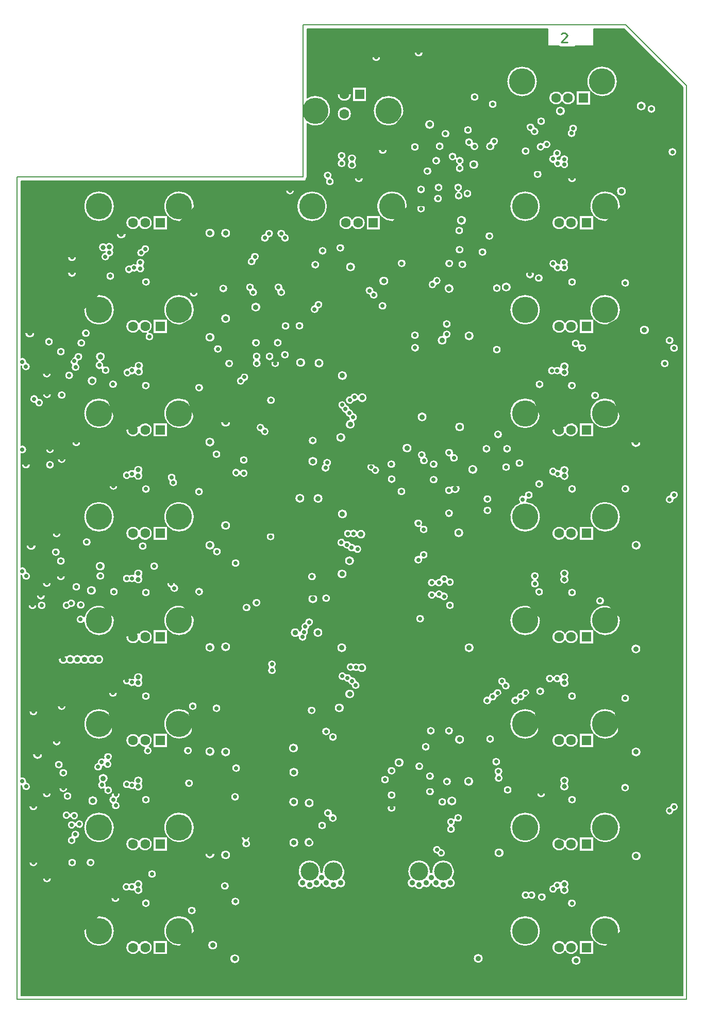
<source format=gbr>
%FSLAX35Y35*%
%MOIN*%
G04 EasyPC Gerber Version 18.0.8 Build 3632 *
%ADD15R,0.06299X0.06299*%
%ADD118C,0.00500*%
%ADD121C,0.00984*%
%ADD119C,0.01969*%
%ADD14C,0.02756*%
%ADD13C,0.03150*%
%ADD129C,0.03543*%
%ADD16C,0.06299*%
%ADD18C,0.11811*%
%ADD17C,0.16929*%
%ADD23C,0.23622*%
X0Y0D02*
D02*
D13*
X134370Y584567D03*
X138386Y584646D03*
X138583Y558661D03*
X157087Y302913D03*
Y306654D03*
X157126Y169094D03*
Y172835D03*
Y236024D03*
Y239764D03*
Y369882D03*
Y373622D03*
Y436850D03*
Y440591D03*
X157480Y504173D03*
Y507913D03*
X258386Y388150D03*
Y392874D03*
Y397598D03*
Y402323D03*
X258425Y301772D03*
Y306496D03*
Y311220D03*
Y315945D03*
X258504Y476339D03*
Y481063D03*
Y485787D03*
Y490512D03*
X263110Y388150D03*
Y392874D03*
Y397598D03*
Y402323D03*
X263150Y301772D03*
Y306496D03*
Y311220D03*
Y315945D03*
X263228Y476339D03*
Y481063D03*
Y485787D03*
Y490512D03*
X267835Y388150D03*
Y392874D03*
Y397598D03*
Y402323D03*
X267874Y301772D03*
Y306496D03*
Y311220D03*
Y315945D03*
X267953Y476339D03*
Y481063D03*
Y485787D03*
Y490512D03*
X272559Y388150D03*
Y392874D03*
Y397598D03*
Y402323D03*
X272598Y301772D03*
Y306496D03*
Y311220D03*
Y315945D03*
X272677Y476339D03*
Y481063D03*
Y485787D03*
Y490512D03*
X295276Y637894D03*
Y641929D03*
X354724Y512894D03*
X384744Y649902D03*
X432677Y169055D03*
Y172795D03*
Y235984D03*
Y239724D03*
Y302913D03*
Y306654D03*
Y369843D03*
Y373583D03*
Y436772D03*
Y440512D03*
X432717Y503780D03*
Y507520D03*
D02*
D14*
X82087Y239272D03*
Y375197D03*
Y453878D03*
Y510531D03*
X84449Y443947D03*
Y507480D03*
X84547Y236024D03*
Y372047D03*
X88681Y353051D03*
X89213Y186811D03*
Y222992D03*
Y284370D03*
X89724Y486535D03*
X92913Y484055D03*
X94134Y359252D03*
X94587Y353051D03*
X97874Y231417D03*
Y367441D03*
Y502835D03*
X98071Y176476D03*
Y489488D03*
X99311Y523524D03*
X99941Y443947D03*
X99980Y453898D03*
X103780Y387500D03*
X104291Y399508D03*
X104331Y264961D03*
X105709Y250098D03*
X107028Y371673D03*
Y381673D03*
Y517067D03*
X107520Y287874D03*
Y447559D03*
Y489016D03*
X108563Y234862D03*
Y244862D03*
X110630Y217421D03*
Y353051D03*
X111319Y229823D03*
X112402Y501772D03*
X113780Y354429D03*
X113976Y201181D03*
Y211122D03*
X114173Y567913D03*
Y577953D03*
X114291Y186811D03*
X115591Y510984D03*
X115650Y217126D03*
X116437Y204921D03*
X116496Y507047D03*
X117028Y365059D03*
Y458366D03*
X118406Y513780D03*
X118996Y211614D03*
X119724Y343976D03*
X119843Y353307D03*
X120197Y522677D03*
X123150Y529016D03*
X123780Y393996D03*
X126181Y186811D03*
X131102Y248622D03*
X131299Y577953D03*
X131890Y508268D03*
X132520Y372047D03*
X133465Y251673D03*
X133583Y236929D03*
X135787Y578543D03*
X135945Y505118D03*
X137205Y250394D03*
X137500Y255217D03*
X137598Y233543D03*
X138425Y581102D03*
X138976Y565945D03*
X140748Y296378D03*
X140787Y496024D03*
X140846Y227362D03*
X141024Y430236D03*
X141299Y361890D03*
X142244Y163701D03*
X142520Y223622D03*
X142559Y230709D03*
X148386Y581339D03*
X149409Y171063D03*
X149606Y237323D03*
Y370374D03*
Y437165D03*
X149705Y304331D03*
X150000Y503543D03*
X150984Y570276D03*
X152598Y159567D03*
Y226496D03*
Y293425D03*
Y360354D03*
Y427283D03*
Y494213D03*
Y561142D03*
X152854Y438189D03*
X152953Y171063D03*
Y236614D03*
Y303248D03*
Y370472D03*
X153051Y504921D03*
X154331Y571260D03*
X158465Y570748D03*
Y574646D03*
X158819Y581024D03*
X159941Y391339D03*
X161654Y583504D03*
X161909Y495177D03*
X162008Y160531D03*
Y227461D03*
Y294390D03*
Y361339D03*
Y428248D03*
X162067Y562185D03*
X163189Y259173D03*
X164276Y526776D03*
X165945Y179331D03*
X167402Y378386D03*
X178307Y367008D03*
X178661Y435748D03*
X179724Y432559D03*
X180413Y364173D03*
X189173Y259173D03*
X189862Y238110D03*
X191732Y155807D03*
X192323Y287894D03*
X192913Y555020D03*
X196358Y426575D03*
X196457Y361909D03*
Y493799D03*
X205787Y554606D03*
X207677Y286535D03*
Y450787D03*
X207913Y387835D03*
X208071Y615748D03*
X208543Y518858D03*
X212087Y557913D03*
X213091Y171654D03*
X215827Y509449D03*
X219685Y229252D03*
X219882Y161614D03*
X220039Y380394D03*
X220354Y438898D03*
X220394Y247874D03*
X223307Y498110D03*
X225276Y438543D03*
Y447008D03*
X225787Y500591D03*
X226496Y202953D03*
X226850Y199055D03*
X227126Y351654D03*
X229331Y558701D03*
X230394Y575354D03*
X231457Y555512D03*
X232520Y578543D03*
X233157Y522878D03*
X233504Y354803D03*
X233622Y513976D03*
X233740Y509567D03*
X236063Y467992D03*
X238898Y465512D03*
Y590591D03*
X241732Y593425D03*
X242008Y513976D03*
X242677Y397559D03*
X242874Y485630D03*
X243504Y311024D03*
Y314921D03*
X245630Y509567D03*
X247244Y522878D03*
X247756Y558701D03*
X249528Y555512D03*
Y593425D03*
X251890Y515079D03*
X252008Y590591D03*
X252362Y533661D03*
X255197Y621220D03*
X261378Y533819D03*
X263346Y332638D03*
X264409Y335827D03*
X265118Y339370D03*
X267598Y342205D03*
X269173Y285197D03*
X269449Y371654D03*
X269882Y459606D03*
X271142Y544528D03*
X271535Y573268D03*
X273622Y547480D03*
X275984Y210787D03*
X276280Y582264D03*
X278150Y441929D03*
X278543Y271555D03*
Y357677D03*
X279232Y445276D03*
X279528Y631024D03*
X279764Y218898D03*
X281004Y627067D03*
X282874Y215551D03*
X282953Y267953D03*
X287795Y584213D03*
X288386Y393701D03*
X288583Y638780D03*
Y643740D03*
X288976Y482579D03*
X289094Y307283D03*
X290394Y628071D03*
X291142Y480020D03*
X292047Y392205D03*
X292421Y306102D03*
X292598Y399488D03*
X293504Y477461D03*
X293819Y485709D03*
X294390Y313189D03*
X295079Y390354D03*
X295374Y304134D03*
X296063Y474705D03*
X296260Y399508D03*
X296850Y487598D03*
X297717Y301457D03*
X297835Y313091D03*
X298819Y389370D03*
X299803Y629035D03*
X304134Y301870D03*
X306575Y556575D03*
X307638Y442559D03*
X309409Y553740D03*
X310433Y440453D03*
X310965Y707402D03*
X315059Y546654D03*
X315157Y647343D03*
X316654Y240394D03*
X320768Y444291D03*
X320866Y222047D03*
Y230413D03*
Y246161D03*
X320965Y434646D03*
X327264Y426673D03*
X327461Y574213D03*
X335984Y649409D03*
X336024Y527657D03*
X336122Y519587D03*
X338150Y382559D03*
Y406220D03*
X338465Y710335D03*
X338819Y249016D03*
X339409Y344449D03*
X339961Y609547D03*
Y621949D03*
X340453Y450295D03*
X341693Y385728D03*
Y402165D03*
X341831Y446654D03*
X343012Y261614D03*
X344134Y633819D03*
X345768Y232657D03*
Y242657D03*
X346260Y271949D03*
X346850Y359843D03*
Y367815D03*
X347323Y560472D03*
X348130Y434311D03*
Y444311D03*
X349803Y640551D03*
X350157Y195118D03*
Y562953D03*
X350866Y616043D03*
X351280Y623228D03*
X351654Y360276D03*
Y367717D03*
X352067Y649902D03*
X352992Y193031D03*
X353051Y530906D03*
X353701Y225984D03*
X354843Y358858D03*
Y370197D03*
X355807Y657972D03*
X356594Y528248D03*
Y534941D03*
X356772Y239213D03*
X357972Y427362D03*
X358071Y271949D03*
Y412598D03*
X358120Y451870D03*
X358169Y574114D03*
X358661Y353150D03*
Y368012D03*
X359370Y208386D03*
Y213091D03*
X360335Y643228D03*
X361220Y448327D03*
X363976Y215650D03*
Y623228D03*
X364331Y617913D03*
X364685Y595354D03*
X364862Y582972D03*
X364961Y635630D03*
X365059Y640551D03*
X366732Y573524D03*
X369961Y619291D03*
X370276Y660335D03*
X370965Y652559D03*
X374508Y649803D03*
X374606Y681654D03*
X379724Y581496D03*
X382234Y454281D03*
X382756Y291535D03*
X382874Y414469D03*
Y421850D03*
X384154Y591831D03*
X384646Y266634D03*
X386299Y294016D03*
Y677047D03*
X387205Y653051D03*
X388583Y251969D03*
X388976Y518406D03*
Y558169D03*
X389488Y296496D03*
X389764Y463583D03*
X390059Y245669D03*
X390157Y241437D03*
X392323Y303937D03*
X394803Y301102D03*
X394980Y442421D03*
X395571Y454281D03*
X395965Y233760D03*
X400827Y291535D03*
X403593Y444980D03*
X404370Y294016D03*
X405787Y421575D03*
X407559Y165748D03*
Y296496D03*
X407579Y646752D03*
X409685Y424409D03*
X410472Y566929D03*
X410748Y662165D03*
X411457Y165748D03*
X413425Y659488D03*
X413563Y372047D03*
X413583Y367008D03*
X415394Y631811D03*
X416142Y564606D03*
X416339Y361811D03*
X416417Y431575D03*
X416575Y495945D03*
X417087Y297559D03*
X417244Y649528D03*
X417618Y666043D03*
X417638Y231417D03*
X417815Y656299D03*
X418110Y164528D03*
X418602Y633661D03*
X421220Y651063D03*
X423150Y305709D03*
X424567Y504843D03*
X425276Y169646D03*
Y439646D03*
Y641614D03*
X425394Y573917D03*
X427244Y661102D03*
X427953Y645276D03*
X428110Y172126D03*
Y305709D03*
Y504843D03*
X428189Y159567D03*
Y226496D03*
Y293425D03*
Y360354D03*
Y427283D03*
Y494213D03*
Y561142D03*
Y628071D03*
X428307Y571457D03*
X428465Y438228D03*
Y638780D03*
X432480Y574705D03*
X432579Y571358D03*
Y641535D03*
X432677Y638189D03*
X437323Y658268D03*
X437500Y160531D03*
Y495177D03*
X437598Y227461D03*
Y294390D03*
Y361319D03*
Y562106D03*
Y629035D03*
X437677Y428307D03*
X438386Y661457D03*
X439961Y522441D03*
X444193Y519488D03*
X452510Y488730D03*
X455807Y356004D03*
X471949Y235236D03*
X472047Y293012D03*
Y561535D03*
X472146Y428445D03*
X488976Y673957D03*
X497559Y509449D03*
X500748Y220315D03*
Y421575D03*
Y524331D03*
X502520Y646220D03*
X503583Y222795D03*
Y424409D03*
Y519370D03*
D02*
D15*
X171339Y131890D03*
Y198819D03*
Y265748D03*
Y332677D03*
Y399606D03*
Y466535D03*
Y533465D03*
Y600394D03*
X300197Y683465D03*
X309134Y600394D03*
X444961Y681102D03*
X446929Y131890D03*
Y198819D03*
Y265748D03*
Y332677D03*
Y399606D03*
Y466535D03*
Y533465D03*
Y600394D03*
D02*
D16*
X143780Y131890D03*
Y198819D03*
Y265748D03*
Y332677D03*
Y399606D03*
Y466535D03*
Y533465D03*
Y600394D03*
X153622Y131890D03*
Y198819D03*
Y265748D03*
Y332677D03*
Y399606D03*
Y466535D03*
Y533465D03*
Y600394D03*
X161496Y131890D03*
Y198819D03*
Y265748D03*
Y332677D03*
Y399606D03*
Y466535D03*
Y533465D03*
Y600394D03*
X281575D03*
X290354Y670866D03*
Y683465D03*
X291417Y600394D03*
X299291D03*
X300197Y670866D03*
X417402Y681102D03*
X419370Y131890D03*
Y198819D03*
Y265748D03*
Y332677D03*
Y399606D03*
Y466535D03*
Y533465D03*
Y600394D03*
X427244Y681102D03*
X429213Y131890D03*
Y198819D03*
Y265748D03*
Y332677D03*
Y399606D03*
Y466535D03*
Y533465D03*
Y600394D03*
X435118Y681102D03*
X437087Y131890D03*
Y198819D03*
Y265748D03*
Y332677D03*
Y399606D03*
Y466535D03*
Y533465D03*
Y600394D03*
D02*
D17*
X131693Y142559D03*
Y209488D03*
Y276417D03*
Y343346D03*
Y410276D03*
Y477205D03*
Y544134D03*
Y611063D03*
X183425Y142559D03*
Y209488D03*
Y276417D03*
Y343346D03*
Y410276D03*
Y477205D03*
Y544134D03*
Y611063D03*
X269488D03*
X271575Y672835D03*
X318976D03*
X321220Y611063D03*
X405315Y691772D03*
X407283Y142559D03*
Y209488D03*
Y276417D03*
Y343346D03*
Y410276D03*
Y477205D03*
Y544134D03*
Y611063D03*
X457047Y691772D03*
X459016Y142559D03*
Y209488D03*
Y276417D03*
Y343346D03*
Y410276D03*
Y477205D03*
Y544134D03*
Y611063D03*
D02*
D18*
X236654Y181102D03*
X252244D03*
X267835D03*
X283425D03*
X307520D03*
X323110D03*
X338701D03*
X354291D03*
D02*
D23*
X98425Y137795D03*
Y606299D03*
X295276Y204724D03*
Y539370D03*
X354331Y688976D03*
X492126Y137795D03*
Y610236D03*
D02*
D118*
X78740Y98425D02*
Y629921D01*
X263780*
Y728346*
X472441*
X511811Y688976*
Y98425*
X78740*
X81209Y627441D02*
Y513200D01*
G75*
G02X84896Y510531I878J-2669*
G01*
G75*
G02X84882Y510256I-2807J-2*
G01*
G75*
G02X87258Y507480I-433J-2776*
G01*
G75*
G02X81640I-2809*
G01*
G75*
G02X81653Y507756I2807J2*
G01*
G75*
G02X81209Y507863I433J2774*
G01*
Y456546*
G75*
G02X84896Y453878I878J-2669*
G01*
G75*
G02X81209Y451209I-2809*
G01*
Y377865*
G75*
G02X84896Y375197I878J-2669*
G01*
G75*
G02X84872Y374837I-2809J1*
G01*
G75*
G02X87356Y372047I-325J-2790*
G01*
G75*
G02X81738I-2809*
G01*
G75*
G02X81761Y372407I2809J-1*
G01*
G75*
G02X81209Y372528I324J2791*
G01*
Y241940*
G75*
G02X84858Y238815I878J-2668*
G01*
G75*
G02X87356Y236024I-311J-2792*
G01*
G75*
G02X81738I-2809*
G01*
G75*
G02X81776Y236480I2809J0*
G01*
G75*
G02X81209Y236603I310J2792*
G01*
Y100894*
X509343*
Y687954*
X471419Y725878*
X451496*
Y714606*
X439823*
G75*
G02X438957Y714140I-866J571*
G01*
X430098*
G75*
G02X429232Y714606J1037*
G01*
X422087*
Y725878*
X266248*
Y681174*
G75*
G02X271575Y682730I5326J-8340*
G01*
G75*
G02Y662939J-9896*
G01*
G75*
G02X266248Y664495J9896*
G01*
Y629921*
G75*
G02X265472Y628125I-2469*
G01*
Y627441*
X81209*
X81640Y443947D02*
G75*
G02X87258I2809D01*
G01*
G75*
G02X81640I-2809*
G01*
X83707Y529035D02*
G75*
G02X90112I3203D01*
G01*
G75*
G02X83707I-3203*
G01*
X84593Y391732D02*
G75*
G02X90998I3203D01*
G01*
G75*
G02X84593I-3203*
G01*
X85872Y353051D02*
G75*
G02X91490I2809D01*
G01*
G75*
G02X85872I-2809*
G01*
X86404Y186811D02*
G75*
G02X92022I2809D01*
G01*
G75*
G02X86404I-2809*
G01*
Y222992D02*
G75*
G02X92022I2809D01*
G01*
G75*
G02X86404I-2809*
G01*
Y284370D02*
G75*
G02X92022I2809D01*
G01*
G75*
G02X86404I-2809*
G01*
X88726Y256594D02*
G75*
G02X95132I3203D01*
G01*
G75*
G02X88726I-3203*
G01*
X90120Y483754D02*
G75*
G02X86915Y486535I-396J2781D01*
G01*
G75*
G02X92517Y486836I2809*
G01*
G75*
G02X95722Y484055I396J-2781*
G01*
G75*
G02X90120Y483754I-2809*
G01*
X91325Y359252D02*
G75*
G02X96943I2809D01*
G01*
G75*
G02X91325I-2809*
G01*
X91778Y353051D02*
G75*
G02X97396I2809D01*
G01*
G75*
G02X91778I-2809*
G01*
X95065Y231417D02*
G75*
G02X100683I2809D01*
G01*
G75*
G02X95065I-2809*
G01*
Y367441D02*
G75*
G02X100683I2809D01*
G01*
G75*
G02X95065I-2809*
G01*
Y502835D02*
G75*
G02X100683I2809D01*
G01*
G75*
G02X95065I-2809*
G01*
X95262Y176476D02*
G75*
G02X100880I2809D01*
G01*
G75*
G02X95262I-2809*
G01*
Y489488D02*
G75*
G02X100880I2809D01*
G01*
G75*
G02X95262I-2809*
G01*
X96502Y523524D02*
G75*
G02X102120I2809D01*
G01*
G75*
G02X96502I-2809*
G01*
X97132Y443947D02*
G75*
G02X102750I2809D01*
G01*
G75*
G02X97132I-2809*
G01*
X97171Y453898D02*
G75*
G02X102789I2809D01*
G01*
G75*
G02X97171I-2809*
G01*
X100970Y387500D02*
G75*
G02X106589I2809D01*
G01*
G75*
G02X100970I-2809*
G01*
X101482Y399508D02*
G75*
G02X107100I2809D01*
G01*
G75*
G02X101482I-2809*
G01*
X101522Y264961D02*
G75*
G02X107140I2809D01*
G01*
G75*
G02X101522I-2809*
G01*
X102900Y250098D02*
G75*
G02X108518I2809D01*
G01*
G75*
G02X102900I-2809*
G01*
X104219Y371673D02*
G75*
G02X109837I2809D01*
G01*
G75*
G02X104219I-2809*
G01*
Y381673D02*
G75*
G02X109837I2809D01*
G01*
G75*
G02X104219I-2809*
G01*
Y517067D02*
G75*
G02X109837I2809D01*
G01*
G75*
G02X104219I-2809*
G01*
X104711Y287874D02*
G75*
G02X110329I2809D01*
G01*
G75*
G02X104711I-2809*
G01*
Y447559D02*
G75*
G02X110329I2809D01*
G01*
G75*
G02X104711I-2809*
G01*
Y489016D02*
G75*
G02X110329I2809D01*
G01*
G75*
G02X104711I-2809*
G01*
X105754Y234862D02*
G75*
G02X111372I2809D01*
G01*
G75*
G02X105754I-2809*
G01*
Y244862D02*
G75*
G02X111372I2809D01*
G01*
G75*
G02X105754I-2809*
G01*
X108510Y229823D02*
G75*
G02X114128I2809D01*
G01*
G75*
G02X108510I-2809*
G01*
X109593Y501772D02*
G75*
G02X115211I2809D01*
G01*
G75*
G02X109593I-2809*
G01*
X110807Y315885D02*
G75*
G02X105301Y318110I-2303J2226D01*
G01*
G75*
G02X110807Y320336I3203*
G01*
G75*
G02X115413I2303J-2226*
G01*
G75*
G02X120020I2303J-2226*
G01*
G75*
G02X124626I2303J-2226*
G01*
G75*
G02X129232I2303J-2226*
G01*
G75*
G02X134738Y318110I2303J-2226*
G01*
G75*
G02X129232Y315885I-3203*
G01*
G75*
G02X124626I-2303J2226*
G01*
G75*
G02X120020I-2303J2226*
G01*
G75*
G02X115413I-2303J2226*
G01*
G75*
G02X110807I-2303J2226*
G01*
X111314Y355776D02*
G75*
G02X116589Y354429I2465J-1346D01*
G01*
G75*
G02X113095Y351705I-2809*
G01*
G75*
G02X107821Y353051I-2465J1346*
G01*
G75*
G02X111314Y355776I2809*
G01*
X111364Y567913D02*
G75*
G02X116982I2809D01*
G01*
G75*
G02X111364I-2809*
G01*
Y577953D02*
G75*
G02X116982I2809D01*
G01*
G75*
G02X111364I-2809*
G01*
X111482Y186811D02*
G75*
G02X117100I2809D01*
G01*
G75*
G02X111482I-2809*
G01*
X113066Y216023D02*
G75*
G02X107821Y217421I-2436J1398D01*
G01*
G75*
G02X113213Y218524I2809*
G01*
G75*
G02X118459Y217126I2436J-1398*
G01*
G75*
G02X113066Y216023I-2809*
G01*
X113789Y203984D02*
G75*
G02X113628Y204921I2648J937D01*
G01*
G75*
G02X119246I2809*
G01*
G75*
G02X116624Y202119I-2809*
G01*
G75*
G02X116785Y201181I-2648J-937*
G01*
G75*
G02X111167I-2809*
G01*
G75*
G02X113789Y203984I2809*
G01*
X114141Y508578D02*
G75*
G02X115596Y513793I1450J2406D01*
G01*
G75*
G02X121215Y513780I2809J-14*
G01*
G75*
G02X118400Y510970I-2809*
G01*
G75*
G02X117946Y509453I-2809J14*
G01*
G75*
G02X119305Y507047I-1450J-2406*
G01*
G75*
G02X113687I-2809*
G01*
G75*
G02X114141Y508578I2809*
G01*
X114219Y365059D02*
G75*
G02X119837I2809D01*
G01*
G75*
G02X114219I-2809*
G01*
Y458366D02*
G75*
G02X119837I2809D01*
G01*
G75*
G02X114219I-2809*
G01*
X116365Y212600D02*
G75*
G02X121805Y211614I2631J-985D01*
G01*
G75*
G02X116607Y210137I-2809*
G01*
G75*
G02X111167Y211122I-2631J985*
G01*
G75*
G02X116365Y212600I2809*
G01*
X117033Y353307D02*
G75*
G02X122652I2809D01*
G01*
G75*
G02X117033I-2809*
G01*
X117388Y522677D02*
G75*
G02X123006I2809D01*
G01*
G75*
G02X117388I-2809*
G01*
X120341Y529016D02*
G75*
G02X125959I2809D01*
G01*
G75*
G02X120341I-2809*
G01*
X120970Y393996D02*
G75*
G02X126589I2809D01*
G01*
G75*
G02X120970I-2809*
G01*
X121869Y342161D02*
G75*
G02X116915Y343976I-2144J1815D01*
G01*
G75*
G02X122047Y345556I2809*
G01*
G75*
G02X131693Y353242I9646J-2209*
G01*
G75*
G02Y333451J-9896*
G01*
G75*
G02X121869Y342161J9896*
G01*
X123372Y186811D02*
G75*
G02X128990I2809D01*
G01*
G75*
G02X123372I-2809*
G01*
X123569Y362697D02*
G75*
G02X129974I3203D01*
G01*
G75*
G02X123569I-3203*
G01*
X124061Y498228D02*
G75*
G02X130467I3203D01*
G01*
G75*
G02X124061I-3203*
G01*
X124455Y226772D02*
G75*
G02X130860I3203D01*
G01*
G75*
G02X124455I-3203*
G01*
X129278Y378346D02*
G75*
G02X135683I3203D01*
G01*
G75*
G02X129278I-3203*
G01*
X129711Y372047D02*
G75*
G02X135329I2809D01*
G01*
G75*
G02X129711I-2809*
G01*
X130669Y251398D02*
G75*
G02X130656Y251673I2794J274D01*
G01*
G75*
G02X134938Y254065I2809*
G01*
G75*
G02X134691Y255217I2562J1152*
G01*
G75*
G02X140309I2809*
G01*
G75*
G02X138783Y252718I-2809*
G01*
G75*
G02X140014Y250394I-1578J-2324*
G01*
G75*
G02X134689Y249145I-2809*
G01*
G75*
G02X133898Y248898I-1224J2528*
G01*
G75*
G02X133911Y248622I-2794J-274*
G01*
G75*
G02X128293I-2809*
G01*
G75*
G02X130669Y251398I2809*
G01*
X131131Y510972D02*
G75*
G02X129396Y513819I1468J2846D01*
G01*
G75*
G02X135801I3203*
G01*
G75*
G02X133304Y510695I-3203*
G01*
G75*
G02X134617Y507593I-1414J-2427*
G01*
G75*
G02X138754Y505118I1328J-2475*
G01*
G75*
G02X133136I-2809*
G01*
G75*
G02X133218Y505793I2809J0*
G01*
G75*
G02X129081Y508268I-1328J2475*
G01*
G75*
G02X131131Y510972I2809*
G01*
X131693Y152455D02*
G75*
G02Y132663J-9896D01*
G01*
G75*
G02Y152455J9896*
G01*
Y219384D02*
G75*
G02Y199593J-9896D01*
G01*
G75*
G02Y219384J9896*
G01*
Y286313D02*
G75*
G02Y266522J-9896D01*
G01*
G75*
G02Y286313J9896*
G01*
Y420171D02*
G75*
G02Y400380J-9896D01*
G01*
G75*
G02Y420171J9896*
G01*
Y487100D02*
G75*
G02Y467309J-9896D01*
G01*
G75*
G02Y487100J9896*
G01*
Y554030D02*
G75*
G02Y534238J-9896D01*
G01*
G75*
G02Y554030J9896*
G01*
Y620959D02*
G75*
G02Y601167J-9896D01*
G01*
G75*
G02Y620959J9896*
G01*
X131902Y239180D02*
G75*
G02X131167Y241220I2469J2041D01*
G01*
G75*
G02X137573I3203*
G01*
G75*
G02X135953Y238436I-3203*
G01*
G75*
G02X136233Y235998I-2371J-1507*
G01*
G75*
G02X140407Y233543I1365J-2455*
G01*
G75*
G02X134789I-2809*
G01*
G75*
G02X134948Y234474I2809J0*
G01*
G75*
G02X131902Y239180I-1366J2455*
G01*
X135627Y581348D02*
G75*
G02X135727Y581885I2800J-245D01*
G01*
G75*
G02X131364Y584567I-1357J2682*
G01*
G75*
G02X136334Y586843I3006*
G01*
G75*
G02X140709Y582738I2052J-2197*
G01*
G75*
G02X138586Y578298I-2284J-1636*
G01*
G75*
G02X132978Y578543I-2798J245*
G01*
G75*
G02X135627Y581348I2809*
G01*
X136167Y565945D02*
G75*
G02X141785I2809D01*
G01*
G75*
G02X136167I-2809*
G01*
X137939Y296378D02*
G75*
G02X143557I2809D01*
G01*
G75*
G02X137939I-2809*
G01*
X137978Y496024D02*
G75*
G02X143596I2809D01*
G01*
G75*
G02X137978I-2809*
G01*
X138215Y430236D02*
G75*
G02X143833I2809D01*
G01*
G75*
G02X138215I-2809*
G01*
X138490Y361890D02*
G75*
G02X144108I2809D01*
G01*
G75*
G02X138490I-2809*
G01*
X139435Y163701D02*
G75*
G02X145053I2809D01*
G01*
G75*
G02X139435I-2809*
G01*
X139844Y229987D02*
G75*
G02X139750Y230709I2714J722D01*
G01*
G75*
G02X145368I2809*
G01*
G75*
G02X143561Y228084I-2809*
G01*
G75*
G02X143437Y226277I-2715J-722*
G01*
G75*
G02X145329Y223622I-918J-2655*
G01*
G75*
G02X139711I-2809*
G01*
G75*
G02X139929Y224707I2809*
G01*
G75*
G02X139844Y229987I918J2655*
G01*
X142860Y593071D02*
G75*
G02X149266I3203D01*
G01*
G75*
G02X142860I-3203*
G01*
X150559Y439808D02*
G75*
G02X154122Y440696I2296J-1619D01*
G01*
G75*
G02X160132Y440591I3004J-105*
G01*
G75*
G02X159480Y438720I-3006J0*
G01*
G75*
G02X160132Y436850I-2354J-1870*
G01*
G75*
G02X154314Y435789I-3006*
G01*
G75*
G02X151902Y435546I-1459J2400*
G01*
G75*
G02X146797Y437165I-2296J1619*
G01*
G75*
G02X150559Y439808I2809*
G01*
X150597Y506288D02*
G75*
G02X154537Y507306I2454J-1367D01*
G01*
G75*
G02X154474Y507913I2944J608*
G01*
G75*
G02X160486I3006*
G01*
G75*
G02X159834Y506043I-3006J0*
G01*
G75*
G02X160486Y504173I-2354J-1870*
G01*
G75*
G02X154833Y502750I-3006*
G01*
G75*
G02X152454Y502176I-1782J2172*
G01*
G75*
G02X147191Y503543I-2454J1367*
G01*
G75*
G02X150597Y506288I2809*
G01*
X150624Y301676D02*
G75*
G02X146896Y304331I-920J2654D01*
G01*
G75*
G02X152033Y305902I2809*
G01*
G75*
G02X154218Y305756I920J-2654*
G01*
G75*
G02X154081Y306654I2868J897*
G01*
G75*
G02X160093I3006*
G01*
G75*
G02X159440Y304783I-3006J0*
G01*
G75*
G02X160093Y302913I-2354J-1870*
G01*
G75*
G02X154718Y301063I-3006*
G01*
G75*
G02X150624Y301676I-1765J2185*
G01*
X150818Y234789D02*
G75*
G02X146797Y237323I-1211J2534D01*
G01*
G75*
G02X151741Y239148I2809*
G01*
G75*
G02X154186Y239138I1212J-2534*
G01*
G75*
G02X154120Y239764I2939J625*
G01*
G75*
G02X160132I3006*
G01*
G75*
G02X159480Y237894I-3006J0*
G01*
G75*
G02X160132Y236024I-2354J-1870*
G01*
G75*
G02X154624Y234357I-3006*
G01*
G75*
G02X150818Y234789I-1672J2257*
G01*
X151181Y168883D02*
G75*
G02X146600Y171063I-1772J2180D01*
G01*
G75*
G02X151181Y173243I2809*
G01*
G75*
G02X154212Y173574I1771J-2180*
G01*
G75*
G02X160132Y172835I2914J-739*
G01*
G75*
G02X159480Y170965I-3006J0*
G01*
G75*
G02X160132Y169094I-2354J-1870*
G01*
G75*
G02X154173Y168533I-3006*
G01*
G75*
G02X151181Y168883I-1220J2530*
G01*
X151213Y372678D02*
G75*
G02X154186Y372996I1740J-2205D01*
G01*
G75*
G02X154120Y373622I2939J625*
G01*
G75*
G02X160132I3006*
G01*
G75*
G02X159480Y371752I-3006J0*
G01*
G75*
G02X160132Y369882I-2354J-1870*
G01*
G75*
G02X154624Y368215I-3006*
G01*
G75*
G02X151346Y368169I-1672J2257*
G01*
G75*
G02X146797Y370374I-1739J2206*
G01*
G75*
G02X151213Y372678I2809*
G01*
X152036Y572880D02*
G75*
G02X155848Y573624I2294J-1620D01*
G01*
G75*
G02X155656Y574646I2616J1022*
G01*
G75*
G02X161274I2809*
G01*
G75*
G02X160488Y572697I-2809*
G01*
G75*
G02X161274Y570748I-2023J-1949*
G01*
G75*
G02X156166Y569133I-2809*
G01*
G75*
G02X153279Y568655I-1835J2127*
G01*
G75*
G02X148175Y570276I-2294J1620*
G01*
G75*
G02X152036Y572880I2809*
G01*
X157132Y391339D02*
G75*
G02X162750I2809D01*
G01*
G75*
G02X157132I-2809*
G01*
X157559Y129548D02*
G75*
G02X149041Y131890I-3937J2342D01*
G01*
G75*
G02X157559Y134231I4581*
G01*
G75*
G02X166077Y131890I3937J-2342*
G01*
G75*
G02X157559Y129548I-4581*
G01*
Y196477D02*
G75*
G02X149041Y198819I-3937J2342D01*
G01*
G75*
G02X157559Y201161I4581*
G01*
G75*
G02X166077Y198819I3937J-2342*
G01*
G75*
G02X157559Y196477I-4581*
G01*
Y263406D02*
G75*
G02X149041Y265748I-3937J2342D01*
G01*
G75*
G02X157559Y268090I4581*
G01*
G75*
G02X166077Y265748I3937J-2342*
G01*
G75*
G02X163947Y261878I-4581*
G01*
G75*
G02X165998Y259173I-758J-2705*
G01*
G75*
G02X160380I-2809*
G01*
G75*
G02X161219Y261176I2809*
G01*
G75*
G02X157559Y263406I277J4572*
G01*
Y330335D02*
G75*
G02X149041Y332677I-3937J2342D01*
G01*
G75*
G02X157559Y335019I4581*
G01*
G75*
G02X166077Y332677I3937J-2342*
G01*
G75*
G02X157559Y330335I-4581*
G01*
Y397265D02*
G75*
G02X149041Y399606I-3937J2342D01*
G01*
G75*
G02X157559Y401948I4581*
G01*
G75*
G02X166077Y399606I3937J-2342*
G01*
G75*
G02X157559Y397265I-4581*
G01*
Y464194D02*
G75*
G02X149041Y466535I-3937J2342D01*
G01*
G75*
G02X157559Y468877I4581*
G01*
G75*
G02X166077Y466535I3937J-2342*
G01*
G75*
G02X157559Y464194I-4581*
G01*
Y531123D02*
G75*
G02X149041Y533465I-3937J2342D01*
G01*
G75*
G02X157559Y535806I4581*
G01*
G75*
G02X166077Y533465I3937J-2342*
G01*
G75*
G02X163888Y529558I-4581*
G01*
G75*
G02X167085Y526776I388J-2782*
G01*
G75*
G02X161467I-2809*
G01*
G75*
G02X162578Y529013I2809*
G01*
G75*
G02X157559Y531123I-1081J4451*
G01*
Y598052D02*
G75*
G02X149041Y600394I-3937J2342D01*
G01*
G75*
G02X157559Y602735I4581*
G01*
G75*
G02X166077Y600394I3937J-2342*
G01*
G75*
G02X157559Y598052I-4581*
G01*
X158864Y583832D02*
G75*
G02X164463Y583504I2790J-328D01*
G01*
G75*
G02X161609Y580695I-2809*
G01*
G75*
G02X156010Y581024I-2790J328*
G01*
G75*
G02X158864Y583832I2809*
G01*
X159100Y495177D02*
G75*
G02X164719I2809D01*
G01*
G75*
G02X159100I-2809*
G01*
X159199Y160531D02*
G75*
G02X164817I2809D01*
G01*
G75*
G02X159199I-2809*
G01*
Y227461D02*
G75*
G02X164817I2809D01*
G01*
G75*
G02X159199I-2809*
G01*
Y294390D02*
G75*
G02X164817I2809D01*
G01*
G75*
G02X159199I-2809*
G01*
Y361339D02*
G75*
G02X164817I2809D01*
G01*
G75*
G02X159199I-2809*
G01*
Y428248D02*
G75*
G02X164817I2809D01*
G01*
G75*
G02X159199I-2809*
G01*
X159258Y562185D02*
G75*
G02X164876I2809D01*
G01*
G75*
G02X159258I-2809*
G01*
X163136Y179331D02*
G75*
G02X168754I2809D01*
G01*
G75*
G02X163136I-2809*
G01*
X164593Y378386D02*
G75*
G02X170211I2809D01*
G01*
G75*
G02X164593I-2809*
G01*
X175624Y136470D02*
G75*
G02X183425Y152455I7801J6089D01*
G01*
G75*
G02Y132663J-9896*
G01*
G75*
G02X175919Y136110J9896*
G01*
Y127309*
X166758*
Y136470*
X175624*
Y203400D02*
G75*
G02X183425Y219384I7801J6089D01*
G01*
G75*
G02Y199593J-9896*
G01*
G75*
G02X175919Y203039J9896*
G01*
Y194238*
X166758*
Y203400*
X175624*
Y270329D02*
G75*
G02X183425Y286313I7801J6089D01*
G01*
G75*
G02Y266522J-9896*
G01*
G75*
G02X175919Y269969J9896*
G01*
Y261167*
X166758*
Y270329*
X175624*
Y337258D02*
G75*
G02X183425Y353242I7801J6089D01*
G01*
G75*
G02Y333451J-9896*
G01*
G75*
G02X175919Y336898J9896*
G01*
Y328096*
X166758*
Y337258*
X175624*
Y404187D02*
G75*
G02X183425Y420171I7801J6089D01*
G01*
G75*
G02Y400380J-9896*
G01*
G75*
G02X175919Y403827J9896*
G01*
Y395026*
X166758*
Y404187*
X175624*
Y471116D02*
G75*
G02X183425Y487100I7801J6089D01*
G01*
G75*
G02Y467309J-9896*
G01*
G75*
G02X175919Y470756J9896*
G01*
Y461955*
X166758*
Y471116*
X175624*
Y538045D02*
G75*
G02X183425Y554030I7801J6089D01*
G01*
G75*
G02Y534238J-9896*
G01*
G75*
G02X175919Y537685J9896*
G01*
Y528884*
X166758*
Y538045*
X175624*
Y604974D02*
G75*
G02X183425Y620959I7801J6089D01*
G01*
G75*
G02Y601167J-9896*
G01*
G75*
G02X175919Y604614J9896*
G01*
Y595813*
X166758*
Y604974*
X175624*
X177057Y433442D02*
G75*
G02X175852Y435748I1604J2306D01*
G01*
G75*
G02X181470I2809*
G01*
G75*
G02X181328Y434865I-2809J0*
G01*
G75*
G02X182533Y432559I-1604J-2306*
G01*
G75*
G02X176915I-2809*
G01*
G75*
G02X177057Y433442I2809J0*
G01*
X177607Y364287D02*
G75*
G02X175498Y367008I700J2720D01*
G01*
G75*
G02X181116I2809*
G01*
G75*
G02X181114Y366894I-2806J1*
G01*
G75*
G02X183222Y364173I-700J-2720*
G01*
G75*
G02X177604I-2809*
G01*
G75*
G02X177607Y364287I2805J-1*
G01*
X186364Y259173D02*
G75*
G02X191982I2809D01*
G01*
G75*
G02X186364I-2809*
G01*
X187053Y238110D02*
G75*
G02X192671I2809D01*
G01*
G75*
G02X187053I-2809*
G01*
X188923Y155807D02*
G75*
G02X194541I2809D01*
G01*
G75*
G02X188923I-2809*
G01*
X189514Y287894D02*
G75*
G02X195132I2809D01*
G01*
G75*
G02X189514I-2809*
G01*
X190104Y555020D02*
G75*
G02X195722I2809D01*
G01*
G75*
G02X190104I-2809*
G01*
X193549Y426575D02*
G75*
G02X199167I2809D01*
G01*
G75*
G02X193549I-2809*
G01*
X193648Y361909D02*
G75*
G02X199266I2809D01*
G01*
G75*
G02X193648I-2809*
G01*
Y493799D02*
G75*
G02X199266I2809D01*
G01*
G75*
G02X193648I-2809*
G01*
X200183Y458622D02*
G75*
G02X206589I3203D01*
G01*
G75*
G02X200183I-3203*
G01*
X200242Y192323D02*
G75*
G02X206648I3203D01*
G01*
G75*
G02X200242I-3203*
G01*
X200262Y258583D02*
G75*
G02X206667I3203D01*
G01*
G75*
G02X200262I-3203*
G01*
Y325906D02*
G75*
G02X206667I3203D01*
G01*
G75*
G02X200262I-3203*
G01*
Y391929D02*
G75*
G02X206667I3203D01*
G01*
G75*
G02X200262I-3203*
G01*
Y526386D02*
G75*
G02X206667I3203D01*
G01*
G75*
G02X200262I-3203*
G01*
Y593780D02*
G75*
G02X206667I3203D01*
G01*
G75*
G02X200262I-3203*
G01*
X202014Y133366D02*
G75*
G02X208419I3203D01*
G01*
G75*
G02X202014I-3203*
G01*
X204868Y286535D02*
G75*
G02X210486I2809D01*
G01*
G75*
G02X204868I-2809*
G01*
Y450787D02*
G75*
G02X210486I2809D01*
G01*
G75*
G02X204868I-2809*
G01*
X205104Y387835D02*
G75*
G02X210722I2809D01*
G01*
G75*
G02X205104I-2809*
G01*
X205734Y518858D02*
G75*
G02X211352I2809D01*
G01*
G75*
G02X205734I-2809*
G01*
X209278Y557913D02*
G75*
G02X214896I2809D01*
G01*
G75*
G02X209278I-2809*
G01*
X210281Y171654D02*
G75*
G02X215900I2809D01*
G01*
G75*
G02X210281I-2809*
G01*
X210380Y191732D02*
G75*
G02X216785I3203D01*
G01*
G75*
G02X210380I-3203*
G01*
Y258268D02*
G75*
G02X216785I3203D01*
G01*
G75*
G02X210380I-3203*
G01*
Y326260D02*
G75*
G02X216785I3203D01*
G01*
G75*
G02X210380I-3203*
G01*
Y404724D02*
G75*
G02X216785I3203D01*
G01*
G75*
G02X210380I-3203*
G01*
Y471378D02*
G75*
G02X216785I3203D01*
G01*
G75*
G02X210380I-3203*
G01*
Y538484D02*
G75*
G02X216785I3203D01*
G01*
G75*
G02X210380I-3203*
G01*
Y593701D02*
G75*
G02X216785I3203D01*
G01*
G75*
G02X210380I-3203*
G01*
X213018Y509449D02*
G75*
G02X218636I2809D01*
G01*
G75*
G02X213018I-2809*
G01*
X216285Y124606D02*
G75*
G02X222691I3203D01*
G01*
G75*
G02X216285I-3203*
G01*
X216876Y229252D02*
G75*
G02X222494I2809D01*
G01*
G75*
G02X216876I-2809*
G01*
X217073Y161614D02*
G75*
G02X222691I2809D01*
G01*
G75*
G02X217073I-2809*
G01*
X217230Y380394D02*
G75*
G02X222848I2809D01*
G01*
G75*
G02X217230I-2809*
G01*
X217585Y247874D02*
G75*
G02X223203I2809D01*
G01*
G75*
G02X217585I-2809*
G01*
X222467Y447008D02*
G75*
G02X228085I2809D01*
G01*
G75*
G02X222467I-2809*
G01*
X222719Y437381D02*
G75*
G02X217545Y438898I-2364J1517D01*
G01*
G75*
G02X222911Y440060I2809*
G01*
G75*
G02X228085Y438543I2364J-1517*
G01*
G75*
G02X222719Y437381I-2809*
G01*
X222996Y500902D02*
G75*
G02X228596Y500591I2792J-311D01*
G01*
G75*
G02X226099Y497799I-2809*
G01*
G75*
G02X220498Y498110I-2792J311*
G01*
G75*
G02X222996Y500902I2809*
G01*
X224317Y351654D02*
G75*
G02X229935I2809D01*
G01*
G75*
G02X224317I-2809*
G01*
X224666Y200822D02*
G75*
G02X223687Y202953I1830J2131D01*
G01*
G75*
G02X229305I2809*
G01*
G75*
G02X228680Y201186I-2809*
G01*
G75*
G02X229659Y199055I-1830J-2131*
G01*
G75*
G02X224041I-2809*
G01*
G75*
G02X224666Y200822I2809*
G01*
X228685Y555967D02*
G75*
G02X226522Y558701I646J2734D01*
G01*
G75*
G02X232140I2809*
G01*
G75*
G02X232103Y558246I-2809J-1*
G01*
G75*
G02X234266Y555512I-646J-2734*
G01*
G75*
G02X228648I-2809*
G01*
G75*
G02X228685Y555967I2808J1*
G01*
X229748Y578088D02*
G75*
G02X229711Y578543I2771J454D01*
G01*
G75*
G02X235329I2809*
G01*
G75*
G02X233166Y575809I-2809*
G01*
G75*
G02X233203Y575354I-2772J-454*
G01*
G75*
G02X227585I-2809*
G01*
G75*
G02X229748Y578088I2809*
G01*
X229884Y545874D02*
G75*
G02X236289I3203D01*
G01*
G75*
G02X229884I-3203*
G01*
X230348Y522878D02*
G75*
G02X235967I2809D01*
G01*
G75*
G02X230348I-2809*
G01*
X230695Y354803D02*
G75*
G02X236313I2809D01*
G01*
G75*
G02X230695I-2809*
G01*
X231942Y511725D02*
G75*
G02X230813Y513976I1680J2251D01*
G01*
G75*
G02X236431I2809*
G01*
G75*
G02X235420Y511818I-2809*
G01*
G75*
G02X236549Y509567I-1680J-2251*
G01*
G75*
G02X230931I-2809*
G01*
G75*
G02X231942Y511725I2809*
G01*
X236108Y465183D02*
G75*
G02X233254Y467992I-45J2809D01*
G01*
G75*
G02X238853Y468320I2809*
G01*
G75*
G02X241707Y465512I45J-2809*
G01*
G75*
G02X236108Y465183I-2809*
G01*
X238923Y593400D02*
G75*
G02Y593425I2793J13D01*
G01*
G75*
G02X244541I2809*
G01*
G75*
G02X241707Y590616I-2809*
G01*
G75*
G02Y590591I-2798J-13*
G01*
G75*
G02X236089I-2809*
G01*
G75*
G02X238923Y593400I2809*
G01*
X239199Y513976D02*
G75*
G02X244817I2809D01*
G01*
G75*
G02X239199I-2809*
G01*
X239868Y397559D02*
G75*
G02X245486I2809D01*
G01*
G75*
G02X239868I-2809*
G01*
X240065Y485630D02*
G75*
G02X245683I2809D01*
G01*
G75*
G02X240065I-2809*
G01*
X241481Y312972D02*
G75*
G02X240695Y314921I2023J1949D01*
G01*
G75*
G02X246313I2809*
G01*
G75*
G02X245527Y312972I-2809*
G01*
G75*
G02X246313Y311024I-2023J-1949*
G01*
G75*
G02X240695I-2809*
G01*
G75*
G02X241481Y312972I2809*
G01*
X242821Y509567D02*
G75*
G02X248439I2809D01*
G01*
G75*
G02X242821I-2809*
G01*
X244435Y522878D02*
G75*
G02X250053I2809D01*
G01*
G75*
G02X244435I-2809*
G01*
X246774Y556069D02*
G75*
G02X244947Y558701I981J2632D01*
G01*
G75*
G02X250565I2809*
G01*
G75*
G02X250509Y558144I-2809J1*
G01*
G75*
G02X252337Y555512I-981J-2632*
G01*
G75*
G02X246719I-2809*
G01*
G75*
G02X246774Y556069I2809J0*
G01*
X249081Y515079D02*
G75*
G02X254699I2809D01*
G01*
G75*
G02X249081I-2809*
G01*
X249199Y590635D02*
G75*
G02X246719Y593425I328J2790D01*
G01*
G75*
G02X252337I2809*
G01*
G75*
G02X252336Y593380I-2814J2*
G01*
G75*
G02X254817Y590591I-328J-2790*
G01*
G75*
G02X249199I-2809*
G01*
G75*
G02X249199Y590635I2811J-2*
G01*
X249553Y533661D02*
G75*
G02X255171I2809D01*
G01*
G75*
G02X249553I-2809*
G01*
X252388Y621220D02*
G75*
G02X258006I2809D01*
G01*
G75*
G02X252388I-2809*
G01*
X254278Y260827D02*
G75*
G02X260683I3203D01*
G01*
G75*
G02X254278I-3203*
G01*
X254376Y225984D02*
G75*
G02X260781I3203D01*
G01*
G75*
G02X254376I-3203*
G01*
X254474Y199705D02*
G75*
G02X260880I3203D01*
G01*
G75*
G02X254474I-3203*
G01*
Y245177D02*
G75*
G02X260880I3203D01*
G01*
G75*
G02X254474I-3203*
G01*
X258372Y422283D02*
G75*
G02X264778I3203D01*
G01*
G75*
G02X258372I-3203*
G01*
X258569Y533819D02*
G75*
G02X264187I2809D01*
G01*
G75*
G02X258569I-2809*
G01*
X258904Y510039D02*
G75*
G02X265309I3203D01*
G01*
G75*
G02X258904I-3203*
G01*
X260552Y332923D02*
G75*
G02X255360Y335433I-1989J2510D01*
G01*
G75*
G02X261643Y336312I3203*
G01*
G75*
G02X262655Y338020I2767J-486*
G01*
G75*
G02X264790Y342160I2463J1350*
G01*
G75*
G02X264789Y342205I2810J47*
G01*
G75*
G02X270407I2809*
G01*
G75*
G02X267927Y339415I-2809*
G01*
G75*
G02X267927Y339370I-2813J-47*
G01*
G75*
G02X266873Y337177I-2809J0*
G01*
G75*
G02X266013Y333520I-2463J-1350*
G01*
G75*
G02X266156Y332638I-2667J-882*
G01*
G75*
G02X260537I-2809*
G01*
G75*
G02X260552Y332923I2810J-1*
G01*
X262025Y176622D02*
G75*
G02X260498Y181102I5810J4480D01*
G01*
G75*
G02X275171I7337*
G01*
G75*
G02X275130Y180329I-7339J0*
G01*
G75*
G02X276130I500J-3164*
G01*
G75*
G02X276089Y181102I7297J774*
G01*
G75*
G02X290762I7337*
G01*
G75*
G02X289235Y176622I-7337J0*
G01*
G75*
G02X291246Y173650I-1192J-2973*
G01*
G75*
G02X286275Y170979I-3203*
G01*
G75*
G02X280576I-2850J1461*
G01*
G75*
G02X275630Y173246I-1769J2670*
G01*
G75*
G02X270684Y170979I-3177J404*
G01*
G75*
G02X264985I-2850J1461*
G01*
G75*
G02X260014Y173650I-1769J2670*
G01*
G75*
G02X262025Y176622I3203*
G01*
X264317Y199902D02*
G75*
G02X270722I3203D01*
G01*
G75*
G02X264317I-3203*
G01*
X264415Y225295D02*
G75*
G02X270821I3203D01*
G01*
G75*
G02X264415I-3203*
G01*
X266364Y285197D02*
G75*
G02X271982I2809D01*
G01*
G75*
G02X266364I-2809*
G01*
X266640Y371654D02*
G75*
G02X272258I2809D01*
G01*
G75*
G02X266640I-2809*
G01*
X266778Y357283D02*
G75*
G02X273183I3203D01*
G01*
G75*
G02X266778I-3203*
G01*
Y446161D02*
G75*
G02X273183I3203D01*
G01*
G75*
G02X266778I-3203*
G01*
X267073Y459606D02*
G75*
G02X272691I2809D01*
G01*
G75*
G02X267073I-2809*
G01*
X268726Y573268D02*
G75*
G02X274344I2809D01*
G01*
G75*
G02X268726I-2809*
G01*
X269488Y620959D02*
G75*
G02Y601167J-9896D01*
G01*
G75*
G02Y620959J9896*
G01*
X270065Y335472D02*
G75*
G02X276470I3203D01*
G01*
G75*
G02X270065I-3203*
G01*
X270124Y422146D02*
G75*
G02X276530I3203D01*
G01*
G75*
G02X270124I-3203*
G01*
X270774Y509685D02*
G75*
G02X277179I3203D01*
G01*
G75*
G02X270774I-3203*
G01*
X270818Y547318D02*
G75*
G02X270813Y547480I2806J163D01*
G01*
G75*
G02X276431I2809*
G01*
G75*
G02X273946Y544690I-2809*
G01*
G75*
G02X273951Y544528I-2807J-163*
G01*
G75*
G02X268333I-2809*
G01*
G75*
G02X270818Y547318I2809*
G01*
X273175Y210787D02*
G75*
G02X278793I2809D01*
G01*
G75*
G02X273175I-2809*
G01*
X273470Y582264D02*
G75*
G02X279089I2809D01*
G01*
G75*
G02X273470I-2809*
G01*
X275734Y271555D02*
G75*
G02X281352I2809D01*
G01*
G75*
G02X275734I-2809*
G01*
Y357677D02*
G75*
G02X281352I2809D01*
G01*
G75*
G02X275734I-2809*
G01*
X276607Y444277D02*
G75*
G02X276423Y445276I2625J998D01*
G01*
G75*
G02X282041I2809*
G01*
G75*
G02X280775Y442928I-2809J0*
G01*
G75*
G02X280959Y441929I-2625J-998*
G01*
G75*
G02X275341I-2809*
G01*
G75*
G02X276607Y444277I2809J0*
G01*
X278530Y628398D02*
G75*
G02X276719Y631024I998J2626D01*
G01*
G75*
G02X282337I2809*
G01*
G75*
G02X282002Y629693I-2809J0*
G01*
G75*
G02X283813Y627067I-998J-2626*
G01*
G75*
G02X278195I-2809*
G01*
G75*
G02X278530Y628398I2809J0*
G01*
X280121Y216111D02*
G75*
G02X276955Y218898I-357J2786D01*
G01*
G75*
G02X282573I2809*
G01*
G75*
G02X282517Y218337I-2809J-1*
G01*
G75*
G02X285683Y215551I357J-2786*
G01*
G75*
G02X280065I-2809*
G01*
G75*
G02X280121Y216111I2809J1*
G01*
X280144Y267953D02*
G75*
G02X285762I2809D01*
G01*
G75*
G02X280144I-2809*
G01*
X283904Y286811D02*
G75*
G02X290309I3203D01*
G01*
G75*
G02X283904I-3203*
G01*
X284868Y461614D02*
G75*
G02X291274I3203D01*
G01*
G75*
G02X284868I-3203*
G01*
X284986Y584213D02*
G75*
G02X290604I2809D01*
G01*
G75*
G02X284986I-2809*
G01*
X285478Y325689D02*
G75*
G02X291884I3203D01*
G01*
G75*
G02X285478I-3203*
G01*
X285656Y373386D02*
G75*
G02X292061I3203D01*
G01*
G75*
G02X285656I-3203*
G01*
X285774Y670866D02*
G75*
G02X294935I4581D01*
G01*
G75*
G02X285774I-4581*
G01*
Y683465D02*
G75*
G02X294935I4581D01*
G01*
G75*
G02X285774I-4581*
G01*
X285892Y501614D02*
G75*
G02X292297I3203D01*
G01*
G75*
G02X285892I-3203*
G01*
X285931Y412165D02*
G75*
G02X292337I3203D01*
G01*
G75*
G02X285931I-3203*
G01*
X287264Y641260D02*
G75*
G02X285774Y643740I1319J2480D01*
G01*
G75*
G02X291392I2809*
G01*
G75*
G02X289901Y641260I-2809*
G01*
G75*
G02X291392Y638780I-1319J-2480*
G01*
G75*
G02X285774I-2809*
G01*
G75*
G02X287264Y641260I2809*
G01*
X288338Y479843D02*
G75*
G02X286167Y482579I638J2735D01*
G01*
G75*
G02X291780Y482755I2809*
G01*
G75*
G02X293943Y480235I-638J-2735*
G01*
G75*
G02X296313Y477503I-439J-2775*
G01*
G75*
G02X296774Y471987I-250J-2798*
G01*
G75*
G02X297376Y470118I-2601J-1869*
G01*
G75*
G02X290970I-3203*
G01*
G75*
G02X293644Y473277I3203*
G01*
G75*
G02X293254Y474663I2419J1428*
G01*
G75*
G02X290703Y477245I250J2798*
G01*
G75*
G02X288338Y479843I439J2775*
G01*
X289462Y391106D02*
G75*
G02X285577Y393701I-1076J2595D01*
G01*
G75*
G02X290971Y394800I2809*
G01*
G75*
G02X294697Y393137I1076J-2594*
G01*
G75*
G02X297467Y391833I382J-2783*
G01*
G75*
G02X301628Y389370I1352J-2463*
G01*
G75*
G02X296430Y387892I-2809*
G01*
G75*
G02X292429Y389422I-1352J2463*
G01*
G75*
G02X289462Y391106I-382J2783*
G01*
X290027Y304633D02*
G75*
G02X286285Y307283I-932J2650D01*
G01*
G75*
G02X291489Y308752I2809*
G01*
G75*
G02X295106Y306930I932J-2650*
G01*
G75*
G02X298181Y304227I269J-2796*
G01*
G75*
G02X300526Y301457I-465J-2770*
G01*
G75*
G02X294909Y301363I-2809*
G01*
G75*
G02X292690Y303306I465J2770*
G01*
G75*
G02X290027Y304633I-269J2796*
G01*
X290498Y381890D02*
G75*
G02X296904I3203D01*
G01*
G75*
G02X290498I-3203*
G01*
X290616Y295787D02*
G75*
G02X297022I3203D01*
G01*
G75*
G02X290616I-3203*
G01*
X291187Y571850D02*
G75*
G02X297593I3203D01*
G01*
G75*
G02X291187I-3203*
G01*
X293048Y639911D02*
G75*
G02X292270Y641929I2228J2018D01*
G01*
G75*
G02X298281I3006*
G01*
G75*
G02X297504Y639911I-3006*
G01*
G75*
G02X298281Y637894I-2228J-2018*
G01*
G75*
G02X292270I-3006*
G01*
G75*
G02X293048Y639911I3006*
G01*
X294188Y488493D02*
G75*
G02X299238Y489079I2663J-895D01*
G01*
G75*
G02X305093Y487283I2652J-1796*
G01*
G75*
G02X299035Y485832I-3203*
G01*
G75*
G02X296481Y484814I-2184J1766*
G01*
G75*
G02X291010Y485709I-2663J895*
G01*
G75*
G02X294188Y488493I2809*
G01*
X294418Y401628D02*
G75*
G02X298608Y401049I1842J-2120D01*
G01*
G75*
G02X304285Y399016I2474J-2033*
G01*
G75*
G02X298248Y397524I-3203*
G01*
G75*
G02X294441Y397368I-1989J1984*
G01*
G75*
G02X289789Y399488I-1842J2120*
G01*
G75*
G02X294418Y401628I2809*
G01*
X295354Y598052D02*
G75*
G02X286837Y600394I-3937J2342D01*
G01*
G75*
G02X295354Y602735I4581*
G01*
G75*
G02X303872Y600394I3937J-2342*
G01*
G75*
G02X295354Y598052I-4581*
G01*
X295616Y678884D02*
Y688045D01*
X304778*
Y678884*
X295616*
X296049Y310922D02*
G75*
G02X291581Y313189I-1659J2267D01*
G01*
G75*
G02X296176Y315357I2809*
G01*
G75*
G02X299683Y315206I1659J-2267*
G01*
G75*
G02X304876Y312697I1991J-2509*
G01*
G75*
G02X299215Y310644I-3203*
G01*
G75*
G02X296049Y310922I-1380J2446*
G01*
X296994Y629035D02*
G75*
G02X302612I2809D01*
G01*
G75*
G02X296994I-2809*
G01*
X306600Y553766D02*
G75*
G02X303766Y556575I-26J2809D01*
G01*
G75*
G02X309384I2809*
G01*
G75*
G02Y556549I-2798J-13*
G01*
G75*
G02X312219Y553740I26J-2809*
G01*
G75*
G02X306600I-2809*
G01*
G75*
G02Y553766I2793J13*
G01*
X307713Y439751D02*
G75*
G02X304829Y442559I-75J2808D01*
G01*
G75*
G02X310358Y443261I2809*
G01*
G75*
G02X313242Y440453I75J-2808*
G01*
G75*
G02X307713Y439751I-2809*
G01*
X308156Y707402D02*
G75*
G02X313774I2809D01*
G01*
G75*
G02X308156I-2809*
G01*
X312250Y546654D02*
G75*
G02X317868I2809D01*
G01*
G75*
G02X312250I-2809*
G01*
X312348Y647343D02*
G75*
G02X317967I2809D01*
G01*
G75*
G02X312348I-2809*
G01*
X312663Y562795D02*
G75*
G02X319069I3203D01*
G01*
G75*
G02X312663I-3203*
G01*
X313420Y604974D02*
G75*
G02X321220Y620959I7801J6089D01*
G01*
G75*
G02Y601167J-9896*
G01*
G75*
G02X313715Y604614J9896*
G01*
Y595813*
X304553*
Y604974*
X313420*
X313844Y240394D02*
G75*
G02X319463I2809D01*
G01*
G75*
G02X313844I-2809*
G01*
X317959Y444291D02*
G75*
G02X323577I2809D01*
G01*
G75*
G02X317959I-2809*
G01*
X318057Y222047D02*
G75*
G02X323675I2809D01*
G01*
G75*
G02X318057I-2809*
G01*
Y230413D02*
G75*
G02X323675I2809D01*
G01*
G75*
G02X318057I-2809*
G01*
Y246161D02*
G75*
G02X323675I2809D01*
G01*
G75*
G02X318057I-2809*
G01*
X318156Y434646D02*
G75*
G02X323774I2809D01*
G01*
G75*
G02X318156I-2809*
G01*
X318976Y662939D02*
G75*
G02Y682730J9896D01*
G01*
G75*
G02Y662939J-9896*
G01*
X322585Y251476D02*
G75*
G02X328990I3203D01*
G01*
G75*
G02X322585I-3203*
G01*
X324455Y426673D02*
G75*
G02X330073I2809D01*
G01*
G75*
G02X324455I-2809*
G01*
X324652Y574213D02*
G75*
G02X330270I2809D01*
G01*
G75*
G02X324652I-2809*
G01*
X327703Y454724D02*
G75*
G02X334108I3203D01*
G01*
G75*
G02X327703I-3203*
G01*
X332908Y176600D02*
G75*
G02X331364Y181102I5793J4502D01*
G01*
G75*
G02X346037I7337*
G01*
G75*
G02X345995Y180317I-7337J-1*
G01*
G75*
G02X346994Y180339I572J-3151*
G01*
G75*
G02X346955Y181102I7297J763*
G01*
G75*
G02X361628I7337*
G01*
G75*
G02X360118Y176644I-7337*
G01*
G75*
G02X362183Y173650I-1137J-2994*
G01*
G75*
G02X357212Y170979I-3203*
G01*
G75*
G02X351513I-2850J1461*
G01*
G75*
G02X346567Y173246I-1769J2670*
G01*
G75*
G02X341621Y170979I-3177J404*
G01*
G75*
G02X335922I-2850J1461*
G01*
G75*
G02X330951Y173650I-1769J2670*
G01*
G75*
G02X332908Y176600I3203*
G01*
X333175Y649409D02*
G75*
G02X338793I2809D01*
G01*
G75*
G02X333175I-2809*
G01*
X333215Y527657D02*
G75*
G02X338833I2809D01*
G01*
G75*
G02X333215I-2809*
G01*
X333313Y519587D02*
G75*
G02X338931I2809D01*
G01*
G75*
G02X333313I-2809*
G01*
X335656Y710335D02*
G75*
G02X341274I2809D01*
G01*
G75*
G02X335656I-2809*
G01*
X336010Y249016D02*
G75*
G02X341628I2809D01*
G01*
G75*
G02X336010I-2809*
G01*
X336600Y344449D02*
G75*
G02X342219I2809D01*
G01*
G75*
G02X336600I-2809*
G01*
X337152Y609547D02*
G75*
G02X342770I2809D01*
G01*
G75*
G02X337152I-2809*
G01*
Y621949D02*
G75*
G02X342770I2809D01*
G01*
G75*
G02X337152I-2809*
G01*
X337447Y474902D02*
G75*
G02X343852I3203D01*
G01*
G75*
G02X337447I-3203*
G01*
X338923Y385259D02*
G75*
G02X338884Y385728I2770J469D01*
G01*
G75*
G02X344502I2809*
G01*
G75*
G02X340919Y383028I-2809*
G01*
G75*
G02X340959Y382559I-2770J-469*
G01*
G75*
G02X335341I-2809*
G01*
G75*
G02X338923Y385259I2809*
G01*
X339248Y447758D02*
G75*
G02X337644Y450295I1205J2537D01*
G01*
G75*
G02X343262I2809*
G01*
G75*
G02X343036Y449191I-2809J0*
G01*
G75*
G02X344640Y446654I-1205J-2537*
G01*
G75*
G02X339022I-2809*
G01*
G75*
G02X339248Y447758I2809J0*
G01*
X339319Y403666D02*
G75*
G02X335341Y406220I-1169J2554D01*
G01*
G75*
G02X340959I2809*
G01*
G75*
G02X340524Y404720I-2809J0*
G01*
G75*
G02X344502Y402165I1169J-2554*
G01*
G75*
G02X338884I-2809*
G01*
G75*
G02X339319Y403666I2809J0*
G01*
X340203Y261614D02*
G75*
G02X345821I2809D01*
G01*
G75*
G02X340203I-2809*
G01*
X341325Y633819D02*
G75*
G02X346943I2809D01*
G01*
G75*
G02X341325I-2809*
G01*
X342348Y663937D02*
G75*
G02X348754I3203D01*
G01*
G75*
G02X342348I-3203*
G01*
X342959Y232657D02*
G75*
G02X348577I2809D01*
G01*
G75*
G02X342959I-2809*
G01*
Y242657D02*
G75*
G02X348577I2809D01*
G01*
G75*
G02X342959I-2809*
G01*
X343451Y271949D02*
G75*
G02X349069I2809D01*
G01*
G75*
G02X343451I-2809*
G01*
X345321Y434311D02*
G75*
G02X350939I2809D01*
G01*
G75*
G02X345321I-2809*
G01*
Y444311D02*
G75*
G02X350939I2809D01*
G01*
G75*
G02X345321I-2809*
G01*
X346994Y640551D02*
G75*
G02X352612I2809D01*
G01*
G75*
G02X346994I-2809*
G01*
X347368Y563281D02*
G75*
G02X352967Y562953I2790J-328D01*
G01*
G75*
G02X350113Y560144I-2809*
G01*
G75*
G02X344514Y560472I-2790J328*
G01*
G75*
G02X347368Y563281I2809*
G01*
X348057Y616043D02*
G75*
G02X353675I2809D01*
G01*
G75*
G02X348057I-2809*
G01*
X348470Y623228D02*
G75*
G02X354089I2809D01*
G01*
G75*
G02X348470I-2809*
G01*
X349122Y361494D02*
G75*
G02X354142Y361579I2531J-1219D01*
G01*
G75*
G02X357652Y358858I700J-2720*
G01*
G75*
G02X352354Y357555I-2809*
G01*
G75*
G02X349381Y358624I-700J2720*
G01*
G75*
G02X344041Y359843I-2531J1219*
G01*
G75*
G02X349122Y361494I2809*
G01*
X349222Y366310D02*
G75*
G02X344041Y367815I-2372J1505D01*
G01*
G75*
G02X349282Y369222I2809*
G01*
G75*
G02X352050Y370498I2372J-1505*
G01*
G75*
G02X357619Y370620I2793J-301*
G01*
G75*
G02X361470Y368012I1042J-2609*
G01*
G75*
G02X355885Y367588I-2809*
G01*
G75*
G02X354446Y367416I-1042J2609*
G01*
G75*
G02X349222Y366310I-2793J301*
G01*
X349258Y649902D02*
G75*
G02X354876I2809D01*
G01*
G75*
G02X349258I-2809*
G01*
X350277Y192311D02*
G75*
G02X347348Y195118I-119J2807D01*
G01*
G75*
G02X352873Y195838I2809*
G01*
G75*
G02X355801Y193031I119J-2807*
G01*
G75*
G02X350277Y192311I-2809*
G01*
X350892Y225984D02*
G75*
G02X356510I2809D01*
G01*
G75*
G02X350892I-2809*
G01*
X352998Y657972D02*
G75*
G02X358616I2809D01*
G01*
G75*
G02X352998I-2809*
G01*
X353785Y534941D02*
G75*
G02X359404I2809D01*
G01*
G75*
G02X353785I-2809*
G01*
X353860Y527605D02*
G75*
G02X353785Y528248I2734J644D01*
G01*
G75*
G02X359404I2809*
G01*
G75*
G02X356674Y525440I-2809*
G01*
G75*
G02X356844Y524409I-3033J-1031*
G01*
G75*
G02X350439I-3203*
G01*
G75*
G02X353860Y527605I3203*
G01*
X353963Y239213D02*
G75*
G02X359581I2809D01*
G01*
G75*
G02X353963I-2809*
G01*
X354868Y557874D02*
G75*
G02X361274I3203D01*
G01*
G75*
G02X354868I-3203*
G01*
X355262Y271949D02*
G75*
G02X360880I2809D01*
G01*
G75*
G02X355262I-2809*
G01*
Y412598D02*
G75*
G02X360880I2809D01*
G01*
G75*
G02X355262I-2809*
G01*
X355360Y574114D02*
G75*
G02X360978I2809D01*
G01*
G75*
G02X355360I-2809*
G01*
X355852Y353150D02*
G75*
G02X361470I2809D01*
G01*
G75*
G02X355852I-2809*
G01*
X356679Y226614D02*
G75*
G02X363085I3203D01*
G01*
G75*
G02X356679I-3203*
G01*
X357835Y210738D02*
G75*
G02X356561Y213091I1535J2352D01*
G01*
G75*
G02X361200Y215222I2809*
G01*
G75*
G02X361167Y215650I2776J427*
G01*
G75*
G02X366785I2809*
G01*
G75*
G02X362146Y213519I-2809*
G01*
G75*
G02X360906Y210738I-2776J-428*
G01*
G75*
G02X362179Y208386I-1535J-2352*
G01*
G75*
G02X356561I-2809*
G01*
G75*
G02X357835Y210738I2809*
G01*
X358517Y449089D02*
G75*
G02X355311Y451870I-397J2781D01*
G01*
G75*
G02X360929I2809*
G01*
G75*
G02X360824Y451107I-2810*
G01*
G75*
G02X364030Y448327I397J-2781*
G01*
G75*
G02X358411I-2809*
G01*
G75*
G02X358517Y449089I2809*
G01*
X359200Y429889D02*
G75*
G02X365309Y428543I2906J-1346D01*
G01*
G75*
G02X360350Y425865I-3203*
G01*
G75*
G02X355163Y427362I-2377J1497*
G01*
G75*
G02X359200Y429889I2809*
G01*
X361167Y400000D02*
G75*
G02X367573I3203D01*
G01*
G75*
G02X361167I-3203*
G01*
X361659Y266339D02*
G75*
G02X368065I3203D01*
G01*
G75*
G02X361659I-3203*
G01*
X361758Y468406D02*
G75*
G02X368163I3203D01*
G01*
G75*
G02X361758I-3203*
G01*
X361876Y595354D02*
G75*
G02X367494I2809D01*
G01*
G75*
G02X361876I-2809*
G01*
X362053Y582972D02*
G75*
G02X367671I2809D01*
G01*
G75*
G02X362053I-2809*
G01*
X362342Y641263D02*
G75*
G02X357526Y643228I-2007J1965D01*
G01*
G75*
G02X363144I2809*
G01*
G75*
G02X363052Y642517I-2809*
G01*
G75*
G02X367868Y640551I2007J-1965*
G01*
G75*
G02X366364Y638063I-2809*
G01*
G75*
G02X367770Y635630I-1403J-2433*
G01*
G75*
G02X362152I-2809*
G01*
G75*
G02X363656Y638118I2809*
G01*
G75*
G02X362342Y641263I1403J2433*
G01*
X362939Y601969D02*
G75*
G02X369344I3203D01*
G01*
G75*
G02X362939I-3203*
G01*
X363263Y620511D02*
G75*
G02X361167Y623228I714J2717D01*
G01*
G75*
G02X366785I2809*
G01*
G75*
G02X365044Y620630I-2809*
G01*
G75*
G02X367140Y617913I-714J-2717*
G01*
G75*
G02X361522I-2809*
G01*
G75*
G02X363263Y620511I2809*
G01*
X363923Y573524D02*
G75*
G02X369541I2809D01*
G01*
G75*
G02X363923I-2809*
G01*
X367152Y619291D02*
G75*
G02X372770I2809D01*
G01*
G75*
G02X367152I-2809*
G01*
X367467Y660335D02*
G75*
G02X373085I2809D01*
G01*
G75*
G02X367467I-2809*
G01*
X367565Y239272D02*
G75*
G02X373970I3203D01*
G01*
G75*
G02X367565I-3203*
G01*
X367860Y325689D02*
G75*
G02X374266I3203D01*
G01*
G75*
G02X367860I-3203*
G01*
Y527264D02*
G75*
G02X374266I3203D01*
G01*
G75*
G02X367860I-3203*
G01*
X370222Y440945D02*
G75*
G02X376628I3203D01*
G01*
G75*
G02X370222I-3203*
G01*
X370892Y638031D02*
G75*
G02X377297I3203D01*
G01*
G75*
G02X370892I-3203*
G01*
X371699Y649848D02*
G75*
G02X368156Y652559I-735J2711D01*
G01*
G75*
G02X373774I2809*
G01*
G75*
G02X373773Y652515I-2804J3*
G01*
G75*
G02X377317Y649803I735J-2711*
G01*
G75*
G02X371699I-2809*
G01*
G75*
G02X371699Y649848I2801J-2*
G01*
X371797Y681654D02*
G75*
G02X377415I2809D01*
G01*
G75*
G02X371797I-2809*
G01*
X373766Y124803D02*
G75*
G02X380171I3203D01*
G01*
G75*
G02X373766I-3203*
G01*
X376915Y581496D02*
G75*
G02X382533I2809D01*
G01*
G75*
G02X376915I-2809*
G01*
X379425Y454281D02*
G75*
G02X385043I2809D01*
G01*
G75*
G02X379425I-2809*
G01*
X380065Y414469D02*
G75*
G02X385683I2809D01*
G01*
G75*
G02X380065I-2809*
G01*
Y421850D02*
G75*
G02X385683I2809D01*
G01*
G75*
G02X380065I-2809*
G01*
X381344Y591831D02*
G75*
G02X386963I2809D01*
G01*
G75*
G02X381344I-2809*
G01*
X381837Y266634D02*
G75*
G02X387455I2809D01*
G01*
G75*
G02X381837I-2809*
G01*
X383490Y677047D02*
G75*
G02X389108I2809D01*
G01*
G75*
G02X383490I-2809*
G01*
X383500Y294244D02*
G75*
G02X386695Y296797I2800J-228D01*
G01*
G75*
G02X392297Y296496I2793J-301*
G01*
G75*
G02X389092Y293715I-2809*
G01*
G75*
G02X385556Y291307I-2793J301*
G01*
G75*
G02X379947Y291535I-2800J228*
G01*
G75*
G02X383500Y294244I2809*
G01*
X384400Y652888D02*
G75*
G02X384396Y653051I2804J163D01*
G01*
G75*
G02X390014I2809*
G01*
G75*
G02X387725Y650291I-2809*
G01*
G75*
G02X387750Y649902I-2980J-388*
G01*
G75*
G02X381738I-3006*
G01*
G75*
G02X384400Y652888I3006*
G01*
X385774Y251969D02*
G75*
G02X391392I2809D01*
G01*
G75*
G02X385774I-2809*
G01*
X386167Y518406D02*
G75*
G02X391785I2809D01*
G01*
G75*
G02X386167I-2809*
G01*
Y558169D02*
G75*
G02X391785I2809D01*
G01*
G75*
G02X386167I-2809*
G01*
X386955Y463583D02*
G75*
G02X392573I2809D01*
G01*
G75*
G02X386955I-2809*
G01*
X387250Y193110D02*
G75*
G02X393656I3203D01*
G01*
G75*
G02X387250I-3203*
G01*
X388262Y243510D02*
G75*
G02X387250Y245669I1797J2159D01*
G01*
G75*
G02X392868I2809*
G01*
G75*
G02X391954Y243596I-2809*
G01*
G75*
G02X392967Y241437I-1797J-2159*
G01*
G75*
G02X387348I-2809*
G01*
G75*
G02X388262Y243510I2809*
G01*
X391876Y558858D02*
G75*
G02X398281I3203D01*
G01*
G75*
G02X391876I-3203*
G01*
X391994Y301147D02*
G75*
G02X389514Y303937I328J2790D01*
G01*
G75*
G02X395132I2809*
G01*
G75*
G02X395131Y303892I-2814J2*
G01*
G75*
G02X397612Y301102I-328J-2790*
G01*
G75*
G02X391994I-2809*
G01*
G75*
G02X391994Y301147I2811J-2*
G01*
X392171Y442421D02*
G75*
G02X397789I2809D01*
G01*
G75*
G02X392171I-2809*
G01*
X392762Y454281D02*
G75*
G02X398380I2809D01*
G01*
G75*
G02X392762I-2809*
G01*
X393156Y233760D02*
G75*
G02X398774I2809D01*
G01*
G75*
G02X393156I-2809*
G01*
X400783Y444980D02*
G75*
G02X406402I2809D01*
G01*
G75*
G02X400783I-2809*
G01*
X401570Y294244D02*
G75*
G02X404766Y296797I2800J-228D01*
G01*
G75*
G02X410368Y296496I2793J-301*
G01*
G75*
G02X407163Y293715I-2809*
G01*
G75*
G02X403626Y291307I-2793J301*
G01*
G75*
G02X398018Y291535I-2800J228*
G01*
G75*
G02X401570Y294244I2809*
G01*
X403838Y419552D02*
G75*
G02X406887Y424160I1949J2023D01*
G01*
G75*
G02X406876Y424409I2796J248*
G01*
G75*
G02X412494I2809*
G01*
G75*
G02X408585Y421824I-2809*
G01*
G75*
G02X408596Y421575I-2796J-248*
G01*
G75*
G02X408196Y420129I-2809J0*
G01*
G75*
G02X407283Y400380I-913J-9854*
G01*
G75*
G02X403838Y419552J9896*
G01*
X404770Y646752D02*
G75*
G02X410388I2809D01*
G01*
G75*
G02X404770I-2809*
G01*
X405315Y701667D02*
G75*
G02Y681876J-9896D01*
G01*
G75*
G02Y701667J9896*
G01*
X407283Y152455D02*
G75*
G02Y132663J-9896D01*
G01*
G75*
G02Y152455J9896*
G01*
Y219384D02*
G75*
G02Y199593J-9896D01*
G01*
G75*
G02Y219384J9896*
G01*
Y286313D02*
G75*
G02Y266522J-9896D01*
G01*
G75*
G02Y286313J9896*
G01*
Y353242D02*
G75*
G02Y333451J-9896D01*
G01*
G75*
G02Y353242J9896*
G01*
Y487100D02*
G75*
G02Y467309J-9896D01*
G01*
G75*
G02Y487100J9896*
G01*
Y554030D02*
G75*
G02Y534238J-9896D01*
G01*
G75*
G02Y554030J9896*
G01*
Y620959D02*
G75*
G02Y601167J-9896D01*
G01*
G75*
G02Y620959J9896*
G01*
X407663Y566929D02*
G75*
G02X413281I2809D01*
G01*
G75*
G02X407663I-2809*
G01*
X409508Y163725D02*
G75*
G02X404750Y165748I-1949J2023D01*
G01*
G75*
G02X409508Y167771I2809*
G01*
G75*
G02X414266Y165748I1949J-2023*
G01*
G75*
G02X409508Y163725I-2809*
G01*
X410619Y659359D02*
G75*
G02X407939Y662165I129J2806D01*
G01*
G75*
G02X413554Y662294I2809*
G01*
G75*
G02X416234Y659488I-129J-2806*
G01*
G75*
G02X410619Y659359I-2809*
G01*
X412331Y369523D02*
G75*
G02X410754Y372047I1232J2524D01*
G01*
G75*
G02X416372I2809*
G01*
G75*
G02X414815Y369532I-2809*
G01*
G75*
G02X416392Y367008I-1232J-2524*
G01*
G75*
G02X410774I-2809*
G01*
G75*
G02X412331Y369523I2809*
G01*
X412585Y631811D02*
G75*
G02X418203I2809D01*
G01*
G75*
G02X412585I-2809*
G01*
X413333Y564606D02*
G75*
G02X418951I2809D01*
G01*
G75*
G02X413333I-2809*
G01*
X413530Y361811D02*
G75*
G02X419148I2809D01*
G01*
G75*
G02X413530I-2809*
G01*
X413608Y431575D02*
G75*
G02X419226I2809D01*
G01*
G75*
G02X413608I-2809*
G01*
X413766Y495945D02*
G75*
G02X419384I2809D01*
G01*
G75*
G02X413766I-2809*
G01*
X414278Y297559D02*
G75*
G02X419896I2809D01*
G01*
G75*
G02X414278I-2809*
G01*
X414809Y666043D02*
G75*
G02X420427I2809D01*
G01*
G75*
G02X414809I-2809*
G01*
X414829Y231417D02*
G75*
G02X420447I2809D01*
G01*
G75*
G02X414829I-2809*
G01*
X415301Y164528D02*
G75*
G02X420919I2809D01*
G01*
G75*
G02X415301I-2809*
G01*
X418573Y652002D02*
G75*
G02X424030Y651063I2647J-939D01*
G01*
G75*
G02X419891Y648588I-2809*
G01*
G75*
G02X414435Y649528I-2647J939*
G01*
G75*
G02X418573Y652002I2809*
G01*
X425276Y644423D02*
G75*
G02X425144Y645276I2677J852D01*
G01*
G75*
G02X430762I2809*
G01*
G75*
G02X427952Y642467I-2809*
G01*
G75*
G02X428085Y641614I-2676J-852*
G01*
G75*
G02X428084Y641563I-2817J-4*
G01*
G75*
G02X429783Y641260I380J-2783*
G01*
G75*
G02X429770Y641535I2795J274*
G01*
G75*
G02X435388I2809*
G01*
G75*
G02X434883Y639928I-2809*
G01*
G75*
G02X435486Y638189I-2206J-1740*
G01*
G75*
G02X430316Y636667I-2809*
G01*
G75*
G02X425656Y638780I-1852J2113*
G01*
G75*
G02X425656Y638831I2815J4*
G01*
G75*
G02X422467Y641614I-380J2783*
G01*
G75*
G02X425276Y644423I2809*
G01*
X425320Y172454D02*
G75*
G02X430015Y174191I2790J-328D01*
G01*
G75*
G02X435683Y172795I2662J-1396*
G01*
G75*
G02X435031Y170925I-3006J0*
G01*
G75*
G02X435683Y169055I-2354J-1870*
G01*
G75*
G02X429671I-3006*
G01*
G75*
G02X429784Y169870I3005J0*
G01*
G75*
G02X428065Y169317I-1673J2256*
G01*
G75*
G02X422467Y169646I-2790J328*
G01*
G75*
G02X425320Y172454I2809*
G01*
X425519Y571111D02*
G75*
G02X422585Y573917I-126J2806D01*
G01*
G75*
G02X428181Y574263I2809*
G01*
G75*
G02X429811Y573829I126J-2806*
G01*
G75*
G02X429671Y574705I2669J875*
G01*
G75*
G02X435289I2809*
G01*
G75*
G02X434784Y573098I-2809*
G01*
G75*
G02X430401Y569584I-2206J-1739*
G01*
G75*
G02X425519Y571111I-2094J1872*
G01*
X425630Y304390D02*
G75*
G02X420341Y305709I-2480J1319D01*
G01*
G75*
G02X425630Y307027I2809*
G01*
G75*
G02X429922Y307856I2480J-1319*
G01*
G75*
G02X435683Y306654I2755J-1202*
G01*
G75*
G02X435031Y304783I-3006J0*
G01*
G75*
G02X435683Y302913I-2354J-1870*
G01*
G75*
G02X429671I-3006*
G01*
G75*
G02X429711Y303400I3006J0*
G01*
G75*
G02X425630Y304390I-1601J2308*
G01*
X425976Y436925D02*
G75*
G02X422467Y439646I-700J2720D01*
G01*
G75*
G02X427764Y440949I2809*
G01*
G75*
G02X429681Y440760I700J-2720*
G01*
G75*
G02X435683Y440512I2996J-248*
G01*
G75*
G02X435031Y438642I-3006J0*
G01*
G75*
G02X435683Y436772I-2354J-1870*
G01*
G75*
G02X429840Y435779I-3006*
G01*
G75*
G02X425976Y436925I-1376J2449*
G01*
X426339Y502663D02*
G75*
G02X421758Y504843I-1772J2180D01*
G01*
G75*
G02X426339Y507022I2809*
G01*
G75*
G02X429735Y507133I1772J-2180*
G01*
G75*
G02X429711Y507520I2982J385*
G01*
G75*
G02X435722I3006*
G01*
G75*
G02X435070Y505650I-3006J0*
G01*
G75*
G02X435722Y503780I-2354J-1870*
G01*
G75*
G02X429915Y502690I-3006*
G01*
G75*
G02X426339Y502663I-1805J2152*
G01*
X426915Y672638D02*
G75*
G02X433321I3203D01*
G01*
G75*
G02X426915I-3203*
G01*
X430324Y237854D02*
G75*
G02X429671Y239724I2354J1870D01*
G01*
G75*
G02X435683I3006*
G01*
G75*
G02X435031Y237854I-3006J0*
G01*
G75*
G02X435683Y235984I-2354J-1870*
G01*
G75*
G02X429671I-3006*
G01*
G75*
G02X430324Y237854I3006J0*
G01*
Y371713D02*
G75*
G02X429671Y373583I2354J1870D01*
G01*
G75*
G02X435683I3006*
G01*
G75*
G02X435031Y371713I-3006J0*
G01*
G75*
G02X435683Y369843I-2354J-1870*
G01*
G75*
G02X429671I-3006*
G01*
G75*
G02X430324Y371713I3006J0*
G01*
X431181Y678761D02*
G75*
G02X422663Y681102I-3937J2342D01*
G01*
G75*
G02X431181Y683444I4581*
G01*
G75*
G02X439699Y681102I3937J-2342*
G01*
G75*
G02X431181Y678761I-4581*
G01*
X433150Y129548D02*
G75*
G02X424632Y131890I-3937J2342D01*
G01*
G75*
G02X433150Y134231I4581*
G01*
G75*
G02X441667Y131890I3937J-2342*
G01*
G75*
G02X433150Y129548I-4581*
G01*
Y196477D02*
G75*
G02X424632Y198819I-3937J2342D01*
G01*
G75*
G02X433150Y201161I4581*
G01*
G75*
G02X441667Y198819I3937J-2342*
G01*
G75*
G02X433150Y196477I-4581*
G01*
Y263406D02*
G75*
G02X424632Y265748I-3937J2342D01*
G01*
G75*
G02X433150Y268090I4581*
G01*
G75*
G02X441667Y265748I3937J-2342*
G01*
G75*
G02X433150Y263406I-4581*
G01*
Y330335D02*
G75*
G02X424632Y332677I-3937J2342D01*
G01*
G75*
G02X433150Y335019I4581*
G01*
G75*
G02X441667Y332677I3937J-2342*
G01*
G75*
G02X433150Y330335I-4581*
G01*
Y397265D02*
G75*
G02X424632Y399606I-3937J2342D01*
G01*
G75*
G02X433150Y401948I4581*
G01*
G75*
G02X441667Y399606I3937J-2342*
G01*
G75*
G02X433150Y397265I-4581*
G01*
Y464194D02*
G75*
G02X424632Y466535I-3937J2342D01*
G01*
G75*
G02X433150Y468877I4581*
G01*
G75*
G02X441667Y466535I3937J-2342*
G01*
G75*
G02X433150Y464194I-4581*
G01*
Y531123D02*
G75*
G02X424632Y533465I-3937J2342D01*
G01*
G75*
G02X433150Y535806I4581*
G01*
G75*
G02X441667Y533465I3937J-2342*
G01*
G75*
G02X433150Y531123I-4581*
G01*
Y598052D02*
G75*
G02X424632Y600394I-3937J2342D01*
G01*
G75*
G02X433150Y602735I4581*
G01*
G75*
G02X441667Y600394I3937J-2342*
G01*
G75*
G02X433150Y598052I-4581*
G01*
X434691Y160531D02*
G75*
G02X440309I2809D01*
G01*
G75*
G02X434691I-2809*
G01*
Y495177D02*
G75*
G02X440309I2809D01*
G01*
G75*
G02X434691I-2809*
G01*
X434789Y227461D02*
G75*
G02X440407I2809D01*
G01*
G75*
G02X434789I-2809*
G01*
Y294390D02*
G75*
G02X440407I2809D01*
G01*
G75*
G02X434789I-2809*
G01*
Y361319D02*
G75*
G02X440407I2809D01*
G01*
G75*
G02X434789I-2809*
G01*
Y562106D02*
G75*
G02X440407I2809D01*
G01*
G75*
G02X434789I-2809*
G01*
Y629035D02*
G75*
G02X440407I2809D01*
G01*
G75*
G02X434789I-2809*
G01*
X434868Y428307D02*
G75*
G02X440486I2809D01*
G01*
G75*
G02X434868I-2809*
G01*
X435719Y660574D02*
G75*
G02X435577Y661457I2667J882D01*
G01*
G75*
G02X441195I2809*
G01*
G75*
G02X439990Y659150I-2809*
G01*
G75*
G02X440132Y658268I-2667J-882*
G01*
G75*
G02X434514I-2809*
G01*
G75*
G02X435719Y660574I2809J0*
G01*
X437053Y123524D02*
G75*
G02X443459I3203D01*
G01*
G75*
G02X437053I-3203*
G01*
X441441Y520054D02*
G75*
G02X437152Y522441I-1481J2387D01*
G01*
G75*
G02X442770I2809*
G01*
G75*
G02X442712Y521875I-2809J0*
G01*
G75*
G02X447002Y519488I1481J-2387*
G01*
G75*
G02X441384I-2809*
G01*
G75*
G02X441441Y520054I2809J0*
G01*
X449246Y685683D02*
G75*
G02X457047Y701667I7801J6089D01*
G01*
G75*
G02Y681876J-9896*
G01*
G75*
G02X449541Y685323J9896*
G01*
Y676522*
X440380*
Y685683*
X449246*
X449701Y488730D02*
G75*
G02X455319I2809D01*
G01*
G75*
G02X449701I-2809*
G01*
X451215Y136470D02*
G75*
G02X459016Y152455I7801J6089D01*
G01*
G75*
G02Y132663J-9896*
G01*
G75*
G02X451510Y136110J9896*
G01*
Y127309*
X442348*
Y136470*
X451215*
Y203400D02*
G75*
G02X459016Y219384I7801J6089D01*
G01*
G75*
G02Y199593J-9896*
G01*
G75*
G02X451510Y203039J9896*
G01*
Y194238*
X442348*
Y203400*
X451215*
Y270329D02*
G75*
G02X459016Y286313I7801J6089D01*
G01*
G75*
G02Y266522J-9896*
G01*
G75*
G02X451510Y269969J9896*
G01*
Y261167*
X442348*
Y270329*
X451215*
Y337258D02*
G75*
G02X459016Y353242I7801J6089D01*
G01*
G75*
G02Y333451J-9896*
G01*
G75*
G02X451510Y336898J9896*
G01*
Y328096*
X442348*
Y337258*
X451215*
Y404187D02*
G75*
G02X459016Y420171I7801J6089D01*
G01*
G75*
G02Y400380J-9896*
G01*
G75*
G02X451510Y403827J9896*
G01*
Y395026*
X442348*
Y404187*
X451215*
Y471116D02*
G75*
G02X459016Y487100I7801J6089D01*
G01*
G75*
G02Y467309J-9896*
G01*
G75*
G02X451510Y470756J9896*
G01*
Y461955*
X442348*
Y471116*
X451215*
Y538045D02*
G75*
G02X459016Y554030I7801J6089D01*
G01*
G75*
G02Y534238J-9896*
G01*
G75*
G02X451510Y537685J9896*
G01*
Y528884*
X442348*
Y538045*
X451215*
Y604974D02*
G75*
G02X459016Y620959I7801J6089D01*
G01*
G75*
G02Y601167J-9896*
G01*
G75*
G02X451510Y604614J9896*
G01*
Y595813*
X442348*
Y604974*
X451215*
X452998Y356004D02*
G75*
G02X458616I2809D01*
G01*
G75*
G02X452998I-2809*
G01*
X466384Y620768D02*
G75*
G02X472789I3203D01*
G01*
G75*
G02X466384I-3203*
G01*
X469140Y235236D02*
G75*
G02X474758I2809D01*
G01*
G75*
G02X469140I-2809*
G01*
X469238Y293012D02*
G75*
G02X474856I2809D01*
G01*
G75*
G02X469238I-2809*
G01*
Y561535D02*
G75*
G02X474856I2809D01*
G01*
G75*
G02X469238I-2809*
G01*
X469337Y428445D02*
G75*
G02X474955I2809D01*
G01*
G75*
G02X469337I-2809*
G01*
X475734Y324902D02*
G75*
G02X482140I3203D01*
G01*
G75*
G02X475734I-3203*
G01*
Y458268D02*
G75*
G02X482140I3203D01*
G01*
G75*
G02X475734I-3203*
G01*
X475833Y258268D02*
G75*
G02X482238I3203D01*
G01*
G75*
G02X475833I-3203*
G01*
X475931Y191043D02*
G75*
G02X482337I3203D01*
G01*
G75*
G02X475931I-3203*
G01*
Y391929D02*
G75*
G02X482337I3203D01*
G01*
G75*
G02X475931I-3203*
G01*
X479179Y675886D02*
G75*
G02X485585I3203D01*
G01*
G75*
G02X479179I-3203*
G01*
X481246Y531063D02*
G75*
G02X487652I3203D01*
G01*
G75*
G02X481246I-3203*
G01*
X486167Y673957D02*
G75*
G02X491785I2809D01*
G01*
G75*
G02X486167I-2809*
G01*
X494750Y509449D02*
G75*
G02X500368I2809D01*
G01*
G75*
G02X494750I-2809*
G01*
X497939Y524331D02*
G75*
G02X503557I2809D01*
G01*
G75*
G02X497939I-2809*
G01*
X499711Y646220D02*
G75*
G02X505329I2809D01*
G01*
G75*
G02X499711I-2809*
G01*
X500774Y519370D02*
G75*
G02X506392I2809D01*
G01*
G75*
G02X500774I-2809*
G01*
Y424384D02*
G75*
G02Y424409I2793J13D01*
G01*
G75*
G02X506392I2809*
G01*
G75*
G02X503557Y421600I-2809*
G01*
G75*
G02Y421575I-2798J-13*
G01*
G75*
G02X497939I-2809*
G01*
G75*
G02X500774Y424384I2809*
G01*
X500793Y223124D02*
G75*
G02X506392Y222795I2790J-328D01*
G01*
G75*
G02X503538Y219987I-2809*
G01*
G75*
G02X497939Y220315I-2790J328*
G01*
G75*
G02X500793Y223124I2809*
G01*
X81209Y443947D02*
G36*
Y438720D01*
X147267*
G75*
G02X150559Y439808I2339J-1555*
G01*
G75*
G02X154122Y440696I2296J-1619*
G01*
G75*
G02X160132Y440591I3004J-105*
G01*
G75*
G02X159480Y438720I-3006J0*
G01*
X217551*
G75*
G02X217545Y438898I2804J176*
G01*
G75*
G02X222911Y440060I2809*
G01*
G75*
G02X228079Y438720I2364J-1517*
G01*
X308222*
G75*
G02X307713Y439751I2211J1732*
G01*
G75*
G02X304829Y442559I-75J2808*
G01*
G75*
G02X305196Y443947I2809J0*
G01*
X281707*
G75*
G02X280775Y442928I-2475J1329*
G01*
G75*
G02X280959Y441929I-2625J-998*
G01*
G75*
G02X275341I-2809*
G01*
G75*
G02X276195Y443947I2809J0*
G01*
X272294*
G75*
G02X267667I-2314J2215*
G01*
X102750*
G75*
G02X97132I-2809*
G01*
X87258*
G75*
G02X81640I-2809*
G01*
X81209*
G37*
X81640D02*
G36*
G75*
G02X87258I2809D01*
G01*
X97132*
G75*
G02X102750I2809*
G01*
X267667*
G75*
G02X266778Y446161I2314J2215*
G01*
G75*
G02X267098Y447559I3203J0*
G01*
X228030*
G75*
G02X228085Y447008I-2754J-552*
G01*
G75*
G02X222467I-2809*
G01*
G75*
G02X222521Y447559I2809J0*
G01*
X110329*
G75*
G02X104711I-2809*
G01*
X81209*
Y443947*
X81640*
G37*
X276195D02*
G36*
G75*
G02X276607Y444277I1954J-2018D01*
G01*
G75*
G02X276423Y445276I2625J998*
G01*
G75*
G02X277596Y447559I2809*
G01*
X272862*
G75*
G02X273183Y446161I-2882J-1397*
G01*
G75*
G02X272294Y443947I-3203*
G01*
X276195*
G37*
X305196D02*
G36*
G75*
G02X310080I2442J-1388D01*
G01*
X317980*
G75*
G02X317959Y444291I2787J345*
G01*
G75*
G02X323577I2809*
G01*
G75*
G02X323556Y443947I-2809J0*
G01*
X341079*
G75*
G02X339022Y446654I752J2707*
G01*
G75*
G02X339171Y447559I2809J1*
G01*
X280869*
G75*
G02X282041Y445276I-1636J-2283*
G01*
G75*
G02X281707Y443947I-2809J0*
G01*
X305196*
G37*
X310080D02*
G36*
G75*
G02X310358Y443261I-2442J-1389D01*
G01*
G75*
G02X313242Y440453I75J-2808*
G01*
G75*
G02X312644Y438720I-2809*
G01*
X371121*
G75*
G02X370222Y440945I2304J2224*
G01*
G75*
G02X372309Y443947I3203*
G01*
X350915*
G75*
G02X345344I-2785J364*
G01*
X342582*
G75*
G02X341079I-752J2707*
G01*
X323556*
G75*
G02X317980I-2788J344*
G01*
X310080*
G37*
X345344D02*
G36*
G75*
G02X345321Y444311I2785J363D01*
G01*
G75*
G02X350939I2809*
G01*
G75*
G02X350915Y443947I-2809J-1*
G01*
X372309*
G75*
G02X374541I1116J-3002*
G01*
X392622*
G75*
G02X397339I2359J-1526*
G01*
X400980*
G75*
G02X400783Y444980I2612J1033*
G01*
G75*
G02X402479Y447559I2809*
G01*
X363922*
G75*
G02X358519I-2702J768*
G01*
X344490*
G75*
G02X344640Y446654I-2659J-906*
G01*
G75*
G02X342582Y443947I-2809*
G01*
X345344*
G37*
X374541D02*
G36*
G75*
G02X376628Y440945I-1116J-3002D01*
G01*
G75*
G02X375730Y438720I-3203*
G01*
X422623*
G75*
G02X422467Y439646I2652J925*
G01*
G75*
G02X427764Y440949I2809*
G01*
G75*
G02X429681Y440760I700J-2720*
G01*
G75*
G02X435683Y440512I2996J-248*
G01*
G75*
G02X435091Y438720I-3006*
G01*
X509343*
Y443947*
X406205*
G75*
G02X400980I-2612J1033*
G01*
X397339*
G75*
G02X397789Y442421I-2359J-1526*
G01*
G75*
G02X392171I-2809*
G01*
G75*
G02X392622Y443947I2809*
G01*
X374541*
G37*
X509343D02*
G36*
Y447559D01*
X404706*
G75*
G02X406402Y444980I-1114J-2579*
G01*
G75*
G02X406205Y443947I-2809J0*
G01*
X509343*
G37*
X81209Y529035D02*
G36*
Y523524D01*
X96502*
G75*
G02X102120I2809*
G01*
X117519*
G75*
G02X122875I2678J-846*
G01*
X202028*
G75*
G02X200262Y526386I1437J2862*
G01*
G75*
G02X201665Y529035I3203*
G01*
X175919*
Y528884*
X166758*
Y529035*
X165944*
G75*
G02X167085Y526776I-1669J-2260*
G01*
G75*
G02X161467I-2809*
G01*
G75*
G02X162578Y529013I2809*
G01*
G75*
G02X157559Y531123I-1081J4451*
G01*
G75*
G02X152453Y529035I-3937J2342*
G01*
X125959*
G75*
G02Y529016I-2813J-10*
G01*
G75*
G02X120341I-2809*
G01*
G75*
G02Y529035I2806J10*
G01*
X90112*
G75*
G02X83707I-3203*
G01*
X81209*
G37*
X83707D02*
G36*
G75*
G02X90112I3203D01*
G01*
X120341*
G75*
G02X125959I2809J-20*
G01*
X152453*
G75*
G02X149041Y533465I1169J4429*
G01*
G75*
G02X149046Y533661I4579J-2*
G01*
X81209*
Y529035*
X83707*
G37*
X166758D02*
G36*
Y533661D01*
X166072*
G75*
G02X166077Y533465I-4576J-199*
G01*
G75*
G02X163888Y529558I-4581*
G01*
G75*
G02X165944Y529035I388J-2782*
G01*
X166758*
G37*
X201665D02*
G36*
G75*
G02X205264I1799J-2650D01*
G01*
X333576*
G75*
G02X338472I2448J-1378*
G01*
X353898*
G75*
G02X359291I2696J-787*
G01*
X368395*
G75*
G02X373731I2668J-1772*
G01*
X428044*
G75*
G02X424632Y533465I1169J4429*
G01*
G75*
G02X424636Y533661I4579J-2*
G01*
X359095*
G75*
G02X354094I-2501J1280*
G01*
X264183*
G75*
G02X258573I-2805J157*
G01*
X255171*
G75*
G02X249553I-2809*
G01*
X175919*
Y529035*
X201665*
G37*
X205264D02*
G36*
G75*
G02X206667Y526386I-1799J-2650D01*
G01*
G75*
G02X204902Y523524I-3203*
G01*
X230424*
G75*
G02X235891I2734J-646*
G01*
X244510*
G75*
G02X249978I2734J-646*
G01*
X350564*
G75*
G02X350439Y524409I3078J885*
G01*
G75*
G02X353860Y527605I3203*
G01*
G75*
G02X353785Y528248I2734J644*
G01*
G75*
G02X353898Y529035I2809*
G01*
X338472*
G75*
G02X338833Y527657I-2448J-1378*
G01*
G75*
G02X333215I-2809*
G01*
G75*
G02X333576Y529035I2809J0*
G01*
X205264*
G37*
X359291D02*
G36*
G75*
G02X359404Y528248I-2696J-787D01*
G01*
G75*
G02X356674Y525440I-2809*
G01*
G75*
G02X356844Y524409I-3033J-1031*
G01*
G75*
G02X356720Y523524I-3203J0*
G01*
X437369*
G75*
G02X442553I2592J-1083*
G01*
X498057*
G75*
G02X497939Y524331I2691J807*
G01*
G75*
G02X503557I2809*
G01*
G75*
G02X503439Y523524I-2809J0*
G01*
X509343*
Y529035*
X486928*
G75*
G02X481970I-2479J2028*
G01*
X451510*
Y528884*
X442348*
Y529035*
X438256*
G75*
G02X433150Y531123I-1169J4429*
G01*
G75*
G02X428044Y529035I-3937J2342*
G01*
X373731*
G75*
G02X374266Y527264I-2668J-1772*
G01*
G75*
G02X367860I-3203*
G01*
G75*
G02X368395Y529035I3203*
G01*
X359291*
G37*
X442348D02*
G36*
Y533661D01*
X441663*
G75*
G02X441667Y533465I-4576J-199*
G01*
G75*
G02X438256Y529035I-4581*
G01*
X442348*
G37*
X481970D02*
G36*
G75*
G02X481246Y531063I2479J2028D01*
G01*
G75*
G02X482576Y533661I3203*
G01*
X451510*
Y529035*
X481970*
G37*
X509343D02*
G36*
Y533661D01*
X486321*
G75*
G02X487652Y531063I-1872J-2598*
G01*
G75*
G02X486928Y529035I-3203*
G01*
X509343*
G37*
X81209Y391732D02*
G36*
Y387500D01*
X100970*
G75*
G02X106589I2809*
G01*
X205124*
G75*
G02X205104Y387835I2789J335*
G01*
G75*
G02X210722I2809*
G01*
G75*
G02X210702Y387500I-2809J1*
G01*
X296723*
G75*
G02X296430Y387892I2096J1870*
G01*
G75*
G02X292429Y389422I-1352J2463*
G01*
G75*
G02X289462Y391106I-382J2783*
G01*
G75*
G02X286382Y391732I-1076J2595*
G01*
X206661*
G75*
G02X200268I-3197J197*
G01*
X162722*
G75*
G02X162750Y391339I-2781J-393*
G01*
G75*
G02X157132I-2809*
G01*
G75*
G02X157159Y391732I2809J1*
G01*
X125443*
G75*
G02X122117I-1663J2264*
G01*
X90998*
G75*
G02X84593I-3203*
G01*
X81209*
G37*
X84593D02*
G36*
G75*
G02X90998I3203D01*
G01*
X122117*
G75*
G02X120970Y393996I1663J2264*
G01*
G75*
G02X126589I2809*
G01*
G75*
G02X125443Y391732I-2809*
G01*
X157159*
G75*
G02X162722I2781J-394*
G01*
X200268*
G75*
G02X200262Y391929I3196J194*
G01*
G75*
G02X206667I3203*
G01*
G75*
G02X206661Y391732I-3204J-2*
G01*
X286382*
G75*
G02X285577Y393701I2004J1969*
G01*
G75*
G02X290971Y394800I2809*
G01*
G75*
G02X294697Y393137I1076J-2594*
G01*
G75*
G02X297467Y391833I382J-2783*
G01*
G75*
G02X300339Y391732I1352J-2463*
G01*
X475937*
G75*
G02X475931Y391929I3196J194*
G01*
G75*
G02X482337I3203*
G01*
G75*
G02X482331Y391732I-3204J-2*
G01*
X509343*
Y399508*
X451510*
Y395026*
X442348*
Y399508*
X441667*
G75*
G02X433150Y397265I-4580J98*
G01*
G75*
G02X424632Y399508I-3937J2342*
G01*
X367535*
G75*
G02X361206I-3165J492*
G01*
X342603*
G75*
G02X340783I-910J2657*
G01*
X304247*
G75*
G02X304285Y399016I-3165J-493*
G01*
G75*
G02X298248Y397524I-3203*
G01*
G75*
G02X294441Y397368I-1989J1984*
G01*
G75*
G02X289789Y399488I-1842J2120*
G01*
G75*
G02Y399508I2806J10*
G01*
X244700*
G75*
G02X245486Y397559I-2023J-1949*
G01*
G75*
G02X239868I-2809*
G01*
G75*
G02X240654Y399508I2809*
G01*
X175919*
Y395026*
X166758*
Y399508*
X166077*
G75*
G02X157559Y397265I-4580J98*
G01*
G75*
G02X149041Y399508I-3937J2342*
G01*
X107100*
G75*
G02X101482I-2809*
G01*
X81209*
Y391732*
X84593*
G37*
X300339D02*
G36*
G75*
G02X301628Y389370I-1520J-2362D01*
G01*
G75*
G02X300915Y387500I-2809*
G01*
X339513*
G75*
G02X343873I2180J-1772*
G01*
X509343*
Y391732*
X482331*
G75*
G02X475937I-3197J197*
G01*
X300339*
G37*
X81209Y353051D02*
G36*
Y344449D01*
X116955*
G75*
G02X122047Y345556I2769J-472*
G01*
G75*
G02X129758Y353051I9646J-2209*
G01*
X122640*
G75*
G02X117045I-2797J256*
G01*
X116227*
G75*
G02X113095Y351705I-2448J1378*
G01*
G75*
G02X107821Y353051I-2465J1346*
G01*
X97396*
G75*
G02X91778I-2809*
G01*
X91490*
G75*
G02X85872I-2809*
G01*
X81209*
G37*
X85872D02*
G36*
G75*
G02X91490I2809D01*
G01*
X91778*
G75*
G02X97396I2809*
G01*
X107821*
G75*
G02X111314Y355776I2809*
G01*
G75*
G02X111454Y356004I2465J-1348*
G01*
X81209*
Y353051*
X85872*
G37*
X117045D02*
G36*
G75*
G02X117033Y353307I2797J257D01*
G01*
G75*
G02X119057Y356004I2809*
G01*
X116106*
G75*
G02X116589Y354429I-2326J-1575*
G01*
G75*
G02X116227Y353051I-2809J0*
G01*
X117045*
G37*
X129758D02*
G36*
G75*
G02X131693Y353242I1935J-9705D01*
G01*
G75*
G02X133628Y353051J-9895*
G01*
X181491*
G75*
G02X183425Y353242I1935J-9705*
G01*
G75*
G02X185360Y353051J-9895*
G01*
X224689*
G75*
G02X229563I2437J-1398*
G01*
X231308*
G75*
G02X230695Y354803I2196J1752*
G01*
G75*
G02X230965Y356004I2809J0*
G01*
X120628*
G75*
G02X122652Y353307I-786J-2697*
G01*
G75*
G02X122640Y353051I-2809J2*
G01*
X129758*
G37*
X133628D02*
G36*
G75*
G02X141527Y344449I-1935J-9705D01*
G01*
X173591*
G75*
G02X181491Y353051I9834J-1102*
G01*
X133628*
G37*
X185360D02*
G36*
G75*
G02X193259Y344449I-1935J-9705D01*
G01*
X265909*
G75*
G02X269288I1690J-2244*
G01*
X336600*
G75*
G02X342219I2809*
G01*
X397449*
G75*
G02X405349Y353051I9834J-1102*
G01*
X361469*
G75*
G02X355854I-2807J98*
G01*
X235700*
G75*
G02X231308I-2196J1752*
G01*
X229563*
G75*
G02X229935Y351654I-2437J-1398*
G01*
G75*
G02X224317I-2809*
G01*
G75*
G02X224689Y353051I2809*
G01*
X185360*
G37*
X355854D02*
G36*
G75*
G02X355852Y353150I2807J94D01*
G01*
G75*
G02X361470I2809*
G01*
G75*
G02X361469Y353051I-2810J-4*
G01*
X405349*
G75*
G02X407283Y353242I1935J-9705*
G01*
G75*
G02X409218Y353051J-9895*
G01*
X457081*
G75*
G02X459016Y353242I1935J-9705*
G01*
G75*
G02X460950Y353051J-9895*
G01*
X509343*
Y356004*
X458616*
G75*
G02X452998I-2809*
G01*
X280800*
G75*
G02X276287I-2256J1673*
G01*
X272917*
G75*
G02X267044I-2936J1280*
G01*
X236043*
G75*
G02X236313Y354803I-2539J-1201*
G01*
G75*
G02X235700Y353051I-2809*
G01*
X355854*
G37*
X409218D02*
G36*
G75*
G02X417118Y344449I-1935J-9705D01*
G01*
X449182*
G75*
G02X457081Y353051I9834J-1102*
G01*
X409218*
G37*
X460950D02*
G36*
G75*
G02X468850Y344449I-1935J-9705D01*
G01*
X509343*
Y353051*
X460950*
G37*
X81209Y186811D02*
G36*
Y179331D01*
X163136*
G75*
G02X168754I2809*
G01*
X260715*
G75*
G02X260498Y181102I7119J1772*
G01*
G75*
G02X263226Y186811I7337*
G01*
X128990*
G75*
G02X123372I-2809*
G01*
X117100*
G75*
G02X111482I-2809*
G01*
X92022*
G75*
G02X86404I-2809*
G01*
X81209*
G37*
X86404D02*
G36*
G75*
G02X92022I2809D01*
G01*
X111482*
G75*
G02X117100I2809*
G01*
X123372*
G75*
G02X128990I2809*
G01*
X263226*
G75*
G02X275171Y181102I4608J-5709*
G01*
G75*
G02X275130Y180329I-7339J0*
G01*
G75*
G02X276130I500J-3164*
G01*
G75*
G02X276089Y181102I7297J774*
G01*
G75*
G02X288033Y186811I7337*
G01*
X334093*
G75*
G02X346037Y181102I4608J-5709*
G01*
G75*
G02X345995Y180317I-7337J-1*
G01*
G75*
G02X346994Y180339I572J-3151*
G01*
G75*
G02X346955Y181102I7297J763*
G01*
G75*
G02X358900Y186811I7337*
G01*
X509343*
Y192323*
X482070*
G75*
G02X482337Y191043I-2936J-1279*
G01*
G75*
G02X475931I-3203*
G01*
G75*
G02X476198Y192323I3203J0*
G01*
X393557*
G75*
G02X387348I-3104J787*
G01*
X355710*
G75*
G02X350277Y192311I-2718J709*
G01*
G75*
G02X349878Y192323I-119J2807*
G01*
X216731*
G75*
G02X216785Y191732I-3148J-589*
G01*
G75*
G02X210380I-3203*
G01*
G75*
G02X210435Y192323I3203J1*
G01*
X206648*
G75*
G02X200242I-3203*
G01*
X81209*
Y186811*
X86404*
G37*
X288033D02*
G36*
G75*
G02X290762Y181102I-4608J-5709D01*
G01*
G75*
G02X290544Y179331I-7337J1*
G01*
X331581*
G75*
G02X331364Y181102I7119J1772*
G01*
G75*
G02X334093Y186811I7337*
G01*
X288033*
G37*
X358900D02*
G36*
G75*
G02X361628Y181102I-4608J-5709D01*
G01*
G75*
G02X361411Y179331I-7337J1*
G01*
X509343*
Y186811*
X358900*
G37*
X81209Y222992D02*
G36*
Y217274D01*
X107825*
G75*
G02X107821Y217421I2805J149*
G01*
G75*
G02X113213Y218524I2809*
G01*
G75*
G02X118455Y217274I2436J-1398*
G01*
X125585*
G75*
G02X131693Y219384I6108J-7786*
G01*
G75*
G02X137801Y217274J-9896*
G01*
X177317*
G75*
G02X183425Y219384I6108J-7786*
G01*
G75*
G02X189533Y217274J-9896*
G01*
X277472*
G75*
G02X276955Y218898I2292J1624*
G01*
G75*
G02X282573I2809*
G01*
G75*
G02X282517Y218337I-2809J-1*
G01*
G75*
G02X285093Y217274I357J-2786*
G01*
X361684*
G75*
G02X366269I2292J-1624*
G01*
X401175*
G75*
G02X407283Y219384I6108J-7786*
G01*
G75*
G02X413392Y217274J-9896*
G01*
X452907*
G75*
G02X459016Y219384I6108J-7786*
G01*
G75*
G02X465124Y217274J-9896*
G01*
X509343*
Y222992*
X506385*
G75*
G02X506392Y222795I-2802J-200*
G01*
G75*
G02X503538Y219987I-2809*
G01*
G75*
G02X497939Y220315I-2790J328*
G01*
G75*
G02X499898Y222992I2809*
G01*
X323511*
G75*
G02X323675Y222047I-2645J-945*
G01*
G75*
G02X318057I-2809*
G01*
G75*
G02X318221Y222992I2809J0*
G01*
X269844*
G75*
G02X265393I-2226J2303*
G01*
X258721*
G75*
G02X256437I-1142J2992*
G01*
X145257*
G75*
G02X139782I-2737J630*
G01*
X92022*
G75*
G02X86404I-2809*
G01*
X81209*
G37*
X86404D02*
G36*
G75*
G02X92022I2809D01*
G01*
X139782*
G75*
G02X139711Y223622I2737J630*
G01*
G75*
G02X139929Y224707I2809*
G01*
G75*
G02X138100Y226772I918J2655*
G01*
X130860*
G75*
G02X124455I-3203*
G01*
X81209*
Y222992*
X86404*
G37*
X256437D02*
G36*
G75*
G02X254376Y225984I1142J2992D01*
G01*
G75*
G02X254474Y226772I3203J0*
G01*
X221004*
G75*
G02X218367I-1319J2480*
G01*
X164731*
G75*
G02X159285I-2723J689*
G01*
X143593*
G75*
G02X143437Y226277I-2746J591*
G01*
G75*
G02X145329Y223622I-918J-2655*
G01*
G75*
G02X145257Y222992I-2809J0*
G01*
X256437*
G37*
X265393D02*
G36*
G75*
G02X264415Y225295I2226J2303D01*
G01*
G75*
G02X264776Y226772I3203*
G01*
X260683*
G75*
G02X260781Y225984I-3104J-788*
G01*
G75*
G02X258721Y222992I-3203*
G01*
X265393*
G37*
X318221D02*
G36*
G75*
G02X323511I2645J-945D01*
G01*
X499898*
G75*
G02X500793Y223124I850J-2677*
G01*
G75*
G02X506385Y222992I2790J-328*
G01*
X509343*
Y226772*
X440322*
G75*
G02X434875I-2723J689*
G01*
X363081*
G75*
G02X363085Y226614I-3199J-159*
G01*
G75*
G02X356679I-3203*
G01*
G75*
G02X356683Y226772I3202J-1*
G01*
X356397*
G75*
G02X356510Y225984I-2696J-787*
G01*
G75*
G02X350892I-2809*
G01*
G75*
G02X351004Y226772I2809*
G01*
X270460*
G75*
G02X270821Y225295I-2842J-1476*
G01*
G75*
G02X269844Y222992I-3203*
G01*
X318221*
G37*
X81209Y284370D02*
G36*
Y271555D01*
X123074*
G75*
G02X125804Y284370I8619J4862*
G01*
X92022*
G75*
G02X86404I-2809*
G01*
X81209*
G37*
X86404D02*
G36*
G75*
G02X92022I2809D01*
G01*
X125804*
G75*
G02X131693Y286313I5889J-7953*
G01*
G75*
G02X137582Y284370J-9896*
G01*
X177536*
G75*
G02X183425Y286313I5889J-7953*
G01*
G75*
G02X189314Y284370J-9896*
G01*
X205888*
G75*
G02X204868Y286535I1789J2165*
G01*
G75*
G02X205207Y287874I2809*
G01*
X195132*
G75*
G02X189514I-2809J20*
G01*
X110329*
G75*
G02X104711I-2809*
G01*
X81209*
Y284370*
X86404*
G37*
X137582D02*
G36*
G75*
G02X140312Y271555I-5889J-7953D01*
G01*
X174807*
G75*
G02X177536Y284370I8619J4863*
G01*
X137582*
G37*
X189314D02*
G36*
G75*
G02X192044Y271555I-5889J-7953D01*
G01*
X275734*
G75*
G02X281352I2809*
G01*
X343478*
G75*
G02X343451Y271949I2781J393*
G01*
G75*
G02X349069I2809*
G01*
G75*
G02X349041Y271555I-2809J-1*
G01*
X355289*
G75*
G02X355262Y271949I2781J393*
G01*
G75*
G02X360880I2809*
G01*
G75*
G02X360852Y271555I-2809J-1*
G01*
X398665*
G75*
G02X401394Y284370I8619J4862*
G01*
X289180*
G75*
G02X285033I-2074J2441*
G01*
X271858*
G75*
G02X266489I-2685J827*
G01*
X209467*
G75*
G02X205888I-1789J2165*
G01*
X189314*
G37*
X266489D02*
G36*
G75*
G02X266364Y285197I2685J827D01*
G01*
G75*
G02X268322Y287874I2809*
G01*
X210147*
G75*
G02X210486Y286535I-2470J-1339*
G01*
G75*
G02X209467Y284370I-2809*
G01*
X266489*
G37*
X285033D02*
G36*
G75*
G02X283904Y286811I2074J2441D01*
G01*
G75*
G02X284085Y287874I3203*
G01*
X270024*
G75*
G02X271982Y285197I-851J-2677*
G01*
G75*
G02X271858Y284370I-2809*
G01*
X285033*
G37*
X401394D02*
G36*
G75*
G02X407283Y286313I5889J-7953D01*
G01*
G75*
G02X413172Y284370J-9896*
G01*
X453127*
G75*
G02X459016Y286313I5889J-7953*
G01*
G75*
G02X464905Y284370J-9896*
G01*
X509343*
Y287874*
X290128*
G75*
G02X290309Y286811I-3021J-1063*
G01*
G75*
G02X289180Y284370I-3203*
G01*
X401394*
G37*
X413172D02*
G36*
G75*
G02X415902Y271555I-5889J-7953D01*
G01*
X450397*
G75*
G02X453127Y284370I8619J4863*
G01*
X413172*
G37*
X464905D02*
G36*
G75*
G02X467635Y271555I-5889J-7953D01*
G01*
X509343*
Y284370*
X464905*
G37*
X81209Y256594D02*
G36*
Y250098D01*
X102900*
G75*
G02X108518I2809*
G01*
X128713*
G75*
G02X130669Y251398I2390J-1476*
G01*
G75*
G02X130656Y251673I2794J274*
G01*
G75*
G02X134938Y254065I2809*
G01*
G75*
G02X134691Y255217I2562J1152*
G01*
G75*
G02X135052Y256594I2809J0*
G01*
X95132*
G75*
G02X88726I-3203*
G01*
X81209*
G37*
X88726D02*
G36*
G75*
G02X95132I3203D01*
G01*
X135052*
G75*
G02X139948I2448J-1378*
G01*
X162075*
G75*
G02X160380Y259173I1114J2579*
G01*
G75*
G02X160918Y260827I2809J0*
G01*
X81209*
Y256594*
X88726*
G37*
X139948D02*
G36*
G75*
G02X140309Y255217I-2448J-1378D01*
G01*
G75*
G02X138783Y252718I-2809*
G01*
G75*
G02X140014Y250394I-1578J-2324*
G01*
G75*
G02X139998Y250098I-2809J2*
G01*
X218678*
G75*
G02X222109I1715J-2224*
G01*
X322896*
G75*
G02X322585Y251476I2891J1378*
G01*
G75*
G02X328990I3203*
G01*
G75*
G02X328679Y250098I-3203J0*
G01*
X336227*
G75*
G02X341411I2592J-1083*
G01*
X386487*
G75*
G02X385774Y251969I2096J1870*
G01*
G75*
G02X391392I2809*
G01*
G75*
G02X390679Y250098I-2809*
G01*
X509343*
Y256594*
X481767*
G75*
G02X476304I-2731J1673*
G01*
X216314*
G75*
G02X210852I-2731J1673*
G01*
X205976*
G75*
G02X200954I-2511J1988*
G01*
X190287*
G75*
G02X188059I-1114J2579*
G01*
X164303*
G75*
G02X162075I-1114J2579*
G01*
X139948*
G37*
X188059D02*
G36*
G75*
G02X186364Y259173I1114J2579D01*
G01*
G75*
G02X186902Y260827I2809*
G01*
X165459*
G75*
G02X165998Y259173I-2270J-1654*
G01*
G75*
G02X164303Y256594I-2809*
G01*
X188059*
G37*
X200954D02*
G36*
G75*
G02X200262Y258583I2511J1988D01*
G01*
G75*
G02X201180Y260827I3203*
G01*
X191444*
G75*
G02X191982Y259173I-2271J-1654*
G01*
G75*
G02X190287Y256594I-2809*
G01*
X200954*
G37*
X210852D02*
G36*
G75*
G02X210380Y258268I2731J1673D01*
G01*
G75*
G02X211657Y260827I3203*
G01*
X205750*
G75*
G02X206667Y258583I-2285J-2244*
G01*
G75*
G02X205976Y256594I-3203*
G01*
X210852*
G37*
X476304D02*
G36*
G75*
G02X475833Y258268I2731J1673D01*
G01*
G75*
G02X477109Y260827I3203*
G01*
X345708*
G75*
G02X340315I-2696J787*
G01*
X260683*
G75*
G02X254278I-3203*
G01*
X215509*
G75*
G02X216785Y258268I-1926J-2559*
G01*
G75*
G02X216314Y256594I-3203J0*
G01*
X476304*
G37*
X509343D02*
G36*
Y260827D01*
X480961*
G75*
G02X482238Y258268I-1926J-2559*
G01*
G75*
G02X481767Y256594I-3203J0*
G01*
X509343*
G37*
X81209Y485295D02*
G36*
Y474902D01*
X122069*
G75*
G02X125995Y485295I9624J2303*
G01*
X95434*
G75*
G02X95722Y484055I-2520J-1240*
G01*
G75*
G02X90120Y483754I-2809*
G01*
G75*
G02X87204Y485295I-396J2781*
G01*
X81209*
G37*
X87204D02*
G36*
G75*
G02X86915Y486535I2520J1240D01*
G01*
G75*
G02X92517Y486836I2809*
G01*
G75*
G02X95434Y485295I396J-2781*
G01*
X125995*
G75*
G02X131693Y487100I5698J-8091*
G01*
G75*
G02X137391Y485295J-9896*
G01*
X177727*
G75*
G02X183425Y487100I5698J-8091*
G01*
G75*
G02X189123Y485295J-9896*
G01*
X240085*
G75*
G02X240065Y485630I2789J335*
G01*
G75*
G02X245683I2809*
G01*
G75*
G02X245663Y485295I-2809J1*
G01*
X288261*
G75*
G02X289691I715J-2717*
G01*
X291041*
G75*
G02X291010Y485709I2778J414*
G01*
G75*
G02X294188Y488493I2809*
G01*
G75*
G02X294772Y489488I2663J-895*
G01*
X110289*
G75*
G02X110329Y489016I-2769J-473*
G01*
G75*
G02X104711I-2809*
G01*
G75*
G02X104751Y489488I2809J-1*
G01*
X100880*
G75*
G02X95262I-2809*
G01*
X81209*
Y485295*
X87204*
G37*
X137391D02*
G36*
G75*
G02X141317Y474902I-5698J-8091D01*
G01*
X173801*
G75*
G02X177727Y485295I9624J2303*
G01*
X137391*
G37*
X189123D02*
G36*
G75*
G02X193049Y474902I-5698J-8091D01*
G01*
X292345*
G75*
G02X290703Y477245I1159J2559*
G01*
G75*
G02X288338Y479843I439J2775*
G01*
G75*
G02X286167Y482579I638J2735*
G01*
G75*
G02X288261Y485295I2809*
G01*
X245663*
G75*
G02X240085I-2789J335*
G01*
X189123*
G37*
X289691D02*
G36*
G75*
G02X291780Y482755I-715J-2717D01*
G01*
G75*
G02X293943Y480235I-638J-2735*
G01*
G75*
G02X296313Y477503I-439J-2775*
G01*
G75*
G02X298865Y474902I-250J-2798*
G01*
X337447*
G75*
G02X343852I3203*
G01*
X397659*
G75*
G02X401585Y485295I9624J2303*
G01*
X304401*
G75*
G02X299035Y485832I-2511J1988*
G01*
G75*
G02X296481Y484814I-2184J1766*
G01*
G75*
G02X291041Y485295I-2663J895*
G01*
X289691*
G37*
X401585D02*
G36*
G75*
G02X407283Y487100I5698J-8091D01*
G01*
G75*
G02X412981Y485295J-9896*
G01*
X453318*
G75*
G02X459016Y487100I5698J-8091*
G01*
G75*
G02X464714Y485295J-9896*
G01*
X509343*
Y489488*
X455215*
G75*
G02X455319Y488730I-2705J-758*
G01*
G75*
G02X449701I-2809*
G01*
G75*
G02X449805Y489488I2809J0*
G01*
X304213*
G75*
G02X305093Y487283I-2323J-2205*
G01*
G75*
G02X304401Y485295I-3203*
G01*
X401585*
G37*
X412981D02*
G36*
G75*
G02X416907Y474902I-5698J-8091D01*
G01*
X449392*
G75*
G02X453318Y485295I9624J2303*
G01*
X412981*
G37*
X464714D02*
G36*
G75*
G02X468640Y474902I-5698J-8091D01*
G01*
X509343*
Y485295*
X464714*
G37*
X81209Y359252D02*
G36*
Y356004D01*
X111454*
G75*
G02X116106I2326J-1575*
G01*
X119057*
G75*
G02X120628I786J-2697*
G01*
X230965*
G75*
G02X236043I2539J-1201*
G01*
X267044*
G75*
G02X266778Y357283I2936J1279*
G01*
G75*
G02X267454Y359252I3203*
G01*
X197367*
G75*
G02X195546I-910J2657*
G01*
X163889*
G75*
G02X160127I-1881J2087*
G01*
X142265*
G75*
G02X140333I-966J2638*
G01*
X96943*
G75*
G02X91325I-2809*
G01*
X81209*
G37*
X91325D02*
G36*
G75*
G02X96943I2809D01*
G01*
X140333*
G75*
G02X138490Y361890I966J2638*
G01*
G75*
G02X138609Y362697I2809*
G01*
X129974*
G75*
G02X123569I-3203*
G01*
X118548*
G75*
G02X115507I-1520J2362*
G01*
X81209*
Y359252*
X91325*
G37*
X160127D02*
G36*
G75*
G02X159199Y361339I1881J2087D01*
G01*
G75*
G02X159549Y362697I2809J0*
G01*
X143990*
G75*
G02X144108Y361890I-2691J-807*
G01*
G75*
G02X142265Y359252I-2809*
G01*
X160127*
G37*
X195546D02*
G36*
G75*
G02X193648Y361909I910J2657D01*
G01*
G75*
G02X193760Y362697I2809*
G01*
X182803*
G75*
G02X178024I-2390J1476*
G01*
X164467*
G75*
G02X164817Y361339I-2459J-1359*
G01*
G75*
G02X163889Y359252I-2809*
G01*
X195546*
G37*
X267454D02*
G36*
G75*
G02X272507I2526J-1969D01*
G01*
X276217*
G75*
G02X280869I2326J-1575*
G01*
X344104*
G75*
G02X344041Y359843I2746J590*
G01*
G75*
G02X349122Y361494I2809*
G01*
G75*
G02X350229Y362697I2531J-1219*
G01*
X199153*
G75*
G02X199266Y361909I-2696J-787*
G01*
G75*
G02X197367Y359252I-2809*
G01*
X267454*
G37*
X272507D02*
G36*
G75*
G02X273183Y357283I-2526J-1969D01*
G01*
G75*
G02X272917Y356004I-3203J0*
G01*
X276287*
G75*
G02X275734Y357677I2256J1673*
G01*
G75*
G02X276217Y359252I2809*
G01*
X272507*
G37*
X280869D02*
G36*
G75*
G02X281352Y357677I-2326J-1575D01*
G01*
G75*
G02X280800Y356004I-2809*
G01*
X452998*
G75*
G02X458616I2809*
G01*
X509343*
Y359252*
X439501*
G75*
G02X435696I-1902J2067*
G01*
X417497*
G75*
G02X415180I-1158J2559*
G01*
X357624*
G75*
G02X357652Y358858I-2781J-393*
G01*
G75*
G02X352354Y357555I-2809*
G01*
G75*
G02X349381Y358624I-700J2720*
G01*
G75*
G02X344104Y359252I-2531J1219*
G01*
X280869*
G37*
X415180D02*
G36*
G75*
G02X413530Y361811I1158J2559D01*
G01*
G75*
G02X413673Y362697I2809*
G01*
X353078*
G75*
G02X354142Y361579I-1424J-2421*
G01*
G75*
G02X357624Y359252I700J-2720*
G01*
X415180*
G37*
X435696D02*
G36*
G75*
G02X434789Y361319I1902J2067D01*
G01*
G75*
G02X435150Y362697I2809J0*
G01*
X419004*
G75*
G02X419148Y361811I-2666J-886*
G01*
G75*
G02X417497Y359252I-2809*
G01*
X435696*
G37*
X509343D02*
G36*
Y362697D01*
X440046*
G75*
G02X440407Y361319I-2448J-1378*
G01*
G75*
G02X439501Y359252I-2809*
G01*
X509343*
G37*
X81209Y231417D02*
G36*
Y226772D01*
X124455*
G75*
G02X130860I3203*
G01*
X138100*
G75*
G02X139844Y229987I2746J591*
G01*
G75*
G02X139750Y230709I2714J722*
G01*
G75*
G02X139841Y231417I2809J0*
G01*
X139434*
G75*
G02X135763I-1836J2126*
G01*
X113631*
G75*
G02X114128Y229823I-2313J-1594*
G01*
G75*
G02X108510I-2809*
G01*
G75*
G02X109006Y231417I2809*
G01*
X100683*
G75*
G02X95065I-2809*
G01*
X81209*
G37*
X95065D02*
G36*
G75*
G02X100683I2809D01*
G01*
X109006*
G75*
G02X113631I2313J-1594*
G01*
X135763*
G75*
G02X134789Y233543I1836J2126*
G01*
G75*
G02X134948Y234474I2809J0*
G01*
G75*
G02X131680Y234862I-1366J2455*
G01*
X111372*
G75*
G02X105754I-2809*
G01*
X87105*
G75*
G02X81738Y236024I-2558J1161*
G01*
G75*
G02X81776Y236480I2809J0*
G01*
G75*
G02X81209Y236603I310J2792*
G01*
Y231417*
X95065*
G37*
X139841D02*
G36*
G75*
G02X145277I2718J-709D01*
G01*
X217896*
G75*
G02X221474I1789J-2165*
G01*
X318243*
G75*
G02X323490I2624J-1004*
G01*
X343247*
G75*
G02X342959Y232657I2520J1240*
G01*
G75*
G02X344027Y234862I2809*
G01*
X159898*
G75*
G02X154624Y234357I-2772J1161*
G01*
G75*
G02X150818Y234789I-1672J2257*
G01*
G75*
G02X148252Y234862I-1211J2534*
G01*
X140078*
G75*
G02X140407Y233543I-2480J-1319*
G01*
G75*
G02X139434Y231417I-2809*
G01*
X139841*
G37*
X145277D02*
G36*
G75*
G02X145368Y230709I-2718J-709D01*
G01*
G75*
G02X143561Y228084I-2809*
G01*
G75*
G02X143593Y226772I-2715J-723*
G01*
X159285*
G75*
G02X159199Y227461I2723J689*
G01*
G75*
G02X164817I2809*
G01*
G75*
G02X164731Y226772I-2809*
G01*
X218367*
G75*
G02X216876Y229252I1319J2480*
G01*
G75*
G02X217896Y231417I2809*
G01*
X145277*
G37*
X221474D02*
G36*
G75*
G02X222494Y229252I-1789J-2165D01*
G01*
G75*
G02X221004Y226772I-2809*
G01*
X254474*
G75*
G02X260683I3104J-787*
G01*
X264776*
G75*
G02X270460I2842J-1476*
G01*
X351004*
G75*
G02X356397I2696J-787*
G01*
X356683*
G75*
G02X363081I3199J-157*
G01*
X434875*
G75*
G02X434789Y227461I2723J689*
G01*
G75*
G02X440407I2809*
G01*
G75*
G02X440322Y226772I-2809*
G01*
X509343*
Y231417*
X420447*
G75*
G02X414829I-2809*
G01*
X397515*
G75*
G02X394414I-1550J2343*
G01*
X348288*
G75*
G02X343247I-2520J1240*
G01*
X323490*
G75*
G02X323675Y230413I-2624J-1004*
G01*
G75*
G02X318057I-2809*
G01*
G75*
G02X318243Y231417I2809J0*
G01*
X221474*
G37*
X394414D02*
G36*
G75*
G02X393156Y233760I1550J2343D01*
G01*
G75*
G02X393381Y234862I2809J0*
G01*
X347508*
G75*
G02X348577Y232657I-1741J-2205*
G01*
G75*
G02X348288Y231417I-2809*
G01*
X394414*
G37*
X414829D02*
G36*
G75*
G02X420447I2809D01*
G01*
X509343*
Y234862*
X474733*
G75*
G02X469165I-2784J374*
G01*
X435466*
G75*
G02X429889I-2789J1122*
G01*
X398548*
G75*
G02X398774Y233760I-2584J-1102*
G01*
G75*
G02X397515Y231417I-2809*
G01*
X414829*
G37*
X81209Y367441D02*
G36*
Y362697D01*
X115507*
G75*
G02X114219Y365059I1520J2362*
G01*
G75*
G02X115539Y367441I2809*
G01*
X100683*
G75*
G02X95065I-2809*
G01*
X81209*
G37*
X95065D02*
G36*
G75*
G02X100683I2809D01*
G01*
X115539*
G75*
G02X118517I1489J-2382*
G01*
X155372*
G75*
G02X154624Y368215I1754J2441*
G01*
G75*
G02X151346Y368169I-1672J2257*
G01*
G75*
G02X146797Y370374I-1739J2206*
G01*
G75*
G02X147116Y371673I2809*
G01*
X135304*
G75*
G02X129736I-2784J374*
G01*
X109837*
G75*
G02X104219I-2809*
G01*
X87331*
G75*
G02X81738Y372047I-2784J374*
G01*
G75*
G02X81761Y372407I2809J-1*
G01*
G75*
G02X81209Y372528I324J2791*
G01*
Y367441*
X95065*
G37*
X118517D02*
G36*
G75*
G02X119837Y365059I-1489J-2382D01*
G01*
G75*
G02X118548Y362697I-2809*
G01*
X123569*
G75*
G02X129974I3203*
G01*
X138609*
G75*
G02X143990I2691J-807*
G01*
X159549*
G75*
G02X164467I2459J-1358*
G01*
X178024*
G75*
G02X177604Y364173I2390J1476*
G01*
G75*
G02X177607Y364287I2805J-1*
G01*
G75*
G02X175498Y367008I700J2720*
G01*
G75*
G02X175531Y367441I2809J1*
G01*
X158880*
G75*
G02X155372I-1754J2441*
G01*
X118517*
G37*
X175531D02*
G36*
G75*
G02X181083I2776J-433D01*
G01*
X344067*
G75*
G02X344041Y367815I2784J375*
G01*
G75*
G02X349282Y369222I2809*
G01*
G75*
G02X352050Y370498I2372J-1505*
G01*
G75*
G02X352453Y371673I2793J-301*
G01*
X291565*
G75*
G02X286152I-2706J1713*
G01*
X272258*
G75*
G02Y371654I-2813J-10*
G01*
G75*
G02X266640I-2809*
G01*
G75*
G02Y371673I2806J10*
G01*
X159540*
G75*
G02X160132Y369882I-2414J-1791*
G01*
G75*
G02X158880Y367441I-3006*
G01*
X175531*
G37*
X181083D02*
G36*
G75*
G02X181116Y367008I-2776J-432D01*
G01*
G75*
G02X181114Y366894I-2806J1*
G01*
G75*
G02X183222Y364173I-700J-2720*
G01*
G75*
G02X182803Y362697I-2809*
G01*
X193760*
G75*
G02X199153I2696J-787*
G01*
X350229*
G75*
G02X353078I1424J-2421*
G01*
X413673*
G75*
G02X419004I2666J-886*
G01*
X435150*
G75*
G02X440046I2448J-1378*
G01*
X509343*
Y367441*
X434485*
G75*
G02X430869I-1808J2402*
G01*
X416358*
G75*
G02X416392Y367008I-2775J-435*
G01*
G75*
G02X410774I-2809*
G01*
G75*
G02X410807Y367441I2809J1*
G01*
X361412*
G75*
G02X355885Y367588I-2750J571*
G01*
G75*
G02X354446Y367416I-1042J2609*
G01*
G75*
G02X349222Y366310I-2793J301*
G01*
G75*
G02X344067Y367441I-2372J1505*
G01*
X181083*
G37*
X410807D02*
G36*
G75*
G02X412331Y369523I2776J-433D01*
G01*
G75*
G02X410779Y371673I1232J2524*
G01*
X357232*
G75*
G02X357619Y370620I-2390J-1476*
G01*
G75*
G02X361470Y368012I1042J-2609*
G01*
G75*
G02X361412Y367441I-2809J0*
G01*
X410807*
G37*
X430869D02*
G36*
G75*
G02X429671Y369843I1808J2402D01*
G01*
G75*
G02X430293Y371673I3006J0*
G01*
X416347*
G75*
G02X414815Y369532I-2784J374*
G01*
G75*
G02X416358Y367441I-1232J-2524*
G01*
X430869*
G37*
X509343D02*
G36*
Y371673D01*
X435061*
G75*
G02X435683Y369843I-2384J-1831*
G01*
G75*
G02X434485Y367441I-3006*
G01*
X509343*
G37*
X81209Y502835D02*
G36*
Y498228D01*
X124061*
G75*
G02X130467I3203*
G01*
X139047*
G75*
G02X142528I1741J-2205*
G01*
X220500*
G75*
G02X222996Y500902I2807J-118*
G01*
G75*
G02X224098Y502835I2792J-311*
G01*
X160172*
G75*
G02X154833Y502750I-2691J1339*
G01*
G75*
G02X152454Y502176I-1782J2172*
G01*
G75*
G02X147282Y502835I-2454J1367*
G01*
X137581*
G75*
G02X134309I-1636J2283*
G01*
X115002*
G75*
G02X115211Y501772I-2600J-1063*
G01*
G75*
G02X109593I-2809*
G01*
G75*
G02X109802Y502835I2809J0*
G01*
X100683*
G75*
G02X95065I-2809*
G01*
X81209*
G37*
X95065D02*
G36*
G75*
G02X100683I2809D01*
G01*
X109802*
G75*
G02X115002I2600J-1063*
G01*
X134309*
G75*
G02X133136Y505118I1636J2283*
G01*
G75*
G02X133218Y505793I2809J0*
G01*
G75*
G02X129081Y508268I-1328J2475*
G01*
G75*
G02X130076Y510413I2809J0*
G01*
X118341*
G75*
G02X117946Y509453I-2751J571*
G01*
G75*
G02X119305Y507047I-1450J-2406*
G01*
G75*
G02X113687I-2809*
G01*
G75*
G02X114141Y508578I2809*
G01*
G75*
G02X112840Y510413I1450J2406*
G01*
X84893*
G75*
G02X84882Y510256I-2804J117*
G01*
G75*
G02X87258Y507480I-433J-2776*
G01*
G75*
G02X81640I-2809*
G01*
G75*
G02X81653Y507756I2807J2*
G01*
G75*
G02X81209Y507863I433J2774*
G01*
Y502835*
X95065*
G37*
X147282D02*
G36*
G75*
G02X147191Y503543I2718J709D01*
G01*
G75*
G02X150597Y506288I2809*
G01*
G75*
G02X154537Y507306I2454J-1367*
G01*
G75*
G02X154474Y507913I2944J608*
G01*
G75*
G02X155811Y510413I3006*
G01*
X133703*
G75*
G02X134617Y507593I-1813J-2146*
G01*
G75*
G02X138754Y505118I1328J-2475*
G01*
G75*
G02X137581Y502835I-2809*
G01*
X147282*
G37*
X224098D02*
G36*
G75*
G02X227477I1690J-2244D01*
G01*
X286133*
G75*
G02X292056I2961J-1220*
G01*
X422602*
G75*
G02X421758Y504843I1965J2008*
G01*
G75*
G02X426339Y507022I2809*
G01*
G75*
G02X429735Y507133I1772J-2180*
G01*
G75*
G02X429711Y507520I2982J385*
G01*
G75*
G02X431903Y510413I3006*
G01*
X277095*
G75*
G02X277179Y509685I-3119J-728*
G01*
G75*
G02X270774I-3203*
G01*
G75*
G02X270857Y510413I3203J0*
G01*
X265287*
G75*
G02X265309Y510039I-3181J-375*
G01*
G75*
G02X258904I-3203*
G01*
G75*
G02X258926Y510413I3202J-1*
G01*
X248308*
G75*
G02X248439Y509567I-2678J-847*
G01*
G75*
G02X242821I-2809*
G01*
G75*
G02X242952Y510413I2809J0*
G01*
X236419*
G75*
G02X236549Y509567I-2678J-847*
G01*
G75*
G02X230931I-2809*
G01*
G75*
G02X231061Y510413I2809J1*
G01*
X218465*
G75*
G02X218636Y509449I-2638J-965*
G01*
G75*
G02X213018I-2809*
G01*
G75*
G02X213189Y510413I2809*
G01*
X159149*
G75*
G02X160486Y507913I-1669J-2500*
G01*
G75*
G02X159834Y506043I-3006J0*
G01*
G75*
G02X160486Y504173I-2354J-1870*
G01*
G75*
G02X160172Y502835I-3006*
G01*
X224098*
G37*
X227477D02*
G36*
G75*
G02X228596Y500591I-1690J-2244D01*
G01*
G75*
G02X227307Y498228I-2809*
G01*
X414939*
G75*
G02X418211I1636J-2283*
G01*
X509343*
Y502835*
X435570*
G75*
G02X429915Y502690I-2854J945*
G01*
G75*
G02X426339Y502663I-1805J2152*
G01*
G75*
G02X422602Y502835I-1772J2180*
G01*
X292056*
G75*
G02X292297Y501614I-2961J-1220*
G01*
G75*
G02X285892I-3203*
G01*
G75*
G02X286133Y502835I3203*
G01*
X227477*
G37*
X509343D02*
G36*
Y510413D01*
X500197*
G75*
G02X500368Y509449I-2638J-965*
G01*
G75*
G02X494750I-2809*
G01*
G75*
G02X494921Y510413I2809*
G01*
X433530*
G75*
G02X435722Y507520I-814J-2894*
G01*
G75*
G02X435070Y505650I-3006J0*
G01*
G75*
G02X435722Y503780I-2354J-1870*
G01*
G75*
G02X435570Y502835I-3006*
G01*
X509343*
G37*
X81209Y176476D02*
G36*
Y170965D01*
X146602*
G75*
G02X146600Y171063I2807J94*
G01*
G75*
G02X151181Y173243I2809*
G01*
G75*
G02X154212Y173574I1771J-2180*
G01*
G75*
G02X160132Y172835I2914J-739*
G01*
G75*
G02X159480Y170965I-3006J0*
G01*
X210367*
G75*
G02X210281Y171654I2723J689*
G01*
G75*
G02X215900I2809*
G01*
G75*
G02X215814Y170965I-2809*
G01*
X261470*
G75*
G02X260014Y173650I1746J2685*
G01*
G75*
G02X261711Y176476I3203*
G01*
X100880*
G75*
G02X95262I-2809*
G01*
X81209*
G37*
X95262D02*
G36*
G75*
G02X100880I2809D01*
G01*
X261711*
G75*
G02X262025Y176622I1506J-2827*
G01*
G75*
G02X260715Y179331I5810J4480*
G01*
X168754*
G75*
G02X163136I-2809*
G01*
X81209*
Y176476*
X95262*
G37*
X289549D02*
G36*
G75*
G02X291246Y173650I-1506J-2827D01*
G01*
G75*
G02X289789Y170965I-3203*
G01*
X332407*
G75*
G02X330951Y173650I1746J2685*
G01*
G75*
G02X332648Y176476I3203*
G01*
X289549*
G37*
X332648D02*
G36*
G75*
G02X332908Y176600I1507J-2826D01*
G01*
G75*
G02X331581Y179331I5793J4502*
G01*
X290544*
G75*
G02X289235Y176622I-7120J1772*
G01*
G75*
G02X289549Y176476I-1191J-2973*
G01*
X332648*
G37*
X360486D02*
G36*
G75*
G02X362183Y173650I-1506J-2827D01*
G01*
G75*
G02X360726Y170965I-3203*
G01*
X422795*
G75*
G02X425320Y172454I2480J-1319*
G01*
G75*
G02X430015Y174191I2790J-328*
G01*
G75*
G02X435683Y172795I2662J-1396*
G01*
G75*
G02X435061Y170965I-3006*
G01*
X509343*
Y176476*
X360486*
G37*
X509343D02*
G36*
Y179331D01*
X361411*
G75*
G02X360118Y176644I-7119J1771*
G01*
G75*
G02X360486Y176476I-1137J-2994*
G01*
X509343*
G37*
X95262Y489488D02*
G36*
G75*
G02X100880I2809D01*
G01*
X104751*
G75*
G02X110289I2769J-472*
G01*
X294772*
G75*
G02X299238Y489079I2078J-1890*
G01*
G75*
G02X304213Y489488I2652J-1796*
G01*
X449805*
G75*
G02X455215I2705J-758*
G01*
X509343*
Y495177*
X440309*
G75*
G02X434691I-2809*
G01*
X419277*
G75*
G02X413873I-2702J768*
G01*
X198905*
G75*
G02X199266Y493799I-2448J-1378*
G01*
G75*
G02X193648I-2809*
G01*
G75*
G02X194009Y495177I2809J0*
G01*
X164719*
G75*
G02X159100I-2809*
G01*
X143466*
G75*
G02X138109I-2678J846*
G01*
X128237*
G75*
G02X126290I-974J3051*
G01*
X81209*
Y489488*
X95262*
G37*
X81209Y523524D02*
G36*
Y517067D01*
X104219*
G75*
G02X109837I2809*
G01*
X206380*
G75*
G02X205734Y518858I2164J1791*
G01*
G75*
G02X211352I2809*
G01*
G75*
G02X210707Y517067I-2809*
G01*
X249906*
G75*
G02X253874I1984J-1988*
G01*
X334880*
G75*
G02X333313Y519587I1242J2520*
G01*
G75*
G02X338931I2809*
G01*
G75*
G02X337364Y517067I-2809*
G01*
X386507*
G75*
G02X386167Y518406I2470J1339*
G01*
G75*
G02X391785I2809*
G01*
G75*
G02X391446Y517067I-2809*
G01*
X442769*
G75*
G02X441384Y519488I1424J2421*
G01*
G75*
G02X441441Y520054I2809J0*
G01*
G75*
G02X437152Y522441I-1481J2387*
G01*
G75*
G02X437369Y523524I2809J0*
G01*
X356720*
G75*
G02X350564I-3078J886*
G01*
X249978*
G75*
G02X250053Y522878I-2734J-646*
G01*
G75*
G02X244435I-2809*
G01*
G75*
G02X244510Y523524I2809*
G01*
X235891*
G75*
G02X235967Y522878I-2734J-646*
G01*
G75*
G02X230348I-2809*
G01*
G75*
G02X230424Y523524I2809*
G01*
X204902*
G75*
G02X202028I-1437J2862*
G01*
X122875*
G75*
G02X123006Y522677I-2678J-847*
G01*
G75*
G02X117388I-2809*
G01*
G75*
G02X117519Y523524I2809J0*
G01*
X102120*
G75*
G02X96502I-2809*
G01*
X81209*
G37*
X442553D02*
G36*
G75*
G02X442770Y522441I-2592J-1082D01*
G01*
G75*
G02X442712Y521875I-2809J0*
G01*
G75*
G02X447002Y519488I1481J-2387*
G01*
G75*
G02X445617Y517067I-2809*
G01*
X501974*
G75*
G02X500774Y519370I1608J2303*
G01*
G75*
G02X506392I2809*
G01*
G75*
G02X505191Y517067I-2809*
G01*
X509343*
Y523524*
X503439*
G75*
G02X498057I-2691J807*
G01*
X442553*
G37*
X84896Y453898D02*
G36*
G75*
G02Y453878I-2813J-10D01*
G01*
G75*
G02X81209Y451209I-2809*
G01*
Y450787*
X204868*
G75*
G02X210486I2809*
G01*
X337687*
G75*
G02X343219I2766J-492*
G01*
X355528*
G75*
G02X355311Y451870I2591J1083*
G01*
G75*
G02X356176Y453898I2809*
G01*
X334000*
G75*
G02X327811I-3094J827*
G01*
X102789*
G75*
G02X97171I-2809*
G01*
X84896*
G37*
X97171D02*
G36*
G75*
G02X102789I2809D01*
G01*
X327811*
G75*
G02X327703Y454724I3094J827*
G01*
G75*
G02X334108I3203*
G01*
G75*
G02X334000Y453898I-3203J0*
G01*
X356176*
G75*
G02X360064I1944J-2028*
G01*
X379452*
G75*
G02X379425Y454281I2782J384*
G01*
G75*
G02X385043I2809*
G01*
G75*
G02X385017Y453898I-2809J0*
G01*
X392788*
G75*
G02X392762Y454281I2782J384*
G01*
G75*
G02X398380I2809*
G01*
G75*
G02X398354Y453898I-2809J0*
G01*
X509343*
Y458366*
X482138*
G75*
G02X482140Y458268I-3201J-100*
G01*
G75*
G02X475734I-3203*
G01*
G75*
G02X475736Y458366I3201J-2*
G01*
X272402*
G75*
G02X267361I-2520J1240*
G01*
X206578*
G75*
G02X200193I-3193J256*
G01*
X119837*
G75*
G02X114219I-2809*
G01*
X81209*
Y456546*
G75*
G02X84896Y453898I878J-2669*
G01*
X97171*
G37*
X360064D02*
G36*
G75*
G02X360929Y451870I-1944J-2028D01*
G01*
G75*
G02X360824Y451107I-2810*
G01*
G75*
G02X362575Y450787I397J-2781*
G01*
X509343*
Y453898*
X398354*
G75*
G02X392788I-2783J384*
G01*
X385017*
G75*
G02X379452I-2783J384*
G01*
X360064*
G37*
X81209Y387500D02*
G36*
Y381673D01*
X104219*
G75*
G02X109837I2809*
G01*
X217539*
G75*
G02X222540I2501J-1280*
G01*
X290506*
G75*
G02X290498Y381890I3195J219*
G01*
G75*
G02X296904I3203*
G01*
G75*
G02X296896Y381673I-3204J2*
G01*
X335484*
G75*
G02X335341Y382559I2666J886*
G01*
G75*
G02X338923Y385259I2809*
G01*
G75*
G02X338884Y385728I2770J469*
G01*
G75*
G02X339513Y387500I2809*
G01*
X300915*
G75*
G02X296723I-2096J1870*
G01*
X210702*
G75*
G02X205124I-2789J335*
G01*
X106589*
G75*
G02X100970I-2809*
G01*
X81209*
G37*
X343873D02*
G36*
G75*
G02X344502Y385728I-2180J-1772D01*
G01*
G75*
G02X340919Y383028I-2809*
G01*
G75*
G02X340959Y382559I-2770J-469*
G01*
G75*
G02X340815Y381673I-2809*
G01*
X509343*
Y387500*
X343873*
G37*
X101482Y399508D02*
G36*
G75*
G02X107100I2809D01*
G01*
X149041*
G75*
G02Y399606I4581J49*
G01*
G75*
G02X157559Y401948I4581*
G01*
G75*
G02X166077Y399606I3937J-2342*
G01*
G75*
G02Y399508I-4585J-49*
G01*
X166758*
Y404187*
X175624*
G75*
G02X175233Y404724I7801J6086*
G01*
X139885*
G75*
G02X131693Y400380I-8192J5551*
G01*
G75*
G02X123501Y404724J9896*
G01*
X81209*
Y399508*
X101482*
G37*
X240654D02*
G36*
G75*
G02X244700I2023J-1949D01*
G01*
X289789*
G75*
G02X294418Y401628I2809J-20*
G01*
G75*
G02X298608Y401049I1842J-2120*
G01*
G75*
G02X304247Y399508I2474J-2033*
G01*
X340783*
G75*
G02X338884Y402165I910J2657*
G01*
G75*
G02X339319Y403666I2809J0*
G01*
G75*
G02X335772Y404724I-1169J2554*
G01*
X216785*
G75*
G02X210380I-3203*
G01*
X191617*
G75*
G02X183425Y400380I-8192J5551*
G01*
G75*
G02X175919Y403827J9896*
G01*
Y399508*
X240654*
G37*
X361206D02*
G36*
G75*
G02X361167Y400000I3164J493D01*
G01*
G75*
G02X367573I3203*
G01*
G75*
G02X367535Y399508I-3203J1*
G01*
X424632*
G75*
G02Y399606I4581J49*
G01*
G75*
G02X433150Y401948I4581*
G01*
G75*
G02X441667Y399606I3937J-2342*
G01*
G75*
G02Y399508I-4585J-49*
G01*
X442348*
Y404187*
X451215*
G75*
G02X450824Y404724I7801J6086*
G01*
X415476*
G75*
G02X407283Y400380I-8192J5551*
G01*
G75*
G02X399091Y404724J9896*
G01*
X342851*
G75*
G02X344502Y402165I-1158J-2559*
G01*
G75*
G02X342603Y399508I-2809*
G01*
X361206*
G37*
X509343D02*
G36*
Y404724D01*
X467208*
G75*
G02X459016Y400380I-8192J5551*
G01*
G75*
G02X451510Y403827J9896*
G01*
Y399508*
X509343*
G37*
X81209Y264961D02*
G36*
Y260827D01*
X160918*
G75*
G02X161219Y261176I2270J-1654*
G01*
G75*
G02X157559Y263406I277J4572*
G01*
G75*
G02X149109Y264961I-3937J2342*
G01*
X107140*
G75*
G02X101522I-2809*
G01*
X81209*
G37*
X101522D02*
G36*
G75*
G02X107140I2809D01*
G01*
X149109*
G75*
G02X149041Y265748I4513J787*
G01*
G75*
G02X149607Y267953I4581J0*
G01*
X136819*
G75*
G02X131693Y266522I-5126J8464*
G01*
G75*
G02X126567Y267953J9896*
G01*
X81209*
Y264961*
X101522*
G37*
X166008D02*
G36*
G75*
G02X163947Y261878I-4513J787D01*
G01*
G75*
G02X165459Y260827I-758J-2705*
G01*
X186902*
G75*
G02X191444I2271J-1654*
G01*
X201180*
G75*
G02X205750I2285J-2244*
G01*
X211657*
G75*
G02X215509I1926J-2559*
G01*
X254278*
G75*
G02X260683I3203*
G01*
X340315*
G75*
G02X340203Y261614I2696J787*
G01*
G75*
G02X345821I2809*
G01*
G75*
G02X345708Y260827I-2809*
G01*
X477109*
G75*
G02X480961I1926J-2559*
G01*
X509343*
Y264961*
X451510*
Y261167*
X442348*
Y264961*
X441599*
G75*
G02X433150Y263406I-4513J787*
G01*
G75*
G02X424700Y264961I-3937J2342*
G01*
X386902*
G75*
G02X382389I-2256J1673*
G01*
X367754*
G75*
G02X361971I-2891J1378*
G01*
X175919*
Y261167*
X166758*
Y264961*
X166008*
G37*
X166758D02*
G36*
Y267953D01*
X165511*
G75*
G02X166077Y265748I-4015J-2204*
G01*
G75*
G02X166008Y264961I-4581J2*
G01*
X166758*
G37*
X361971D02*
G36*
G75*
G02X361659Y266339I2891J1378D01*
G01*
G75*
G02X362096Y267953I3203*
G01*
X285762*
G75*
G02X280144I-2809*
G01*
X188551*
G75*
G02X183425Y266522I-5126J8464*
G01*
G75*
G02X175919Y269969J9896*
G01*
Y264961*
X361971*
G37*
X382389D02*
G36*
G75*
G02X381837Y266634I2256J1673D01*
G01*
G75*
G02X382165Y267953I2809J0*
G01*
X367628*
G75*
G02X368065Y266339I-2766J-1614*
G01*
G75*
G02X367754Y264961I-3203J0*
G01*
X382389*
G37*
X424700D02*
G36*
G75*
G02X424632Y265748I4513J787D01*
G01*
G75*
G02X425197Y267953I4581J0*
G01*
X412409*
G75*
G02X407283Y266522I-5126J8464*
G01*
G75*
G02X402157Y267953J9896*
G01*
X387126*
G75*
G02X387455Y266634I-2480J-1319*
G01*
G75*
G02X386902Y264961I-2809*
G01*
X424700*
G37*
X442348D02*
G36*
Y267953D01*
X441102*
G75*
G02X441667Y265748I-4015J-2204*
G01*
G75*
G02X441599Y264961I-4581J0*
G01*
X442348*
G37*
X509343D02*
G36*
Y267953D01*
X464142*
G75*
G02X459016Y266522I-5126J8464*
G01*
G75*
G02X451510Y269969J9896*
G01*
Y264961*
X509343*
G37*
X81209Y250098D02*
G36*
Y244862D01*
X105754*
G75*
G02X111372I2809*
G01*
X254490*
G75*
G02X254474Y245177I3187J313*
G01*
G75*
G02X260880I3203*
G01*
G75*
G02X260865Y244862I-3203J-2*
G01*
X318376*
G75*
G02X318057Y246161I2491J1299*
G01*
G75*
G02X323675I2809*
G01*
G75*
G02X323357Y244862I-2809*
G01*
X344027*
G75*
G02X347508I1741J-2205*
G01*
X387369*
G75*
G02X387250Y245669I2691J807*
G01*
G75*
G02X392868I2809*
G01*
G75*
G02X392750Y244862I-2809J0*
G01*
X509343*
Y250098*
X390679*
G75*
G02X386487I-2096J1870*
G01*
X341411*
G75*
G02X341628Y249016I-2592J-1082*
G01*
G75*
G02X336010I-2809*
G01*
G75*
G02X336227Y250098I2809J0*
G01*
X328679*
G75*
G02X322896I-2891J1378*
G01*
X222109*
G75*
G02X223203Y247874I-1715J-2224*
G01*
G75*
G02X217585I-2809*
G01*
G75*
G02X218678Y250098I2809*
G01*
X139998*
G75*
G02X134689Y249145I-2793J295*
G01*
G75*
G02X133898Y248898I-1224J2528*
G01*
G75*
G02X133911Y248622I-2794J-274*
G01*
G75*
G02X128293I-2809*
G01*
G75*
G02X128713Y250098I2809*
G01*
X108518*
G75*
G02X102900I-2809*
G01*
X81209*
G37*
X104219Y371673D02*
G36*
G75*
G02X109837I2809D01*
G01*
X129736*
G75*
G02X129711Y372047I2784J375*
G01*
G75*
G02X135329I2809*
G01*
G75*
G02X135304Y371673I-2809J2*
G01*
X147116*
G75*
G02X151213Y372678I2491J-1299*
G01*
G75*
G02X154186Y372996I1740J-2205*
G01*
G75*
G02X154120Y373622I2939J625*
G01*
G75*
G02X160132I3006*
G01*
G75*
G02X159480Y371752I-3006J0*
G01*
G75*
G02X159540Y371673I-2357J-1865*
G01*
X266640*
G75*
G02X272258I2809J-20*
G01*
X286152*
G75*
G02X285656Y373386I2706J1713*
G01*
G75*
G02X292061I3203*
G01*
G75*
G02X291565Y371673I-3203*
G01*
X352453*
G75*
G02X357232I2390J-1476*
G01*
X410779*
G75*
G02X410754Y372047I2784J375*
G01*
G75*
G02X416372I2809*
G01*
G75*
G02X416347Y371673I-2809J-2*
G01*
X430293*
G75*
G02X430324Y371713I2385J-1828*
G01*
G75*
G02X429671Y373583I2354J1870*
G01*
G75*
G02X435683I3006*
G01*
G75*
G02X435031Y371713I-3006J0*
G01*
G75*
G02X435061Y371673I-2354J-1868*
G01*
X509343*
Y378346*
X221963*
G75*
G02X218116I-1924J2047*
G01*
X170211*
G75*
G02X164593I-2809J39*
G01*
X135683*
G75*
G02X129278I-3203*
G01*
X81209*
Y377865*
G75*
G02X84896Y375197I878J-2669*
G01*
G75*
G02X84872Y374837I-2809J1*
G01*
G75*
G02X87356Y372047I-325J-2790*
G01*
G75*
G02X87331Y371673I-2809J2*
G01*
X104219*
G37*
X81209Y381673D02*
G36*
Y378346D01*
X129278*
G75*
G02X135683I3203*
G01*
X164593*
G75*
G02Y378386I2809J20*
G01*
G75*
G02X170211I2809*
G01*
G75*
G02Y378346I-2813J-20*
G01*
X218116*
G75*
G02X217230Y380394I1924J2047*
G01*
G75*
G02X217539Y381673I2809*
G01*
X109837*
G75*
G02X104219I-2809*
G01*
X81209*
G37*
X222540D02*
G36*
G75*
G02X222848Y380394I-2501J-1280D01*
G01*
G75*
G02X221963Y378346I-2809*
G01*
X509343*
Y381673*
X340815*
G75*
G02X335484I-2666J886*
G01*
X296896*
G75*
G02X290506I-3195J217*
G01*
X222540*
G37*
X81209Y517067D02*
G36*
Y513976D01*
X115603*
G75*
G02X121208I2802J-197*
G01*
X129400*
G75*
G02X135797I3199J-157*
G01*
X230813*
G75*
G02X236431I2809*
G01*
X239199*
G75*
G02X244817I2809*
G01*
X249306*
G75*
G02X249081Y515079I2584J1102*
G01*
G75*
G02X249906Y517067I2809*
G01*
X210707*
G75*
G02X206380I-2164J1791*
G01*
X109837*
G75*
G02X104219I-2809*
G01*
X81209*
G37*
X253874D02*
G36*
G75*
G02X254699Y515079I-1984J-1988D01*
G01*
G75*
G02X254474Y513976I-2809J0*
G01*
X509343*
Y517067*
X505191*
G75*
G02X501974I-1608J2303*
G01*
X445617*
G75*
G02X442769I-1424J2421*
G01*
X391446*
G75*
G02X386507I-2470J1339*
G01*
X337364*
G75*
G02X334880I-1242J2520*
G01*
X253874*
G37*
X104711Y287874D02*
G36*
G75*
G02X110329I2809D01*
G01*
X189514*
G75*
G02Y287894I2806J10*
G01*
G75*
G02X195132I2809*
G01*
G75*
G02Y287874I-2813J-10*
G01*
X205207*
G75*
G02X210147I2470J-1339*
G01*
X268322*
G75*
G02X270024I851J-2677*
G01*
X284085*
G75*
G02X290128I3021J-1063*
G01*
X509343*
Y293012*
X474856*
G75*
G02X469238I-2809*
G01*
X440046*
G75*
G02X435150I-2448J1378*
G01*
X406994*
G75*
G02X403626Y291307I-2624J1004*
G01*
G75*
G02X398018Y291535I-2800J228*
G01*
G75*
G02X398437Y293012I2809J0*
G01*
X388923*
G75*
G02X385556Y291307I-2624J1004*
G01*
G75*
G02X379947Y291535I-2800J228*
G01*
G75*
G02X380366Y293012I2809J0*
G01*
X295417*
G75*
G02X292221I-1598J2776*
G01*
X164456*
G75*
G02X159560I-2448J1378*
G01*
X81209*
Y287874*
X104711*
G37*
Y447559D02*
G36*
G75*
G02X110329I2809D01*
G01*
X222521*
G75*
G02X228030I2754J-551*
G01*
X267098*
G75*
G02X272862I2882J-1398*
G01*
X277596*
G75*
G02X280869I1636J-2283*
G01*
X339171*
G75*
G02X339248Y447758I2659J-907*
G01*
G75*
G02X337644Y450295I1205J2537*
G01*
G75*
G02X337687Y450787I2809J1*
G01*
X210486*
G75*
G02X204868I-2809*
G01*
X81209*
Y447559*
X104711*
G37*
X358519D02*
G36*
G75*
G02X358411Y448327I2702J768D01*
G01*
G75*
G02X358517Y449089I2809*
G01*
G75*
G02X355528Y450787I-397J2781*
G01*
X343219*
G75*
G02X343262Y450295I-2766J-491*
G01*
G75*
G02X343036Y449191I-2809J0*
G01*
G75*
G02X344490Y447559I-1205J-2537*
G01*
X358519*
G37*
X402479D02*
G36*
G75*
G02X404706I1114J-2579D01*
G01*
X509343*
Y450787*
X362575*
G75*
G02X364030Y448327I-1355J-2461*
G01*
G75*
G02X363922Y447559I-2809J0*
G01*
X402479*
G37*
X105754Y234862D02*
G36*
G75*
G02X111372I2809D01*
G01*
X131680*
G75*
G02X131034Y238110I1902J2067*
G01*
X86428*
G75*
G02X87356Y236024I-1881J-2087*
G01*
G75*
G02X87105Y234862I-2809J0*
G01*
X105754*
G37*
X148252D02*
G36*
G75*
G02X146797Y237323I1355J2461D01*
G01*
G75*
G02X146910Y238110I2809*
G01*
X136131*
G75*
G02X136233Y235998I-2549J-1181*
G01*
G75*
G02X140078Y234862I1365J-2455*
G01*
X148252*
G37*
X344027D02*
G36*
G75*
G02X347508I1741J-2205D01*
G01*
X393381*
G75*
G02X398548I2584J-1102*
G01*
X429889*
G75*
G02X429671Y235984I2789J1122*
G01*
G75*
G02X430324Y237854I3006J0*
G01*
G75*
G02X430141Y238110I2354J1869*
G01*
X373752*
G75*
G02X367783I-2985J1161*
G01*
X359356*
G75*
G02X354188I-2584J1102*
G01*
X318290*
G75*
G02X315017I-1636J2283*
G01*
X192671*
G75*
G02X187053I-2809*
G01*
X159636*
G75*
G02X159480Y237894I-2511J1652*
G01*
G75*
G02X160132Y236024I-2354J-1870*
G01*
G75*
G02X159898Y234862I-3006*
G01*
X344027*
G37*
X469165D02*
G36*
G75*
G02X469140Y235236I2784J375D01*
G01*
G75*
G02X474758I2809*
G01*
G75*
G02X474733Y234862I-2809J2*
G01*
X509343*
Y238110*
X435213*
G75*
G02X435031Y237854I-2536J1613*
G01*
G75*
G02X435683Y235984I-2354J-1870*
G01*
G75*
G02X435466Y234862I-3006*
G01*
X469165*
G37*
X81209Y244862D02*
G36*
Y241940D01*
G75*
G02X84858Y238815I878J-2668*
G01*
G75*
G02X86428Y238110I-311J-2792*
G01*
X131034*
G75*
G02X131902Y239180I2548J-1181*
G01*
G75*
G02X131167Y241220I2469J2041*
G01*
G75*
G02X137573I3203*
G01*
G75*
G02X135953Y238436I-3203*
G01*
G75*
G02X136131Y238110I-2370J-1509*
G01*
X146910*
G75*
G02X151741Y239148I2696J-787*
G01*
G75*
G02X154186Y239138I1212J-2534*
G01*
G75*
G02X154120Y239764I2939J625*
G01*
G75*
G02X160132I3006*
G01*
G75*
G02X159636Y238110I-3006*
G01*
X187053*
G75*
G02X192671I2809*
G01*
X315017*
G75*
G02X313844Y240394I1636J2283*
G01*
G75*
G02X319463I2809*
G01*
G75*
G02X318290Y238110I-2809*
G01*
X354188*
G75*
G02X353963Y239213I2584J1102*
G01*
G75*
G02X359581I2809*
G01*
G75*
G02X359356Y238110I-2809J0*
G01*
X367783*
G75*
G02X367565Y239272I2985J1162*
G01*
G75*
G02X373970I3203*
G01*
G75*
G02X373752Y238110I-3203J0*
G01*
X430141*
G75*
G02X429671Y239724I2536J1614*
G01*
G75*
G02X435683I3006*
G01*
G75*
G02X435213Y238110I-3006*
G01*
X509343*
Y244862*
X392750*
G75*
G02X391954Y243596I-2691J807*
G01*
G75*
G02X392967Y241437I-1797J-2159*
G01*
G75*
G02X387348I-2809*
G01*
G75*
G02X388262Y243510I2809*
G01*
G75*
G02X387369Y244862I1797J2159*
G01*
X347508*
G75*
G02X348577Y242657I-1741J-2205*
G01*
G75*
G02X342959I-2809*
G01*
G75*
G02X344027Y244862I2809*
G01*
X323357*
G75*
G02X318376I-2491J1299*
G01*
X260865*
G75*
G02X254490I-3187J315*
G01*
X111372*
G75*
G02X105754I-2809*
G01*
X81209*
G37*
Y318110D02*
G36*
Y312972D01*
X241481*
G75*
G02X240695Y314921I2023J1949*
G01*
G75*
G02X246313I2809*
G01*
G75*
G02X245527Y312972I-2809*
G01*
X291589*
G75*
G02X291581Y313189I2801J215*
G01*
G75*
G02X296176Y315357I2809*
G01*
G75*
G02X299683Y315206I1659J-2267*
G01*
G75*
G02X304864Y312972I1991J-2509*
G01*
X509343*
Y318110*
X134738*
G75*
G02X129232Y315885I-3203*
G01*
G75*
G02X124626I-2303J2226*
G01*
G75*
G02X120020I-2303J2226*
G01*
G75*
G02X115413I-2303J2226*
G01*
G75*
G02X110807I-2303J2226*
G01*
G75*
G02X105301Y318110I-2303J2226*
G01*
X81209*
G37*
X105301D02*
G36*
G75*
G02X110807Y320336I3203D01*
G01*
G75*
G02X115413I2303J-2226*
G01*
G75*
G02X120020I2303J-2226*
G01*
G75*
G02X124626I2303J-2226*
G01*
G75*
G02X129232I2303J-2226*
G01*
G75*
G02X134738Y318110I2303J-2226*
G01*
X509343*
Y325906*
X481978*
G75*
G02X482140Y324902I-3041J-1004*
G01*
G75*
G02X475734I-3203*
G01*
G75*
G02X475896Y325906I3203*
G01*
X374258*
G75*
G02X374266Y325689I-3196J-219*
G01*
G75*
G02X367860I-3203*
G01*
G75*
G02X367868Y325906I3203J-2*
G01*
X291876*
G75*
G02X291884Y325689I-3196J-219*
G01*
G75*
G02X285478I-3203*
G01*
G75*
G02X285486Y325906I3203J-2*
G01*
X216766*
G75*
G02X210400I-3183J354*
G01*
X206667*
G75*
G02X200262I-3203*
G01*
X81209*
Y318110*
X105301*
G37*
X81209Y567913D02*
G36*
Y562185D01*
X159258*
G75*
G02X164876I2809*
G01*
X312722*
G75*
G02X312663Y562795I3144J610*
G01*
G75*
G02X319069I3203*
G01*
G75*
G02X319010Y562185I-3203*
G01*
X345096*
G75*
G02X347368Y563281I2227J-1713*
G01*
G75*
G02X352967Y562953I2790J-328*
G01*
G75*
G02X352859Y562185I-2809J0*
G01*
X414718*
G75*
G02X413333Y564606I1424J2421*
G01*
G75*
G02X418951I2809*
G01*
G75*
G02X417566Y562185I-2809*
G01*
X434789*
G75*
G02X440407I2809J-79*
G01*
X469314*
G75*
G02X474780I2733J-650*
G01*
X509343*
Y567913*
X413104*
G75*
G02X413281Y566929I-2631J-984*
G01*
G75*
G02X407663I-2809*
G01*
G75*
G02X407841Y567913I2809J0*
G01*
X152504*
G75*
G02X149464I-1520J2362*
G01*
X140980*
G75*
G02X141785Y565945I-2004J-1969*
G01*
G75*
G02X136167I-2809*
G01*
G75*
G02X136972Y567913I2809*
G01*
X116982*
G75*
G02X111364I-2809*
G01*
X81209*
G37*
X111364D02*
G36*
G75*
G02X116982I2809D01*
G01*
X136972*
G75*
G02X140980I2004J-1969*
G01*
X149464*
G75*
G02X148175Y570276I1520J2362*
G01*
G75*
G02X152036Y572880I2809*
G01*
G75*
G02X152366Y573268I2295J-1620*
G01*
X81209*
Y567913*
X111364*
G37*
X407841D02*
G36*
G75*
G02X413104I2631J-984D01*
G01*
X509343*
Y573268*
X434894*
G75*
G02X434784Y573098I-2413J1438*
G01*
G75*
G02X430401Y569584I-2206J-1739*
G01*
G75*
G02X425519Y571111I-2094J1872*
G01*
G75*
G02X422661Y573268I-126J2806*
G01*
X369530*
G75*
G02X363935I-2797J256*
G01*
X360848*
G75*
G02X355491I-2678J846*
G01*
X330106*
G75*
G02X324815I-2645J945*
G01*
X297262*
G75*
G02X297593Y571850I-2872J-1417*
G01*
G75*
G02X291187I-3203*
G01*
G75*
G02X291518Y573268I3203*
G01*
X274344*
G75*
G02X268726I-2809*
G01*
X232274*
G75*
G02X228513I-1881J2087*
G01*
X160913*
G75*
G02X160488Y572697I-2448J1378*
G01*
G75*
G02X161274Y570748I-2023J-1949*
G01*
G75*
G02X156166Y569133I-2809*
G01*
G75*
G02X153279Y568655I-1835J2127*
G01*
G75*
G02X152504Y567913I-2294J1620*
G01*
X407841*
G37*
X81209Y577953D02*
G36*
Y573268D01*
X152366*
G75*
G02X155848Y573624I1965J-2008*
G01*
G75*
G02X155656Y574646I2616J1022*
G01*
G75*
G02X161274I2809*
G01*
G75*
G02X160913Y573268I-2809J0*
G01*
X228513*
G75*
G02X227585Y575354I1881J2087*
G01*
G75*
G02X229326Y577953I2809*
G01*
X138534*
G75*
G02X133041I-2746J591*
G01*
X116982*
G75*
G02X111364I-2809*
G01*
X81209*
G37*
X111364D02*
G36*
G75*
G02X116982I2809D01*
G01*
X133041*
G75*
G02X132978Y578543I2746J590*
G01*
G75*
G02X135627Y581348I2809*
G01*
G75*
G02X135727Y581885I2800J-245*
G01*
G75*
G02X132439Y582264I-1357J2682*
G01*
X81209*
Y577953*
X111364*
G37*
X229326D02*
G36*
G75*
G02X229748Y578088I1068J-2598D01*
G01*
G75*
G02X229711Y578543I2771J454*
G01*
G75*
G02X235329I2809*
G01*
G75*
G02X235266Y577953I-2809J-1*
G01*
X509343*
Y582264*
X382426*
G75*
G02X382533Y581496I-2702J-768*
G01*
G75*
G02X376915I-2809*
G01*
G75*
G02X377022Y582264I2809J0*
G01*
X367580*
G75*
G02X362144I-2718J709*
G01*
X289819*
G75*
G02X285772I-2023J1949*
G01*
X279089*
G75*
G02X273470I-2809*
G01*
X164174*
G75*
G02X161609Y580695I-2520J1240*
G01*
G75*
G02X156010Y581024I-2790J328*
G01*
G75*
G02X156298Y582264I2809*
G01*
X140983*
G75*
G02X138586Y578298I-2558J-1161*
G01*
G75*
G02X138534Y577953I-2798J244*
G01*
X229326*
G37*
X235266D02*
G36*
G75*
G02X233166Y575809I-2746J591D01*
G01*
G75*
G02X233203Y575354I-2772J-454*
G01*
G75*
G02X232274Y573268I-2809*
G01*
X268726*
G75*
G02X274344I2809*
G01*
X291518*
G75*
G02X297262I2872J-1417*
G01*
X324815*
G75*
G02X324652Y574213I2645J945*
G01*
G75*
G02X330270I2809*
G01*
G75*
G02X330106Y573268I-2809J0*
G01*
X355491*
G75*
G02X355360Y574114I2678J847*
G01*
G75*
G02X360978I2809*
G01*
G75*
G02X360848Y573268I-2809J0*
G01*
X363935*
G75*
G02X363923Y573524I2797J257*
G01*
G75*
G02X369541I2809*
G01*
G75*
G02X369530Y573268I-2809J2*
G01*
X422661*
G75*
G02X422585Y573917I2733J649*
G01*
G75*
G02X428181Y574263I2809*
G01*
G75*
G02X429811Y573829I126J-2806*
G01*
G75*
G02X429671Y574705I2669J875*
G01*
G75*
G02X435289I2809*
G01*
G75*
G02X434894Y573268I-2809*
G01*
X509343*
Y577953*
X235266*
G37*
X81209Y217274D02*
G36*
Y211368D01*
X111178*
G75*
G02X116365Y212600I2798J-246*
G01*
G75*
G02X121805Y211614I2631J-985*
G01*
G75*
G02X121794Y211368I-2809J3*
G01*
X121978*
G75*
G02X125585Y217274I9715J-1880*
G01*
X118455*
G75*
G02X118459Y217126I-2806J-149*
G01*
G75*
G02X113066Y216023I-2809*
G01*
G75*
G02X107825Y217274I-2436J1398*
G01*
X81209*
G37*
X137801D02*
G36*
G75*
G02X141408Y211368I-6108J-7785D01*
G01*
X173710*
G75*
G02X177317Y217274I9715J-1880*
G01*
X137801*
G37*
X189533D02*
G36*
G75*
G02X193141Y211368I-6108J-7785D01*
G01*
X273236*
G75*
G02X278733I2748J-581*
G01*
X357151*
G75*
G02X356561Y213091I2219J1722*
G01*
G75*
G02X361200Y215222I2809*
G01*
G75*
G02X361167Y215650I2776J427*
G01*
G75*
G02X361684Y217274I2809*
G01*
X285093*
G75*
G02X285683Y215551I-2219J-1722*
G01*
G75*
G02X280065I-2809*
G01*
G75*
G02X280121Y216111I2809J1*
G01*
G75*
G02X277472Y217274I-357J2786*
G01*
X189533*
G37*
X366269D02*
G36*
G75*
G02X366785Y215650I-2292J-1624D01*
G01*
G75*
G02X362146Y213519I-2809*
G01*
G75*
G02X361589Y211368I-2776J-428*
G01*
X397568*
G75*
G02X401175Y217274I9715J-1880*
G01*
X366269*
G37*
X413392D02*
G36*
G75*
G02X416999Y211368I-6108J-7785D01*
G01*
X449300*
G75*
G02X452907Y217274I9715J-1880*
G01*
X413392*
G37*
X465124D02*
G36*
G75*
G02X468731Y211368I-6108J-7785D01*
G01*
X509343*
Y217274*
X465124*
G37*
X81209Y203051D02*
G36*
Y199705D01*
X111587*
G75*
G02X111167Y201181I2390J1476*
G01*
G75*
G02X111880Y203051I2809*
G01*
X81209*
G37*
X111880D02*
G36*
G75*
G02X113789Y203984I2096J-1870D01*
G01*
G75*
G02X113628Y204921I2648J937*
G01*
G75*
G02X119246I2809*
G01*
G75*
G02X118533Y203051I-2809*
G01*
X124177*
G75*
G02X121978Y211368I7515J6437*
G01*
X121794*
G75*
G02X116607Y210137I-2798J246*
G01*
G75*
G02X111167Y211122I-2631J985*
G01*
G75*
G02X111178Y211368I2809J-2*
G01*
X81209*
Y203051*
X111880*
G37*
X118533D02*
G36*
G75*
G02X116624Y202119I-2096J1870D01*
G01*
G75*
G02X116785Y201181I-2648J-937*
G01*
G75*
G02X116366Y199705I-2809*
G01*
X130207*
G75*
G02X124177Y203051I1486J9783*
G01*
X118533*
G37*
X139209D02*
G36*
G75*
G02X133179Y199705I-7516J6437D01*
G01*
X149128*
G75*
G02X151869Y203051I4494J-885*
G01*
X139209*
G37*
X151869D02*
G36*
G75*
G02X157559Y201161I1753J-4232D01*
G01*
G75*
G02X163249Y203051I3937J-2342*
G01*
X166758*
Y203400*
X175624*
G75*
G02X173710Y211368I7800J6089*
G01*
X141408*
G75*
G02X139209Y203051I-9715J-1880*
G01*
X151869*
G37*
X163249D02*
G36*
G75*
G02X165990Y199705I-1753J-4232D01*
G01*
X166758*
Y203051*
X163249*
G37*
X190941D02*
G36*
G75*
G02X184911Y199705I-7516J6437D01*
G01*
X224117*
G75*
G02X224666Y200822I2733J-650*
G01*
G75*
G02X223687Y202953I1830J2131*
G01*
G75*
G02X223689Y203051I2809J4*
G01*
X190941*
G37*
X223689D02*
G36*
G75*
G02X229304I2807J-98D01*
G01*
X266939*
G75*
G02X268101I581J-3150*
G01*
X399768*
G75*
G02X397568Y211368I7515J6437*
G01*
X361589*
G75*
G02X360906Y210738I-2219J1723*
G01*
G75*
G02X362179Y208386I-1535J-2352*
G01*
G75*
G02X356561I-2809*
G01*
G75*
G02X357835Y210738I2809*
G01*
G75*
G02X357151Y211368I1536J2352*
G01*
X278733*
G75*
G02X278793Y210787I-2748J-580*
G01*
G75*
G02X273175I-2809*
G01*
G75*
G02X273236Y211368I2809J0*
G01*
X193141*
G75*
G02X190941Y203051I-9715J-1880*
G01*
X223689*
G37*
X229304D02*
G36*
G75*
G02X229305Y202953I-2809J-94D01*
G01*
G75*
G02X228680Y201186I-2809*
G01*
G75*
G02X229583Y199705I-1830J-2131*
G01*
X254474*
G75*
G02X260880I3203*
G01*
X264323*
G75*
G02X264317Y199902I3196J194*
G01*
G75*
G02X266939Y203051I3203*
G01*
X229304*
G37*
X268101D02*
G36*
G75*
G02X270722Y199902I-581J-3150D01*
G01*
G75*
G02X270717Y199705I-3204J-2*
G01*
X405798*
G75*
G02X399768Y203051I1486J9783*
G01*
X268101*
G37*
X414799D02*
G36*
G75*
G02X408769Y199705I-7516J6437D01*
G01*
X424719*
G75*
G02X427460Y203051I4494J-885*
G01*
X414799*
G37*
X427460D02*
G36*
G75*
G02X433150Y201161I1753J-4232D01*
G01*
G75*
G02X438839Y203051I3937J-2342*
G01*
X442348*
Y203400*
X451215*
G75*
G02X449300Y211368I7800J6089*
G01*
X416999*
G75*
G02X414799Y203051I-9715J-1880*
G01*
X427460*
G37*
X438839D02*
G36*
G75*
G02X441581Y199705I-1753J-4232D01*
G01*
X442348*
Y203051*
X438839*
G37*
X466531D02*
G36*
G75*
G02X460502Y199705I-7516J6437D01*
G01*
X509343*
Y203051*
X466531*
G37*
X509343D02*
G36*
Y211368D01*
X468731*
G75*
G02X466531Y203051I-9715J-1880*
G01*
X509343*
G37*
X112840Y510413D02*
G36*
G75*
G02X115596Y513793I2750J571D01*
G01*
G75*
G02X115603Y513976I2809J-11*
G01*
X81209*
Y513200*
G75*
G02X84896Y510531I878J-2669*
G01*
G75*
G02X84893Y510413I-2809J-3*
G01*
X112840*
G37*
X130076D02*
G36*
G75*
G02X131131Y510972I1813J-2146D01*
G01*
G75*
G02X129396Y513819I1468J2846*
G01*
G75*
G02X129400Y513976I3202J-1*
G01*
X121208*
G75*
G02X121215Y513780I-2802J-194*
G01*
G75*
G02X118400Y510970I-2809*
G01*
G75*
G02X118341Y510413I-2809J14*
G01*
X130076*
G37*
X155811D02*
G36*
G75*
G02X159149I1669J-2500D01*
G01*
X213189*
G75*
G02X218465I2638J-965*
G01*
X231061*
G75*
G02X231942Y511725I2679J-847*
G01*
G75*
G02X230813Y513976I1680J2251*
G01*
X135797*
G75*
G02X135801Y513819I-3199J-159*
G01*
G75*
G02X133304Y510695I-3203*
G01*
G75*
G02X133703Y510413I-1414J-2427*
G01*
X155811*
G37*
X242952D02*
G36*
G75*
G02X248308I2678J-846D01*
G01*
X258926*
G75*
G02X265287I3181J-374*
G01*
X270857*
G75*
G02X277095I3119J-728*
G01*
X431903*
G75*
G02X433530I814J-2894*
G01*
X494921*
G75*
G02X500197I2638J-965*
G01*
X509343*
Y513976*
X254474*
G75*
G02X249306I-2584J1102*
G01*
X244817*
G75*
G02X239199I-2809*
G01*
X236431*
G75*
G02X235420Y511818I-2809*
G01*
G75*
G02X236419Y510413I-1680J-2251*
G01*
X242952*
G37*
X114219Y458366D02*
G36*
G75*
G02X119837I2809D01*
G01*
X200193*
G75*
G02X200183Y458622I3193J256*
G01*
G75*
G02X202244Y461614I3203*
G01*
X81209*
Y458366*
X114219*
G37*
X267361D02*
G36*
G75*
G02X267073Y459606I2520J1240D01*
G01*
G75*
G02X267917Y461614I2809*
G01*
X204528*
G75*
G02X206589Y458622I-1142J-2992*
G01*
G75*
G02X206578Y458366I-3204*
G01*
X267361*
G37*
X475736D02*
G36*
G75*
G02X482138I3201J-98D01*
G01*
X509343*
Y461614*
X391768*
G75*
G02X387760I-2004J1969*
G01*
X291274*
G75*
G02X284868I-3203*
G01*
X271846*
G75*
G02X272691Y459606I-1965J-2008*
G01*
G75*
G02X272402Y458366I-2809*
G01*
X475736*
G37*
X81209Y498228D02*
G36*
Y495177D01*
X126290*
G75*
G02X124061Y498228I974J3051*
G01*
X81209*
G37*
X130467D02*
G36*
G75*
G02X128237Y495177I-3203D01*
G01*
X138109*
G75*
G02X137978Y496024I2678J847*
G01*
G75*
G02X139047Y498228I2809*
G01*
X130467*
G37*
X142528D02*
G36*
G75*
G02X143596Y496024I-1741J-2205D01*
G01*
G75*
G02X143466Y495177I-2809J0*
G01*
X159100*
G75*
G02X164719I2809*
G01*
X194009*
G75*
G02X198905I2448J-1378*
G01*
X413873*
G75*
G02X413766Y495945I2702J768*
G01*
G75*
G02X414939Y498228I2809*
G01*
X227307*
G75*
G02X226099Y497799I-1520J2362*
G01*
G75*
G02X220498Y498110I-2792J311*
G01*
G75*
G02X220500Y498228I2809J3*
G01*
X142528*
G37*
X418211D02*
G36*
G75*
G02X419384Y495945I-1636J-2283D01*
G01*
G75*
G02X419277Y495177I-2809J0*
G01*
X434691*
G75*
G02X440309I2809*
G01*
X509343*
Y498228*
X418211*
G37*
X81209Y142559D02*
G36*
Y131890D01*
X149041*
G75*
G02X157559Y134231I4581*
G01*
G75*
G02X166077Y131890I3937J-2342*
G01*
X166758*
Y136470*
X175624*
G75*
G02X173530Y142559I7801J6089*
G01*
X141589*
G75*
G02X131693Y132663I-9896*
G01*
G75*
G02X121797Y142559J9896*
G01*
X81209*
G37*
X121797D02*
G36*
G75*
G02X131693Y152455I9896D01*
G01*
G75*
G02X141589Y142559J-9896*
G01*
X173530*
G75*
G02X183425Y152455I9896*
G01*
G75*
G02X193321Y142559J-9896*
G01*
X397388*
G75*
G02X407283Y152455I9896*
G01*
G75*
G02X417179Y142559J-9896*
G01*
X449120*
G75*
G02X459016Y152455I9896*
G01*
G75*
G02X468911Y142559J-9896*
G01*
X509343*
Y155807*
X194541*
G75*
G02X188923I-2809*
G01*
X81209*
Y142559*
X121797*
G37*
X193321D02*
G36*
G75*
G02X183425Y132663I-9896D01*
G01*
G75*
G02X175919Y136110J9896*
G01*
Y131890*
X202374*
G75*
G02X202014Y133366I2842J1476*
G01*
G75*
G02X208419I3203*
G01*
G75*
G02X208059Y131890I-3203*
G01*
X424632*
G75*
G02X433150Y134231I4581*
G01*
G75*
G02X441667Y131890I3937J-2342*
G01*
X442348*
Y136470*
X451215*
G75*
G02X449120Y142559I7801J6089*
G01*
X417179*
G75*
G02X407283Y132663I-9896*
G01*
G75*
G02X397388Y142559J9896*
G01*
X193321*
G37*
X468911D02*
G36*
G75*
G02X459016Y132663I-9896D01*
G01*
G75*
G02X451510Y136110J9896*
G01*
Y131890*
X509343*
Y142559*
X468911*
G37*
X81209Y410276D02*
G36*
Y404724D01*
X123501*
G75*
G02X121797Y410276I8192J5551*
G01*
X81209*
G37*
X121797D02*
G36*
G75*
G02X122730Y414469I9895D01*
G01*
X81209*
Y410276*
X121797*
G37*
X141589D02*
G36*
G75*
G02X139885Y404724I-9896D01*
G01*
X175233*
G75*
G02X173530Y410276I8192J5552*
G01*
X141589*
G37*
X173530D02*
G36*
G75*
G02X174462Y414469I9895D01*
G01*
X140656*
G75*
G02X141589Y410276I-8963J-4193*
G01*
X173530*
G37*
X193321D02*
G36*
G75*
G02X191617Y404724I-9896D01*
G01*
X210380*
G75*
G02X216785I3203*
G01*
X335772*
G75*
G02X335341Y406220I2378J1496*
G01*
G75*
G02X340959I2809*
G01*
G75*
G02X340524Y404720I-2809J0*
G01*
G75*
G02X342851Y404724I1169J-2554*
G01*
X399091*
G75*
G02X397388Y410276I8192J5551*
G01*
X359650*
G75*
G02X356491I-1580J2323*
G01*
X291720*
G75*
G02X286548I-2586J1890*
G01*
X193321*
G37*
X286548D02*
G36*
G75*
G02X285931Y412165I2586J1890D01*
G01*
G75*
G02X286908Y414469I3203*
G01*
X192389*
G75*
G02X193321Y410276I-8963J-4193*
G01*
X286548*
G37*
X356491D02*
G36*
G75*
G02X355262Y412598I1580J2323D01*
G01*
G75*
G02X355975Y414469I2809*
G01*
X291359*
G75*
G02X292337Y412165I-2226J-2303*
G01*
G75*
G02X291720Y410276I-3203*
G01*
X356491*
G37*
X397388D02*
G36*
G75*
G02X398320Y414469I9895D01*
G01*
X385683*
G75*
G02X380065I-2809*
G01*
X360167*
G75*
G02X360880Y412598I-2096J-1870*
G01*
G75*
G02X359650Y410276I-2809*
G01*
X397388*
G37*
X417179D02*
G36*
G75*
G02X415476Y404724I-9896D01*
G01*
X450824*
G75*
G02X449120Y410276I8192J5552*
G01*
X417179*
G37*
X449120D02*
G36*
G75*
G02X450052Y414469I9895D01*
G01*
X416247*
G75*
G02X417179Y410276I-8963J-4193*
G01*
X449120*
G37*
X468911D02*
G36*
G75*
G02X467208Y404724I-9896D01*
G01*
X509343*
Y410276*
X468911*
G37*
X509343D02*
G36*
Y414469D01*
X467979*
G75*
G02X468911Y410276I-8963J-4193*
G01*
X509343*
G37*
X81209Y544134D02*
G36*
Y538484D01*
X123569*
G75*
G02X121797Y544134I8124J5650*
G01*
X81209*
G37*
X121797D02*
G36*
G75*
G02X131693Y554030I9896D01*
G01*
G75*
G02X141589Y544134J-9896*
G01*
X173530*
G75*
G02X183425Y554030I9896*
G01*
G75*
G02X193321Y544134J-9896*
G01*
X230398*
G75*
G02X229884Y545874I2689J1741*
G01*
G75*
G02X236289I3203*
G01*
G75*
G02X235775Y544134I-3203J0*
G01*
X268360*
G75*
G02X268333Y544528I2781J393*
G01*
G75*
G02X270818Y547318I2809*
G01*
G75*
G02X270813Y547480I2806J163*
G01*
G75*
G02X276431I2809*
G01*
G75*
G02X273946Y544690I-2809*
G01*
G75*
G02X273951Y544528I-2807J-163*
G01*
G75*
G02X273923Y544134I-2809J-1*
G01*
X313817*
G75*
G02X312250Y546654I1242J2520*
G01*
G75*
G02X317868I2809*
G01*
G75*
G02X316301Y544134I-2809*
G01*
X397388*
G75*
G02X407283Y554030I9896*
G01*
G75*
G02X417179Y544134J-9896*
G01*
X449120*
G75*
G02X459016Y554030I9896*
G01*
G75*
G02X468911Y544134J-9896*
G01*
X509343*
Y555020*
X359524*
G75*
G02X356618I-1453J2854*
G01*
X311910*
G75*
G02X312219Y553740I-2501J-1280*
G01*
G75*
G02X306600I-2809*
G01*
G75*
G02Y553766I2793J13*
G01*
G75*
G02X304235Y555020I-26J2809*
G01*
X252293*
G75*
G02X246762I-2766J492*
G01*
X234222*
G75*
G02X228691I-2766J492*
G01*
X195722*
G75*
G02X190104I-2809*
G01*
X81209*
Y544134*
X121797*
G37*
X141589D02*
G36*
G75*
G02X139817Y538484I-9896D01*
G01*
X175301*
G75*
G02X173530Y544134I8124J5650*
G01*
X141589*
G37*
X193321D02*
G36*
G75*
G02X191550Y538484I-9896D01*
G01*
X210380*
G75*
G02X216785I3203*
G01*
X399159*
G75*
G02X397388Y544134I8124J5650*
G01*
X316301*
G75*
G02X313817I-1242J2520*
G01*
X273923*
G75*
G02X268360I-2781J394*
G01*
X235775*
G75*
G02X230398I-2689J1740*
G01*
X193321*
G37*
X417179D02*
G36*
G75*
G02X415408Y538484I-9896D01*
G01*
X450891*
G75*
G02X449120Y544134I8124J5650*
G01*
X417179*
G37*
X468911D02*
G36*
G75*
G02X467140Y538484I-9896D01*
G01*
X509343*
Y544134*
X468911*
G37*
X81209Y611063D02*
G36*
Y600394D01*
X149041*
G75*
G02X157559Y602735I4581*
G01*
G75*
G02X166077Y600394I3937J-2342*
G01*
X166758*
Y604974*
X175624*
G75*
G02X173530Y611063I7801J6089*
G01*
X141589*
G75*
G02X131693Y601167I-9896*
G01*
G75*
G02X121797Y611063J9896*
G01*
X81209*
G37*
X121797D02*
G36*
G75*
G02X123142Y616043I9895J0D01*
G01*
X81209*
Y611063*
X121797*
G37*
X173530D02*
G36*
G75*
G02X174874Y616043I9895J0D01*
G01*
X140244*
G75*
G02X141589Y611063I-8551J-4980*
G01*
X173530*
G37*
X193321D02*
G36*
G75*
G02X183425Y601167I-9896D01*
G01*
G75*
G02X175919Y604614J9896*
G01*
Y600394*
X286837*
G75*
G02X295354Y602735I4581*
G01*
G75*
G02X303872Y600394I3937J-2342*
G01*
X304553*
Y604974*
X313420*
G75*
G02X311325Y611063I7801J6089*
G01*
X279384*
G75*
G02X269488Y601167I-9896*
G01*
G75*
G02X259593Y611063J9896*
G01*
X193321*
G37*
X259593D02*
G36*
G75*
G02X260937Y616043I9895J0D01*
G01*
X191976*
G75*
G02X193321Y611063I-8551J-4980*
G01*
X259593*
G37*
X311325D02*
G36*
G75*
G02X312669Y616043I9895J0D01*
G01*
X278039*
G75*
G02X279384Y611063I-8551J-4980*
G01*
X311325*
G37*
X331116D02*
G36*
G75*
G02X321220Y601167I-9896D01*
G01*
G75*
G02X313715Y604614J9896*
G01*
Y600394*
X363353*
G75*
G02X362939Y601969I2789J1574*
G01*
G75*
G02X369344I3203*
G01*
G75*
G02X368931Y600394I-3203J0*
G01*
X424632*
G75*
G02X433150Y602735I4581*
G01*
G75*
G02X441667Y600394I3937J-2342*
G01*
X442348*
Y604974*
X451215*
G75*
G02X449120Y611063I7801J6089*
G01*
X417179*
G75*
G02X407283Y601167I-9896*
G01*
G75*
G02X397388Y611063J9896*
G01*
X342326*
G75*
G02X342770Y609547I-2365J-1516*
G01*
G75*
G02X337152I-2809*
G01*
G75*
G02X337596Y611063I2809*
G01*
X331116*
G37*
X337596D02*
G36*
G75*
G02X342326I2365J-1516D01*
G01*
X397388*
G75*
G02X398732Y616043I9895J0*
G01*
X366427*
G75*
G02X362235I-2096J1870*
G01*
X353675*
G75*
G02X348057I-2809*
G01*
X329772*
G75*
G02X331116Y611063I-8551J-4980*
G01*
X337596*
G37*
X449120D02*
G36*
G75*
G02X450465Y616043I9895J0D01*
G01*
X415835*
G75*
G02X417179Y611063I-8551J-4980*
G01*
X449120*
G37*
X468911D02*
G36*
G75*
G02X459016Y601167I-9896D01*
G01*
G75*
G02X451510Y604614J9896*
G01*
Y600394*
X509343*
Y611063*
X468911*
G37*
X509343D02*
G36*
Y616043D01*
X467567*
G75*
G02X468911Y611063I-8551J-4980*
G01*
X509343*
G37*
X81209Y296378D02*
G36*
Y293012D01*
X159560*
G75*
G02X159199Y294390I2448J1378*
G01*
G75*
G02X160024Y296378I2809*
G01*
X143557*
G75*
G02X137939I-2809*
G01*
X81209*
G37*
X137939D02*
G36*
G75*
G02X143557I2809D01*
G01*
X160024*
G75*
G02X163992I1984J-1988*
G01*
X290671*
G75*
G02X296967I3148J-591*
G01*
X384779*
G75*
G02X386695Y296797I1520J-2362*
G01*
G75*
G02X392297Y296496I2793J-301*
G01*
G75*
G02X392295Y296378I-2810J-3*
G01*
X402850*
G75*
G02X404766Y296797I1520J-2362*
G01*
G75*
G02X410368Y296496I2793J-301*
G01*
G75*
G02X410366Y296378I-2810J-3*
G01*
X414538*
G75*
G02X414278Y297559I2549J1181*
G01*
G75*
G02X419896I2809*
G01*
G75*
G02X419635Y296378I-2809J0*
G01*
X435614*
G75*
G02X439583I1984J-1988*
G01*
X509343*
Y304783*
X435031*
G75*
G02X435683Y302913I-2354J-1870*
G01*
G75*
G02X429671I-3006*
G01*
G75*
G02X429711Y303400I3006J0*
G01*
G75*
G02X425630Y304390I-1601J2308*
G01*
G75*
G02X420497Y304783I-2480J1319*
G01*
X395001*
G75*
G02X395131Y303937I-2679J-846*
G01*
G75*
G02Y303892I-2813J-22*
G01*
G75*
G02X397612Y301102I-328J-2790*
G01*
G75*
G02X391994I-2809*
G01*
G75*
G02Y301147I2810J22*
G01*
G75*
G02X389514Y303937I328J2790*
G01*
G75*
G02X389644Y304783I2809J0*
G01*
X298107*
G75*
G02X298181Y304227I-2732J-651*
G01*
G75*
G02X300526Y301457I-465J-2770*
G01*
G75*
G02X294909Y301363I-2809*
G01*
G75*
G02X292690Y303306I465J2770*
G01*
G75*
G02X290027Y304633I-269J2796*
G01*
G75*
G02X287813Y304783I-932J2650*
G01*
X159440*
G75*
G02X160093Y302913I-2354J-1870*
G01*
G75*
G02X154718Y301063I-3006*
G01*
G75*
G02X150624Y301676I-1765J2185*
G01*
G75*
G02X146896Y304331I-920J2654*
G01*
G75*
G02X146932Y304783I2809J1*
G01*
X81209*
Y296378*
X137939*
G37*
X163992D02*
G36*
G75*
G02X164817Y294390I-1984J-1988D01*
G01*
G75*
G02X164456Y293012I-2809J0*
G01*
X292221*
G75*
G02X290616Y295787I1598J2776*
G01*
G75*
G02X290671Y296378I3203J1*
G01*
X163992*
G37*
X296967D02*
G36*
G75*
G02X297022Y295787I-3148J-589D01*
G01*
G75*
G02X295417Y293012I-3203*
G01*
X380366*
G75*
G02X383500Y294244I2390J-1476*
G01*
G75*
G02X384779Y296378I2800J-228*
G01*
X296967*
G37*
X392295D02*
G36*
G75*
G02X389092Y293715I-2807J118D01*
G01*
G75*
G02X388923Y293012I-2793J300*
G01*
X398437*
G75*
G02X401570Y294244I2390J-1476*
G01*
G75*
G02X402850Y296378I2800J-228*
G01*
X392295*
G37*
X410366D02*
G36*
G75*
G02X407163Y293715I-2807J118D01*
G01*
G75*
G02X406994Y293012I-2793J300*
G01*
X435150*
G75*
G02X434789Y294390I2448J1378*
G01*
G75*
G02X435614Y296378I2809*
G01*
X419635*
G75*
G02X414538I-2549J1181*
G01*
X410366*
G37*
X439583D02*
G36*
G75*
G02X440407Y294390I-1984J-1988D01*
G01*
G75*
G02X440046Y293012I-2809J0*
G01*
X469238*
G75*
G02X474856I2809*
G01*
X509343*
Y296378*
X439583*
G37*
X81209Y430236D02*
G36*
Y426575D01*
X159752*
G75*
G02X159199Y428248I2256J1673*
G01*
G75*
G02X160024Y430236I2809*
G01*
X143833*
G75*
G02X138215I-2809*
G01*
X81209*
G37*
X138215D02*
G36*
G75*
G02X143833I2809D01*
G01*
X160024*
G75*
G02X163992I1984J-1988*
G01*
X178145*
G75*
G02X176915Y432559I1580J2323*
G01*
G75*
G02X177057Y433442I2809J0*
G01*
G75*
G02X176078Y434646I1604J2306*
G01*
X159169*
G75*
G02X154314Y435789I-2043J2205*
G01*
G75*
G02X151902Y435546I-1459J2400*
G01*
G75*
G02X148365Y434646I-2296J1619*
G01*
X81209*
Y430236*
X138215*
G37*
X163992D02*
G36*
G75*
G02X164817Y428248I-1984J-1988D01*
G01*
G75*
G02X164264Y426575I-2809*
G01*
X193549*
G75*
G02X199167I2809*
G01*
X324456*
G75*
G02X324455Y426673I2807J94*
G01*
G75*
G02X330073I2809*
G01*
G75*
G02X330071Y426575I-2810J-4*
G01*
X355276*
G75*
G02X355163Y427362I2696J787*
G01*
G75*
G02X359200Y429889I2809*
G01*
G75*
G02X359387Y430236I2907J-1344*
G01*
X181304*
G75*
G02X178145I-1580J2323*
G01*
X163992*
G37*
X359387D02*
G36*
G75*
G02X364825I2719J-1693D01*
G01*
X413948*
G75*
G02X413608Y431575I2470J1339*
G01*
G75*
G02X419226I2809*
G01*
G75*
G02X418887Y430236I-2809*
G01*
X435635*
G75*
G02X439719I2042J-1929*
G01*
X469982*
G75*
G02X474309I2164J-1791*
G01*
X509343*
Y434646*
X434802*
G75*
G02X430552I-2125J2125*
G01*
X350919*
G75*
G02X350939Y434311I-2789J-335*
G01*
G75*
G02X345321I-2809*
G01*
G75*
G02X345341Y434646I2809J-1*
G01*
X323774*
G75*
G02X318156I-2809*
G01*
X181605*
G75*
G02X182533Y432559I-1881J-2087*
G01*
G75*
G02X181304Y430236I-2809*
G01*
X359387*
G37*
X364825D02*
G36*
G75*
G02X365309Y428543I-2719J-1693D01*
G01*
G75*
G02X364633Y426575I-3203*
G01*
X407896*
G75*
G02X411474I1789J-2165*
G01*
X435466*
G75*
G02X434868Y428307I2211J1732*
G01*
G75*
G02X435635Y430236I2809*
G01*
X418887*
G75*
G02X413948I-2470J1339*
G01*
X364825*
G37*
X439719D02*
G36*
G75*
G02X440486Y428307I-2042J-1929D01*
G01*
G75*
G02X439889Y426575I-2809*
G01*
X470050*
G75*
G02X469337Y428445I2096J1870*
G01*
G75*
G02X469982Y430236I2809*
G01*
X439719*
G37*
X474309D02*
G36*
G75*
G02X474955Y428445I-2164J-1791D01*
G01*
G75*
G02X474242Y426575I-2809*
G01*
X501793*
G75*
G02X505372I1789J-2165*
G01*
X509343*
Y430236*
X474309*
G37*
X81209Y163701D02*
G36*
Y160531D01*
X159199*
G75*
G02X164817I2809*
G01*
X217290*
G75*
G02X217073Y161614I2592J1082*
G01*
G75*
G02X218001Y163701I2809*
G01*
X145053*
G75*
G02X139435I-2809*
G01*
X81209*
G37*
X139435D02*
G36*
G75*
G02X145053I2809D01*
G01*
X218001*
G75*
G02X221763I1881J-2087*
G01*
X405635*
G75*
G02X404750Y165748I1924J2047*
G01*
G75*
G02X409508Y167771I2809*
G01*
G75*
G02X414266Y165748I1949J-2023*
G01*
G75*
G02X413380Y163701I-2809*
G01*
X415426*
G75*
G02X415301Y164528I2685J827*
G01*
G75*
G02X420919I2809*
G01*
G75*
G02X420795Y163701I-2809*
G01*
X509343*
Y170965*
X435061*
G75*
G02X435031Y170925I-2385J1828*
G01*
G75*
G02X435683Y169055I-2354J-1870*
G01*
G75*
G02X429671I-3006*
G01*
G75*
G02X429784Y169870I3005J0*
G01*
G75*
G02X428065Y169317I-1673J2256*
G01*
G75*
G02X422467Y169646I-2790J328*
G01*
G75*
G02X422795Y170965I2809J0*
G01*
X360726*
G75*
G02X357212Y170979I-1746J2685*
G01*
G75*
G02X351513I-2850J1461*
G01*
G75*
G02X346567Y173246I-1769J2670*
G01*
G75*
G02X341621Y170979I-3177J404*
G01*
G75*
G02X335922I-2850J1461*
G01*
G75*
G02X332407Y170965I-1769J2670*
G01*
X289789*
G75*
G02X286275Y170979I-1746J2685*
G01*
G75*
G02X280576I-2850J1461*
G01*
G75*
G02X275630Y173246I-1769J2670*
G01*
G75*
G02X270684Y170979I-3177J404*
G01*
G75*
G02X264985I-2850J1461*
G01*
G75*
G02X261470Y170965I-1769J2670*
G01*
X215814*
G75*
G02X210367I-2723J689*
G01*
X159480*
G75*
G02X160132Y169094I-2354J-1870*
G01*
G75*
G02X154173Y168533I-3006*
G01*
G75*
G02X151181Y168883I-1220J2530*
G01*
G75*
G02X146602Y170965I-1772J2180*
G01*
X81209*
Y163701*
X139435*
G37*
X221763D02*
G36*
G75*
G02X222691Y161614I-1881J-2087D01*
G01*
G75*
G02X222474Y160531I-2809J0*
G01*
X434691*
G75*
G02X440309I2809*
G01*
X509343*
Y163701*
X420795*
G75*
G02X415426I-2685J827*
G01*
X413380*
G75*
G02X409508Y163725I-1924J2047*
G01*
G75*
G02X405635Y163701I-1949J2023*
G01*
X221763*
G37*
X81209Y593071D02*
G36*
Y582264D01*
X132439*
G75*
G02X131364Y584567I1931J2303*
G01*
G75*
G02X136334Y586843I3006*
G01*
G75*
G02X140709Y582738I2052J-2197*
G01*
G75*
G02X140983Y582264I-2284J-1635*
G01*
X156298*
G75*
G02X158864Y583832I2520J-1240*
G01*
G75*
G02X164463Y583504I2790J-328*
G01*
G75*
G02X164174Y582264I-2809*
G01*
X273470*
G75*
G02X279089I2809*
G01*
X285772*
G75*
G02X284986Y584213I2023J1949*
G01*
G75*
G02X290604I2809*
G01*
G75*
G02X289819Y582264I-2809*
G01*
X362144*
G75*
G02X362053Y582972I2718J709*
G01*
G75*
G02X367671I2809*
G01*
G75*
G02X367580Y582264I-2809J0*
G01*
X377022*
G75*
G02X382426I2702J-768*
G01*
X509343*
Y593071*
X386674*
G75*
G02X386963Y591831I-2520J-1240*
G01*
G75*
G02X381344I-2809*
G01*
G75*
G02X381633Y593071I2809*
G01*
X366321*
G75*
G02X363049I-1636J2283*
G01*
X253326*
G75*
G02X254817Y590591I-1319J-2480*
G01*
G75*
G02X249199I-2809*
G01*
G75*
G02Y590635I2810J22*
G01*
G75*
G02X246741Y593071I328J2790*
G01*
X244519*
G75*
G02X241707Y590616I-2787J354*
G01*
G75*
G02Y590591I-2798J-13*
G01*
G75*
G02X236089I-2809*
G01*
G75*
G02X237579Y593071I2809*
G01*
X216723*
G75*
G02X210443I-3140J630*
G01*
X206588*
G75*
G02X200341I-3123J709*
G01*
X149266*
G75*
G02X142860I-3203*
G01*
X81209*
G37*
X142860D02*
G36*
G75*
G02X149266I3203D01*
G01*
X200341*
G75*
G02X200262Y593780I3123J709*
G01*
G75*
G02X206667I3203*
G01*
G75*
G02X206588Y593071I-3203J1*
G01*
X210443*
G75*
G02X210380Y593701I3140J630*
G01*
G75*
G02X216785I3203*
G01*
G75*
G02X216723Y593071I-3203J0*
G01*
X237579*
G75*
G02X238923Y593400I1319J-2480*
G01*
G75*
G02Y593425I2793J13*
G01*
G75*
G02X244541I2809*
G01*
G75*
G02X244519Y593071I-2809*
G01*
X246741*
G75*
G02X246719Y593425I2787J354*
G01*
G75*
G02X252336I2809*
G01*
G75*
G02Y593380I-2813J-22*
G01*
G75*
G02X253326Y593071I-328J-2790*
G01*
X363049*
G75*
G02X361876Y595354I1636J2283*
G01*
G75*
G02X367494I2809*
G01*
G75*
G02X366321Y593071I-2809*
G01*
X381633*
G75*
G02X386674I2520J-1240*
G01*
X509343*
Y600394*
X451510*
Y595813*
X442348*
Y600394*
X441667*
G75*
G02X433150Y598052I-4581*
G01*
G75*
G02X424632Y600394I-3937J2342*
G01*
X368931*
G75*
G02X363353I-2789J1575*
G01*
X313715*
Y595813*
X304553*
Y600394*
X303872*
G75*
G02X295354Y598052I-4581*
G01*
G75*
G02X286837Y600394I-3937J2342*
G01*
X175919*
Y595813*
X166758*
Y600394*
X166077*
G75*
G02X157559Y598052I-4581*
G01*
G75*
G02X149041Y600394I-3937J2342*
G01*
X81209*
Y593071*
X142860*
G37*
X81209Y438720D02*
G36*
Y434646D01*
X148365*
G75*
G02X146797Y437165I1242J2520*
G01*
G75*
G02X147267Y438720I2809*
G01*
X81209*
G37*
X159480D02*
G36*
G75*
G02X160132Y436850I-2354J-1870D01*
G01*
G75*
G02X159169Y434646I-3006J0*
G01*
X176078*
G75*
G02X175852Y435748I2583J1102*
G01*
G75*
G02X181470I2809*
G01*
G75*
G02X181328Y434865I-2809J0*
G01*
G75*
G02X181605Y434646I-1605J-2306*
G01*
X318156*
G75*
G02X323774I2809*
G01*
X345341*
G75*
G02X350919I2789J-335*
G01*
X430552*
G75*
G02X429840Y435779I2125J2126*
G01*
G75*
G02X425976Y436925I-1376J2449*
G01*
G75*
G02X422623Y438720I-700J2720*
G01*
X375730*
G75*
G02X371121I-2304J2224*
G01*
X312644*
G75*
G02X308222I-2211J1732*
G01*
X228079*
G75*
G02X228085Y438543I-2804J-176*
G01*
G75*
G02X222719Y437381I-2809*
G01*
G75*
G02X217551Y438720I-2364J1517*
G01*
X159480*
G37*
X435091D02*
G36*
G75*
G02X435031Y438642I-2417J1787D01*
G01*
G75*
G02X435683Y436772I-2354J-1870*
G01*
G75*
G02X434802Y434646I-3006*
G01*
X509343*
Y438720*
X435091*
G37*
X146932Y304783D02*
G36*
G75*
G02X152033Y305902I2772J-453D01*
G01*
G75*
G02X154218Y305756I920J-2654*
G01*
G75*
G02X154081Y306654I2868J897*
G01*
G75*
G02X160093I3006*
G01*
G75*
G02X159440Y304783I-3006J0*
G01*
X287813*
G75*
G02X286285Y307283I1281J2500*
G01*
G75*
G02X291489Y308752I2809*
G01*
G75*
G02X295106Y306930I932J-2650*
G01*
G75*
G02X298107Y304783I269J-2796*
G01*
X389644*
G75*
G02X395001I2678J-846*
G01*
X420497*
G75*
G02X420341Y305709I2652J925*
G01*
G75*
G02X425630Y307027I2809*
G01*
G75*
G02X429922Y307856I2480J-1319*
G01*
G75*
G02X435683Y306654I2755J-1202*
G01*
G75*
G02X435031Y304783I-3006J0*
G01*
X509343*
Y312972*
X304864*
G75*
G02X304876Y312697I-3191J-275*
G01*
G75*
G02X299215Y310644I-3203*
G01*
G75*
G02X296049Y310922I-1380J2446*
G01*
G75*
G02X291589Y312972I-1659J2267*
G01*
X245527*
G75*
G02X246313Y311024I-2023J-1949*
G01*
G75*
G02X240695I-2809*
G01*
G75*
G02X241481Y312972I2809*
G01*
X81209*
Y304783*
X146932*
G37*
X81209Y131890D02*
G36*
Y124606D01*
X216285*
G75*
G02X222691I3203*
G01*
X373772*
G75*
G02X373766Y124803I3196J194*
G01*
G75*
G02X380171I3203*
G01*
G75*
G02X380165Y124606I-3204J-2*
G01*
X437242*
G75*
G02X443270I3014J-1083*
G01*
X509343*
Y131890*
X451510*
Y127309*
X442348*
Y131890*
X441667*
G75*
G02X433150Y129548I-4581*
G01*
G75*
G02X424632Y131890I-3937J2342*
G01*
X208059*
G75*
G02X202374I-2842J1476*
G01*
X175919*
Y127309*
X166758*
Y131890*
X166077*
G75*
G02X157559Y129548I-4581*
G01*
G75*
G02X149041Y131890I-3937J2342*
G01*
X81209*
G37*
Y332677D02*
G36*
Y325906D01*
X200262*
G75*
G02X206667I3203*
G01*
X210400*
G75*
G02X210380Y326260I3183J355*
G01*
G75*
G02X216785I3203*
G01*
G75*
G02X216766Y325906I-3203J0*
G01*
X285486*
G75*
G02X291876I3195J-217*
G01*
X367868*
G75*
G02X374258I3195J-217*
G01*
X475896*
G75*
G02X481978I3041J-1004*
G01*
X509343*
Y332677*
X451510*
Y328096*
X442348*
Y332677*
X441667*
G75*
G02X433150Y330335I-4581*
G01*
G75*
G02X424632Y332677I-3937J2342*
G01*
X274831*
G75*
G02X271704I-1563J2795*
G01*
X266156*
G75*
G02Y332638I-2809J-20*
G01*
G75*
G02X260537I-2809*
G01*
G75*
G02X260552Y332923I2810J-1*
G01*
G75*
G02X256931Y332677I-1989J2510*
G01*
X175919*
Y328096*
X166758*
Y332677*
X166077*
G75*
G02X157559Y330335I-4581*
G01*
G75*
G02X149041Y332677I-3937J2342*
G01*
X81209*
G37*
X149041D02*
G36*
G75*
G02X157559Y335019I4581D01*
G01*
G75*
G02X166077Y332677I3937J-2342*
G01*
X166758*
Y337258*
X175624*
G75*
G02X173591Y344449I7800J6088*
G01*
X141527*
G75*
G02X131693Y333451I-9834J-1102*
G01*
G75*
G02X121869Y342161J9896*
G01*
G75*
G02X116915Y343976I-2144J1815*
G01*
G75*
G02X116955Y344449I2809J2*
G01*
X81209*
Y332677*
X149041*
G37*
X256931D02*
G36*
G75*
G02X255360Y335433I1631J2756D01*
G01*
G75*
G02X261643Y336312I3203*
G01*
G75*
G02X262655Y338020I2767J-486*
G01*
G75*
G02X264790Y342160I2463J1350*
G01*
G75*
G02Y342205I2810J22*
G01*
G75*
G02X265909Y344449I2809J0*
G01*
X193259*
G75*
G02X183425Y333451I-9834J-1102*
G01*
G75*
G02X175919Y336898J9896*
G01*
Y332677*
X256931*
G37*
X271704D02*
G36*
G75*
G02X270065Y335472I1563J2795D01*
G01*
G75*
G02X276470I3203*
G01*
G75*
G02X274831Y332677I-3203*
G01*
X424632*
G75*
G02X433150Y335019I4581*
G01*
G75*
G02X441667Y332677I3937J-2342*
G01*
X442348*
Y337258*
X451215*
G75*
G02X449182Y344449I7800J6088*
G01*
X417118*
G75*
G02X407283Y333451I-9834J-1102*
G01*
G75*
G02X397449Y344449J9896*
G01*
X342219*
G75*
G02X336600I-2809*
G01*
X269288*
G75*
G02X270407Y342205I-1690J-2244*
G01*
G75*
G02X267927Y339415I-2809*
G01*
G75*
G02Y339370I-2813J-22*
G01*
G75*
G02X266873Y337177I-2809J0*
G01*
G75*
G02X266013Y333520I-2463J-1350*
G01*
G75*
G02X266156Y332677I-2667J-883*
G01*
X271704*
G37*
X509343D02*
G36*
Y344449D01*
X468850*
G75*
G02X459016Y333451I-9834J-1102*
G01*
G75*
G02X451510Y336898J9896*
G01*
Y332677*
X509343*
G37*
X81209Y466535D02*
G36*
Y461614D01*
X202244*
G75*
G02X204528I1142J-2992*
G01*
X267917*
G75*
G02X271846I1965J-2008*
G01*
X284868*
G75*
G02X291274I3203*
G01*
X387760*
G75*
G02X386955Y463583I2004J1969*
G01*
G75*
G02X392573I2809*
G01*
G75*
G02X391768Y461614I-2809*
G01*
X509343*
Y466535*
X451510*
Y461955*
X442348*
Y466535*
X441667*
G75*
G02X433150Y464194I-4581*
G01*
G75*
G02X424632Y466535I-3937J2342*
G01*
X367561*
G75*
G02X362361I-2600J1870*
G01*
X241513*
G75*
G02X241707Y465512I-2616J-1024*
G01*
G75*
G02X236108Y465183I-2809*
G01*
G75*
G02X233661Y466535I-45J2809*
G01*
X175919*
Y461955*
X166758*
Y466535*
X166077*
G75*
G02X157559Y464194I-4581*
G01*
G75*
G02X149041Y466535I-3937J2342*
G01*
X81209*
G37*
X149041D02*
G36*
G75*
G02X157559Y468877I4581D01*
G01*
G75*
G02X166077Y466535I3937J-2342*
G01*
X166758*
Y471116*
X175624*
G75*
G02X175427Y471378I7804J6085*
G01*
X139691*
G75*
G02X131693Y467309I-7998J5827*
G01*
G75*
G02X123694Y471378J9896*
G01*
X81209*
Y466535*
X149041*
G37*
X233661D02*
G36*
G75*
G02X233254Y467992I2402J1456D01*
G01*
G75*
G02X238853Y468320I2809*
G01*
G75*
G02X241513Y466535I45J-2809*
G01*
X362361*
G75*
G02X361758Y468406I2600J1870*
G01*
G75*
G02X363768Y471378I3203*
G01*
X297118*
G75*
G02X297376Y470118I-2944J-1260*
G01*
G75*
G02X290970I-3203*
G01*
G75*
G02X291229Y471378I3203*
G01*
X216785*
G75*
G02X210380I-3203*
G01*
X191424*
G75*
G02X183425Y467309I-7998J5827*
G01*
G75*
G02X175919Y470756J9896*
G01*
Y466535*
X233661*
G37*
X424632D02*
G36*
G75*
G02X433150Y468877I4581D01*
G01*
G75*
G02X441667Y466535I3937J-2342*
G01*
X442348*
Y471116*
X451215*
G75*
G02X451018Y471378I7804J6085*
G01*
X415282*
G75*
G02X407283Y467309I-7998J5827*
G01*
G75*
G02X399285Y471378J9896*
G01*
X366153*
G75*
G02X368163Y468406I-1193J-2972*
G01*
G75*
G02X367561Y466535I-3203*
G01*
X424632*
G37*
X509343D02*
G36*
Y471378D01*
X467014*
G75*
G02X459016Y467309I-7998J5827*
G01*
G75*
G02X451510Y470756J9896*
G01*
Y466535*
X509343*
G37*
X81209Y160531D02*
G36*
Y155807D01*
X188923*
G75*
G02X194541I2809*
G01*
X509343*
Y160531*
X440309*
G75*
G02X434691I-2809*
G01*
X222474*
G75*
G02X217290I-2592J1083*
G01*
X164817*
G75*
G02X159199I-2809*
G01*
X81209*
G37*
Y562185D02*
G36*
Y557913D01*
X209278*
G75*
G02X214896I2809*
G01*
X226634*
G75*
G02X226522Y558701I2696J787*
G01*
G75*
G02X232140I2809*
G01*
G75*
G02X232103Y558246I-2809J-1*
G01*
G75*
G02X232914Y557913I-646J-2734*
G01*
X245059*
G75*
G02X244947Y558701I2696J787*
G01*
G75*
G02X250565I2809*
G01*
G75*
G02X250509Y558144I-2809J1*
G01*
G75*
G02X250985Y557913I-981J-2632*
G01*
X304105*
G75*
G02X309044I2470J-1339*
G01*
X346165*
G75*
G02X344514Y560472I1158J2559*
G01*
G75*
G02X345096Y562185I2809*
G01*
X319010*
G75*
G02X312722I-3144J610*
G01*
X164876*
G75*
G02X159258I-2809*
G01*
X81209*
G37*
X352859D02*
G36*
G75*
G02X350113Y560144I-2702J768D01*
G01*
G75*
G02X348481Y557913I-2790J328*
G01*
X354868*
G75*
G02X361274I3203J-39*
G01*
X386179*
G75*
G02X386167Y558169I2797J257*
G01*
G75*
G02X391785I2809*
G01*
G75*
G02X391774Y557913I-2809J2*
G01*
X392019*
G75*
G02X391876Y558858I3060J945*
G01*
G75*
G02X398281I3203*
G01*
G75*
G02X398139Y557913I-3203*
G01*
X509343*
Y562185*
X474780*
G75*
G02X474856Y561535I-2733J-649*
G01*
G75*
G02X469238I-2809*
G01*
G75*
G02X469314Y562185I2809J1*
G01*
X440407*
G75*
G02Y562106I-2811J-39*
G01*
G75*
G02X434789I-2809*
G01*
G75*
G02Y562185I2809J39*
G01*
X417566*
G75*
G02X414718I-1424J2421*
G01*
X352859*
G37*
X190104Y555020D02*
G36*
G75*
G02X195722I2809D01*
G01*
X228691*
G75*
G02X228648Y555512I2766J491*
G01*
G75*
G02X228685Y555967I2808J1*
G01*
G75*
G02X226634Y557913I646J2734*
G01*
X214896*
G75*
G02X209278I-2809*
G01*
X81209*
Y555020*
X190104*
G37*
X246762D02*
G36*
G75*
G02X246719Y555512I2766J491D01*
G01*
G75*
G02X246774Y556069I2809J0*
G01*
G75*
G02X245059Y557913I981J2632*
G01*
X232914*
G75*
G02X234266Y555512I-1457J-2402*
G01*
G75*
G02X234222Y555020I-2809J-1*
G01*
X246762*
G37*
X304235D02*
G36*
G75*
G02X303766Y556575I2339J1555D01*
G01*
G75*
G02X304105Y557913I2809*
G01*
X250985*
G75*
G02X252337Y555512I-1457J-2402*
G01*
G75*
G02X252293Y555020I-2809J-1*
G01*
X304235*
G37*
X356618D02*
G36*
G75*
G02X354868Y557874I1453J2854D01*
G01*
G75*
G02Y557913I3200J20*
G01*
X348481*
G75*
G02X346165I-1158J2559*
G01*
X309044*
G75*
G02X309384Y556575I-2470J-1339*
G01*
G75*
G02Y556549I-2798J-13*
G01*
G75*
G02X311910Y555020I26J-2809*
G01*
X356618*
G37*
X509343D02*
G36*
Y557913D01*
X398139*
G75*
G02X392019I-3060J945*
G01*
X391774*
G75*
G02X386179I-2797J256*
G01*
X361274*
G75*
G02Y557874I-3204J-20*
G01*
G75*
G02X359524Y555020I-3203*
G01*
X509343*
G37*
X81209Y426575D02*
G36*
Y422283D01*
X258372*
G75*
G02X264778I3203*
G01*
X270127*
G75*
G02X276526I3200J-138*
G01*
X380098*
G75*
G02X385650I2776J-433*
G01*
X403069*
G75*
G02X406887Y424160I2719J-709*
G01*
G75*
G02X406876Y424409I2796J248*
G01*
G75*
G02X407896Y426575I2809*
G01*
X364633*
G75*
G02X360350Y425865I-2526J1969*
G01*
G75*
G02X355276Y426575I-2377J1497*
G01*
X330071*
G75*
G02X324456I-2807J98*
G01*
X199167*
G75*
G02X193549I-2809*
G01*
X164264*
G75*
G02X159752I-2256J1673*
G01*
X81209*
G37*
X411474D02*
G36*
G75*
G02X412494Y424409I-1789J-2165D01*
G01*
G75*
G02X411521Y422283I-2809*
G01*
X498030*
G75*
G02X500774Y424384I2718J-709*
G01*
G75*
G02Y424409I2793J13*
G01*
G75*
G02X501793Y426575I2809*
G01*
X474242*
G75*
G02X470050I-2096J1870*
G01*
X439889*
G75*
G02X435466I-2211J1732*
G01*
X411474*
G37*
X505372D02*
G36*
G75*
G02X506392Y424409I-1789J-2165D01*
G01*
G75*
G02X505419Y422283I-2809*
G01*
X509343*
Y426575*
X505372*
G37*
X200242Y192323D02*
G36*
G75*
G02X206648I3203D01*
G01*
X210435*
G75*
G02X216731I3148J-591*
G01*
X349878*
G75*
G02X347348Y195118I280J2795*
G01*
G75*
G02X352873Y195838I2809*
G01*
G75*
G02X355801Y193031I119J-2807*
G01*
G75*
G02X355710Y192323I-2809J0*
G01*
X387348*
G75*
G02X387250Y193110I3104J788*
G01*
G75*
G02X393656I3203*
G01*
G75*
G02X393557Y192323I-3203J0*
G01*
X476198*
G75*
G02X482070I2936J-1280*
G01*
X509343*
Y199705*
X460502*
G75*
G02X459016Y199593I-1486J9783*
G01*
G75*
G02X451510Y203039J9896*
G01*
Y194238*
X442348*
Y199705*
X441581*
G75*
G02X441667Y198819I-4494J-887*
G01*
G75*
G02X433150Y196477I-4581*
G01*
G75*
G02X424632Y198819I-3937J2342*
G01*
G75*
G02X424719Y199705I4580J-1*
G01*
X408769*
G75*
G02X407283Y199593I-1486J9783*
G01*
G75*
G02X405798Y199705J9896*
G01*
X270717*
G75*
G02X264323I-3197J197*
G01*
X260880*
G75*
G02X254474I-3203*
G01*
X229583*
G75*
G02X229659Y199055I-2733J-649*
G01*
G75*
G02X224041I-2809*
G01*
G75*
G02X224117Y199705I2809J1*
G01*
X184911*
G75*
G02X183425Y199593I-1486J9783*
G01*
G75*
G02X175919Y203039J9896*
G01*
Y194238*
X166758*
Y199705*
X165990*
G75*
G02X166077Y198819I-4494J-887*
G01*
G75*
G02X157559Y196477I-4581*
G01*
G75*
G02X149041Y198819I-3937J2342*
G01*
G75*
G02X149128Y199705I4580J-1*
G01*
X133179*
G75*
G02X131693Y199593I-1486J9783*
G01*
G75*
G02X130207Y199705J9896*
G01*
X116366*
G75*
G02X111587I-2390J1476*
G01*
X81209*
Y192323*
X200242*
G37*
X123694Y471378D02*
G36*
G75*
G02X122069Y474902I7998J5827D01*
G01*
X81209*
Y471378*
X123694*
G37*
X175427D02*
G36*
G75*
G02X173801Y474902I7998J5828D01*
G01*
X141317*
G75*
G02X139691Y471378I-9624J2303*
G01*
X175427*
G37*
X210380D02*
G36*
G75*
G02X216785I3203D01*
G01*
X291229*
G75*
G02X293644Y473277I2944J-1260*
G01*
G75*
G02X293254Y474663I2419J1428*
G01*
G75*
G02X292345Y474902I250J2798*
G01*
X193049*
G75*
G02X191424Y471378I-9624J2303*
G01*
X210380*
G37*
X363768D02*
G36*
G75*
G02X366153I1193J-2972D01*
G01*
X399285*
G75*
G02X397659Y474902I7998J5827*
G01*
X343852*
G75*
G02X337447I-3203*
G01*
X298865*
G75*
G02X296774Y471987I-2802J-197*
G01*
G75*
G02X297118Y471378I-2601J-1869*
G01*
X363768*
G37*
X451018D02*
G36*
G75*
G02X449392Y474902I7998J5828D01*
G01*
X416907*
G75*
G02X415282Y471378I-9624J2303*
G01*
X451018*
G37*
X509343D02*
G36*
Y474902D01*
X468640*
G75*
G02X467014Y471378I-9624J2303*
G01*
X509343*
G37*
X81209Y538484D02*
G36*
Y533661D01*
X149046*
G75*
G02X157559Y535806I4576J-197*
G01*
G75*
G02X166072Y533661I3937J-2342*
G01*
X166758*
Y538045*
X175624*
G75*
G02X175301Y538484I7800J6089*
G01*
X139817*
G75*
G02X131693Y534238I-8124J5650*
G01*
G75*
G02X123569Y538484J9896*
G01*
X81209*
G37*
X191550D02*
G36*
G75*
G02X183425Y534238I-8124J5650D01*
G01*
G75*
G02X175919Y537685J9896*
G01*
Y533661*
X249553*
G75*
G02X255171I2809*
G01*
X258573*
G75*
G02X258569Y533819I2804J156*
G01*
G75*
G02X264187I2809*
G01*
G75*
G02X264183Y533661I-2810J-2*
G01*
X354094*
G75*
G02X353785Y534941I2501J1280*
G01*
G75*
G02X359404I2809*
G01*
G75*
G02X359095Y533661I-2809*
G01*
X424636*
G75*
G02X433150Y535806I4576J-197*
G01*
G75*
G02X441663Y533661I3937J-2342*
G01*
X442348*
Y538045*
X451215*
G75*
G02X450891Y538484I7800J6089*
G01*
X415408*
G75*
G02X407283Y534238I-8124J5650*
G01*
G75*
G02X399159Y538484J9896*
G01*
X216785*
G75*
G02X210380I-3203*
G01*
X191550*
G37*
X467140D02*
G36*
G75*
G02X459016Y534238I-8124J5650D01*
G01*
G75*
G02X451510Y537685J9896*
G01*
Y533661*
X482576*
G75*
G02X486321I1872J-2598*
G01*
X509343*
Y538484*
X467140*
G37*
X81209Y124606D02*
G36*
Y100894D01*
X509343*
Y124606*
X443270*
G75*
G02X443459Y123524I-3014J-1083*
G01*
G75*
G02X437053I-3203*
G01*
G75*
G02X437242Y124606I3203*
G01*
X380165*
G75*
G02X373772I-3197J197*
G01*
X222691*
G75*
G02X216285I-3203*
G01*
X81209*
G37*
Y621220D02*
G36*
Y616043D01*
X123142*
G75*
G02X131693Y620959I8551J-4980*
G01*
G75*
G02X140244Y616043J-9896*
G01*
X174874*
G75*
G02X183425Y620959I8551J-4980*
G01*
G75*
G02X191976Y616043J-9896*
G01*
X260937*
G75*
G02X269488Y620959I8551J-4980*
G01*
G75*
G02X278039Y616043J-9896*
G01*
X312669*
G75*
G02X321220Y620959I8551J-4980*
G01*
G75*
G02X329772Y616043J-9896*
G01*
X348057*
G75*
G02X353675I2809*
G01*
X362235*
G75*
G02X361522Y617913I2096J1870*
G01*
G75*
G02X363263Y620511I2809*
G01*
G75*
G02X362012Y621220I714J2717*
G01*
X353244*
G75*
G02X349315I-1965J2008*
G01*
X342674*
G75*
G02X337248I-2713J728*
G01*
X258006*
G75*
G02X252388I-2809*
G01*
X81209*
G37*
X252388D02*
G36*
G75*
G02X258006I2809D01*
G01*
X337248*
G75*
G02X337152Y621949I2713J728*
G01*
G75*
G02X342770I2809*
G01*
G75*
G02X342674Y621220I-2809*
G01*
X349315*
G75*
G02X348470Y623228I1965J2008*
G01*
G75*
G02X354089I2809*
G01*
G75*
G02X353244Y621220I-2809*
G01*
X362012*
G75*
G02X361167Y623228I1965J2008*
G01*
G75*
G02X366785I2809*
G01*
G75*
G02X365941Y621220I-2809*
G01*
X367919*
G75*
G02X372002I2042J-1929*
G01*
X466416*
G75*
G02X472757I3170J-453*
G01*
X509343*
Y629045*
X440407*
G75*
G02Y629035I-2820J-5*
G01*
G75*
G02X434789I-2809*
G01*
G75*
G02Y629045I2806J5*
G01*
X415885*
G75*
G02X414902I-491J2766*
G01*
X302612*
G75*
G02Y629035I-2820J-5*
G01*
G75*
G02X296994I-2809*
G01*
G75*
G02Y629045I2806J5*
G01*
X282998*
G75*
G02X283813Y627067I-1994J-1978*
G01*
G75*
G02X278195I-2809*
G01*
G75*
G02X278530Y628398I2809J0*
G01*
G75*
G02X277533Y629045I998J2626*
G01*
X266087*
G75*
G02X265472Y628125I-2308J876*
G01*
Y627441*
X81209*
Y621220*
X252388*
G37*
X365941D02*
G36*
G75*
G02X365044Y620630I-1964J2008D01*
G01*
G75*
G02X367140Y617913I-714J-2717*
G01*
G75*
G02X366427Y616043I-2809*
G01*
X398732*
G75*
G02X407283Y620959I8551J-4980*
G01*
G75*
G02X415835Y616043J-9896*
G01*
X450465*
G75*
G02X459016Y620959I8551J-4980*
G01*
G75*
G02X467567Y616043J-9896*
G01*
X509343*
Y621220*
X472757*
G75*
G02X472789Y620768I-3170J-454*
G01*
G75*
G02X466384I-3203*
G01*
G75*
G02X466416Y621220I3202J-1*
G01*
X372002*
G75*
G02X372770Y619291I-2042J-1929*
G01*
G75*
G02X367152I-2809*
G01*
G75*
G02X367919Y621220I2809*
G01*
X365941*
G37*
X81209Y422283D02*
G36*
Y414469D01*
X122730*
G75*
G02X131693Y420171I8963J-4193*
G01*
G75*
G02X140656Y414469J-9896*
G01*
X174462*
G75*
G02X183425Y420171I8963J-4193*
G01*
G75*
G02X192389Y414469J-9896*
G01*
X286908*
G75*
G02X291359I2226J-2303*
G01*
X355975*
G75*
G02X360167I2096J-1870*
G01*
X380065*
G75*
G02X385683I2809*
G01*
X398320*
G75*
G02X403838Y419552I8963J-4193*
G01*
G75*
G02X403069Y422283I1949J2023*
G01*
X385650*
G75*
G02X385683Y421850I-2776J-432*
G01*
G75*
G02X380065I-2809*
G01*
G75*
G02X380098Y422283I2809J1*
G01*
X276526*
G75*
G02X276530Y422146I-3201J-142*
G01*
G75*
G02X270124I-3203*
G01*
G75*
G02X270127Y422283I3203J-4*
G01*
X264778*
G75*
G02X258372I-3203*
G01*
X81209*
G37*
X411521D02*
G36*
G75*
G02X408585Y421824I-1836J2126D01*
G01*
G75*
G02X408596Y421575I-2796J-248*
G01*
G75*
G02X408196Y420129I-2809J0*
G01*
G75*
G02X416247Y414469I-913J-9854*
G01*
X450052*
G75*
G02X459016Y420171I8963J-4193*
G01*
G75*
G02X467979Y414469J-9896*
G01*
X509343*
Y422283*
X505419*
G75*
G02X503557Y421600I-1836J2126*
G01*
G75*
G02Y421575I-2798J-13*
G01*
G75*
G02X497939I-2809*
G01*
G75*
G02X498030Y422283I2809J0*
G01*
X411521*
G37*
X81209Y271555D02*
G36*
Y267953D01*
X126567*
G75*
G02X123074Y271555I5126J8465*
G01*
X81209*
G37*
X140312D02*
G36*
G75*
G02X136819Y267953I-8619J4862D01*
G01*
X149607*
G75*
G02X157559Y268090I4015J-2205*
G01*
G75*
G02X165511Y267953I3937J-2342*
G01*
X166758*
Y270329*
X175624*
G75*
G02X174807Y271555I7801J6087*
G01*
X140312*
G37*
X192044D02*
G36*
G75*
G02X188551Y267953I-8619J4862D01*
G01*
X280144*
G75*
G02X285762I2809*
G01*
X362096*
G75*
G02X367628I2766J-1614*
G01*
X382165*
G75*
G02X387126I2480J-1319*
G01*
X402157*
G75*
G02X398665Y271555I5126J8465*
G01*
X360852*
G75*
G02X355289I-2781J394*
G01*
X349041*
G75*
G02X343478I-2781J394*
G01*
X281352*
G75*
G02X275734I-2809*
G01*
X192044*
G37*
X415902D02*
G36*
G75*
G02X412409Y267953I-8619J4862D01*
G01*
X425197*
G75*
G02X433150Y268090I4015J-2205*
G01*
G75*
G02X441102Y267953I3937J-2342*
G01*
X442348*
Y270329*
X451215*
G75*
G02X450397Y271555I7801J6087*
G01*
X415902*
G37*
X467635D02*
G36*
G75*
G02X464142Y267953I-8619J4862D01*
G01*
X509343*
Y271555*
X467635*
G37*
X277533Y629045D02*
G36*
G75*
G02X276719Y631024I1994J1978D01*
G01*
G75*
G02X279250Y633819I2809*
G01*
X266248*
Y629921*
G75*
G02X266087Y629045I-2469*
G01*
X277533*
G37*
X296994D02*
G36*
G75*
G02X302612I2809J-10D01*
G01*
X414902*
G75*
G02X412585Y631811I491J2766*
G01*
G75*
G02X413429Y633819I2809*
G01*
X367108*
G75*
G02X362813I-2147J1811*
G01*
X346943*
G75*
G02X341325I-2809*
G01*
X279806*
G75*
G02X282337Y631024I-278J-2795*
G01*
G75*
G02X282002Y629693I-2809J0*
G01*
G75*
G02X282998Y629045I-998J-2626*
G01*
X296994*
G37*
X434789D02*
G36*
G75*
G02X440407I2809J-10D01*
G01*
X509343*
Y633819*
X417358*
G75*
G02X418203Y631811I-1965J-2008*
G01*
G75*
G02X415885Y629045I-2809*
G01*
X434789*
G37*
X281273Y670866D02*
G36*
G75*
G02X275906Y663937I-9698J1969D01*
G01*
X314646*
G75*
G02X309278Y670866I4331J8898*
G01*
X294935*
G75*
G02X285774I-4581*
G01*
X281273*
G37*
X285774D02*
G36*
G75*
G02X286973Y673957I4581D01*
G01*
X281407*
G75*
G02X281273Y670866I-9833J-1122*
G01*
X285774*
G37*
X309278D02*
G36*
G75*
G02X309144Y673957I9698J1968D01*
G01*
X293735*
G75*
G02X294935Y670866I-3381J-3091*
G01*
X309278*
G37*
X328674D02*
G36*
G75*
G02X323307Y663937I-9698J1969D01*
G01*
X342348*
G75*
G02X348754I3203*
G01*
X408568*
G75*
G02X412928I2180J-1772*
G01*
X415759*
G75*
G02X414809Y666043I1859J2106*
G01*
G75*
G02X420427I2809*
G01*
G75*
G02X419477Y663937I-2809*
G01*
X437067*
G75*
G02X439704I1319J-2480*
G01*
X509343*
Y670866*
X432786*
G75*
G02X427450I-2668J1772*
G01*
X328674*
G37*
X427450D02*
G36*
G75*
G02X426915Y672638I2668J1772D01*
G01*
G75*
G02X427200Y673957I3203*
G01*
X328808*
G75*
G02X328674Y670866I-9833J-1122*
G01*
X427450*
G37*
X509343D02*
G36*
Y673957D01*
X491785*
G75*
G02X486167I-2809*
G01*
X484939*
G75*
G02X479825I-2557J1929*
G01*
X433037*
G75*
G02X433321Y672638I-2919J-1319*
G01*
G75*
G02X432786Y670866I-3203*
G01*
X509343*
G37*
X266248Y683465D02*
G36*
Y681174D01*
G75*
G02X271575Y682730I5326J-8340*
G01*
G75*
G02X280529Y677047J-9896*
G01*
X310022*
G75*
G02X318976Y682730I8954J-4213*
G01*
G75*
G02X327931Y677047J-9896*
G01*
X383490*
G75*
G02X389108I2809*
G01*
X425113*
G75*
G02X422663Y681102I2131J4055*
G01*
G75*
G02X423319Y683465I4581J0*
G01*
X410693*
G75*
G02X405315Y681876I-5378J8307*
G01*
G75*
G02X399937Y683465J9896*
G01*
X376754*
G75*
G02X377415Y681654I-2147J-1811*
G01*
G75*
G02X371797I-2809*
G01*
G75*
G02X372459Y683465I2809*
G01*
X304778*
Y678884*
X295616*
Y683465*
X294935*
G75*
G02X285774I-4581*
G01*
X266248*
G37*
X285774D02*
G36*
G75*
G02X294935I4581D01*
G01*
X295616*
Y688045*
X304778*
Y683465*
X372459*
G75*
G02X376754I2147J-1811*
G01*
X399937*
G75*
G02X405315Y701667I5378J8307*
G01*
G75*
G02X410693Y683465J-9896*
G01*
X423319*
G75*
G02X431181Y683444I3925J-2362*
G01*
G75*
G02X439043Y683465I3937J-2342*
G01*
X440380*
Y685683*
X449246*
G75*
G02X457047Y701667I7801J6089*
G01*
G75*
G02X462425Y683465J-9896*
G01*
X509343*
Y687954*
X489895Y707402*
X313774*
G75*
G02X308156I-2809*
G01*
X266248*
Y683465*
X285774*
G37*
X439043D02*
G36*
G75*
G02X439699Y681102I-3925J-2362D01*
G01*
G75*
G02X437249Y677047I-4581*
G01*
X440380*
Y683465*
X439043*
G37*
X462425D02*
G36*
G75*
G02X457047Y681876I-5378J8307D01*
G01*
G75*
G02X449541Y685323J9896*
G01*
Y677047*
X479397*
G75*
G02X485367I2985J-1161*
G01*
X509343*
Y683465*
X462425*
G37*
X266248Y641260D02*
G36*
Y638031D01*
X285875*
G75*
G02X285774Y638780I2707J748*
G01*
G75*
G02X287264Y641260I2809*
G01*
X266248*
G37*
X287264D02*
G36*
G75*
G02X285774Y643740I1319J2480D01*
G01*
G75*
G02X291392I2809*
G01*
G75*
G02X289901Y641260I-2809*
G01*
X292345*
G75*
G02X292270Y641929I2930J670*
G01*
G75*
G02X298281I3006*
G01*
G75*
G02X298206Y641260I-3006J-1*
G01*
X347085*
G75*
G02X352521I2718J-709*
G01*
X358331*
G75*
G02X357526Y643228I2004J1969*
G01*
G75*
G02X363144I2809*
G01*
G75*
G02X363052Y642517I-2809*
G01*
G75*
G02X367777Y641260I2007J-1965*
G01*
X422489*
G75*
G02X422467Y641614I2787J354*
G01*
G75*
G02X425276Y644423I2809*
G01*
G75*
G02X425144Y645276I2677J852*
G01*
G75*
G02X426050Y647343I2809*
G01*
X419009*
G75*
G02X415479I-1765J2185*
G01*
X410325*
G75*
G02X410388Y646752I-2746J-590*
G01*
G75*
G02X404770I-2809*
G01*
G75*
G02X404832Y647343I2809J1*
G01*
X386321*
G75*
G02X383167I-1577J2559*
G01*
X375863*
G75*
G02X373153I-1355J2461*
G01*
X353225*
G75*
G02X350909I-1158J2559*
G01*
X337887*
G75*
G02X334082I-1902J2067*
G01*
X317967*
G75*
G02X312348I-2809*
G01*
X266248*
Y641260*
X287264*
G37*
X289901D02*
G36*
G75*
G02X291392Y638780I-1319J-2480D01*
G01*
G75*
G02X291290Y638031I-2809J0*
G01*
X292273*
G75*
G02X293048Y639911I3003J-138*
G01*
G75*
G02X292345Y641260I2228J2018*
G01*
X289901*
G37*
X298206D02*
G36*
G75*
G02X297504Y639911I-2930J670D01*
G01*
G75*
G02X298278Y638031I-2228J-2018*
G01*
X348561*
G75*
G02X346994Y640551I1242J2520*
G01*
G75*
G02X347085Y641260I2809J0*
G01*
X298206*
G37*
X352521D02*
G36*
G75*
G02X352612Y640551I-2718J-709D01*
G01*
G75*
G02X351045Y638031I-2809*
G01*
X363503*
G75*
G02X363656Y638118I1457J-2402*
G01*
G75*
G02X362342Y641263I1403J2433*
G01*
G75*
G02X358331Y641260I-2007J1965*
G01*
X352521*
G37*
X367777D02*
G36*
G75*
G02X367868Y640551I-2718J-709D01*
G01*
G75*
G02X366364Y638063I-2809*
G01*
G75*
G02X366418Y638031I-1402J-2432*
G01*
X370892*
G75*
G02X377297I3203*
G01*
X425757*
G75*
G02X425656Y638780I2708J746*
G01*
G75*
G02Y638831I2814J26*
G01*
G75*
G02X422489Y641260I-380J2783*
G01*
X367777*
G37*
X435374D02*
G36*
G75*
G02X434883Y639928I-2796J275D01*
G01*
G75*
G02X435486Y638189I-2206J-1740*
G01*
G75*
G02X435482Y638031I-2810J-2*
G01*
X509343*
Y641260*
X435374*
G37*
X509343D02*
G36*
Y647343D01*
X505095*
G75*
G02X505329Y646220I-2575J-1122*
G01*
G75*
G02X499711I-2809*
G01*
G75*
G02X499944Y647343I2809*
G01*
X429855*
G75*
G02X430762Y645276I-1902J-2067*
G01*
G75*
G02X427952Y642467I-2809*
G01*
G75*
G02X428084Y641614I-2677J-850*
G01*
G75*
G02Y641563I-2817J-26*
G01*
G75*
G02X429783Y641260I380J-2783*
G01*
G75*
G02X429770Y641535I2795J274*
G01*
G75*
G02X435388I2809*
G01*
G75*
G02X435374Y641260I-2810J2*
G01*
X509343*
G37*
X308156Y707402D02*
G36*
G75*
G02X313774I2809D01*
G01*
X489895*
X486962Y710335*
X341274*
G75*
G02X335656I-2809*
G01*
X266248*
Y707402*
X308156*
G37*
X312348Y647343D02*
G36*
G75*
G02X317967I2809D01*
G01*
X334082*
G75*
G02X333175Y649409I1902J2067*
G01*
G75*
G02X338793I2809*
G01*
G75*
G02X337887Y647343I-2809*
G01*
X350909*
G75*
G02X349258Y649902I1158J2559*
G01*
G75*
G02X354876I2809*
G01*
G75*
G02X353225Y647343I-2809*
G01*
X373153*
G75*
G02X371699Y649803I1356J2460*
G01*
G75*
G02Y649848I2801J22*
G01*
G75*
G02X368156Y652559I-735J2711*
G01*
G75*
G02X373773I2809*
G01*
G75*
G02Y652515I-2804J-22*
G01*
G75*
G02X377317Y649803I735J-2711*
G01*
G75*
G02X375863Y647343I-2809*
G01*
X383167*
G75*
G02X381738Y649902I1577J2559*
G01*
G75*
G02X384400Y652888I3006*
G01*
G75*
G02X384396Y653051I2804J163*
G01*
G75*
G02X390014I2809*
G01*
G75*
G02X387725Y650291I-2809*
G01*
G75*
G02X387750Y649902I-2980J-388*
G01*
G75*
G02X386321Y647343I-3006*
G01*
X404832*
G75*
G02X410325I2746J-591*
G01*
X415479*
G75*
G02X414435Y649528I1765J2185*
G01*
G75*
G02X418573Y652002I2809*
G01*
G75*
G02X424030Y651063I2647J-939*
G01*
G75*
G02X419891Y648588I-2809*
G01*
G75*
G02X419009Y647343I-2647J939*
G01*
X426050*
G75*
G02X429855I1902J-2067*
G01*
X499944*
G75*
G02X505095I2575J-1122*
G01*
X509343*
Y657972*
X440116*
G75*
G02X434530I-2793J295*
G01*
X415790*
G75*
G02X411060I-2365J1516*
G01*
X371796*
G75*
G02X368756I-1520J2362*
G01*
X358616*
G75*
G02X352998I-2809*
G01*
X266248*
Y647343*
X312348*
G37*
X335656Y710335D02*
G36*
G75*
G02X341274I2809D01*
G01*
X486962*
X471419Y725878*
X451496*
Y714606*
X439823*
G75*
G02X438957Y714140I-866J571*
G01*
X430098*
G75*
G02X429232Y714606J1037*
G01*
X422087*
Y725878*
X266248*
Y710335*
X335656*
G37*
X279250Y633819D02*
G36*
G75*
G02X279806I278J-2795D01*
G01*
X341325*
G75*
G02X346943I2809*
G01*
X362813*
G75*
G02X362152Y635630I2147J1811*
G01*
G75*
G02X363503Y638031I2809*
G01*
X351045*
G75*
G02X348561I-1242J2520*
G01*
X298278*
G75*
G02X298281Y637894I-3003J-137*
G01*
G75*
G02X292270I-3006*
G01*
G75*
G02X292273Y638031I3005J0*
G01*
X291290*
G75*
G02X285875I-2707J748*
G01*
X266248*
Y633819*
X279250*
G37*
X413429D02*
G36*
G75*
G02X417358I1965J-2008D01*
G01*
X509343*
Y638031*
X435482*
G75*
G02X430316Y636667I-2805J157*
G01*
G75*
G02X425757Y638031I-1852J2113*
G01*
X377297*
G75*
G02X370892I-3203*
G01*
X366418*
G75*
G02X367770Y635630I-1457J-2402*
G01*
G75*
G02X367108Y633819I-2809*
G01*
X413429*
G37*
X275906Y663937D02*
G36*
G75*
G02X271575Y662939I-4331J8897D01*
G01*
G75*
G02X266248Y664495J9896*
G01*
Y657972*
X352998*
G75*
G02X358616I2809*
G01*
X368756*
G75*
G02X367467Y660335I1520J2362*
G01*
G75*
G02X373085I2809*
G01*
G75*
G02X371796Y657972I-2809*
G01*
X411060*
G75*
G02X410619Y659359I2365J1515*
G01*
G75*
G02X407939Y662165I129J2806*
G01*
G75*
G02X408568Y663937I2809*
G01*
X348754*
G75*
G02X342348I-3203*
G01*
X323307*
G75*
G02X318976Y662939I-4331J8897*
G01*
G75*
G02X314646Y663937J9896*
G01*
X275906*
G37*
X412928D02*
G36*
G75*
G02X413554Y662294I-2180J-1771D01*
G01*
G75*
G02X416234Y659488I-129J-2806*
G01*
G75*
G02X415790Y657972I-2809*
G01*
X434530*
G75*
G02X434514Y658268I2793J297*
G01*
G75*
G02X435719Y660574I2809J0*
G01*
G75*
G02X435577Y661457I2667J882*
G01*
G75*
G02X437067Y663937I2809*
G01*
X419477*
G75*
G02X415759I-1859J2106*
G01*
X412928*
G37*
X439704D02*
G36*
G75*
G02X441195Y661457I-1319J-2480D01*
G01*
G75*
G02X439990Y659150I-2809*
G01*
G75*
G02X440132Y658268I-2667J-882*
G01*
G75*
G02X440116Y657972I-2809J2*
G01*
X509343*
Y663937*
X439704*
G37*
X280529Y677047D02*
G36*
G75*
G02X281407Y673957I-8954J-4213D01*
G01*
X286973*
G75*
G02X293735I3381J-3091*
G01*
X309144*
G75*
G02X310022Y677047I9832J-1122*
G01*
X280529*
G37*
X327931D02*
G36*
G75*
G02X328808Y673957I-8954J-4213D01*
G01*
X427200*
G75*
G02X433037I2919J-1319*
G01*
X479825*
G75*
G02X479179Y675886I2557J1929*
G01*
G75*
G02X479397Y677047I3203J0*
G01*
X449541*
Y676522*
X440380*
Y677047*
X437249*
G75*
G02X431181Y678761I-2131J4055*
G01*
G75*
G02X425113Y677047I-3937J2342*
G01*
X389108*
G75*
G02X383490I-2809*
G01*
X327931*
G37*
X485367D02*
G36*
G75*
G02X485585Y675886I-2985J-1162D01*
G01*
G75*
G02X484939Y673957I-3203*
G01*
X486167*
G75*
G02X491785I2809*
G01*
X509343*
Y677047*
X485367*
G37*
D02*
D119*
X87598Y137795D02*
X84449D01*
X87598Y606299D02*
X84449D01*
X92421Y393307D02*
Y390157D01*
Y394882D02*
Y398031D01*
X93209Y394094D02*
X96358D01*
X94128Y528853D02*
X91901Y526626D01*
X94128Y529966D02*
X91901Y532193D01*
X95242Y528853D02*
X97469Y526626D01*
X95242Y529966D02*
X97469Y532193D01*
X97376Y264010D02*
X95149Y261783D01*
X97376Y265124D02*
X95149Y267351D01*
X98425Y126969D02*
Y123819D01*
Y148622D02*
Y151772D01*
Y595472D02*
Y592323D01*
Y617126D02*
Y620276D01*
X98490Y264010D02*
X100717Y261783D01*
X98490Y265124D02*
X100717Y267351D01*
X109252Y137795D02*
X112402D01*
X109252Y606299D02*
X112402D01*
X118307Y583858D02*
X115157D01*
X119094Y583071D02*
Y579921D01*
Y584646D02*
Y587795D01*
X119882Y583858D02*
X123031D01*
X122638Y359154D02*
X119488D01*
X122736Y223031D02*
X119587D01*
X123425Y358366D02*
Y355217D01*
X123524Y222244D02*
Y219094D01*
Y223819D02*
Y226969D01*
X124148Y493931D02*
X121921Y491704D01*
X124148Y495045D02*
X121921Y497272D01*
X125261Y493931D02*
X127489Y491704D01*
X130906Y577953D02*
X127756D01*
X131299Y577559D02*
Y574409D01*
Y578346D02*
Y581496D01*
X137992Y558661D02*
X134843D01*
X138583Y558071D02*
Y554921D01*
Y559252D02*
Y562402D01*
X139173Y558661D02*
X142323D01*
X141417Y366063D02*
X138268D01*
X142087Y500945D02*
X138937D01*
X142205Y366850D02*
Y370000D01*
X142248Y130359D02*
X140021Y128131D01*
X142248Y133421D02*
X140021Y135648D01*
X142248Y197288D02*
X140021Y195061D01*
X142248Y200350D02*
X140021Y202577D01*
X142248Y264217D02*
X140021Y261990D01*
X142248Y267279D02*
X140021Y269506D01*
X142248Y331146D02*
X140021Y328919D01*
X142248Y334208D02*
X140021Y336435D01*
X142248Y398075D02*
X140021Y395848D01*
X142248Y401137D02*
X140021Y403365D01*
X142248Y465004D02*
X140021Y462777D01*
X142248Y468067D02*
X140021Y470294D01*
X142248Y531933D02*
X140021Y529706D01*
X142248Y534996D02*
X140021Y537223D01*
X142248Y598863D02*
X140021Y596635D01*
X142248Y601925D02*
X140021Y604152D01*
X142520Y567480D02*
Y564331D01*
Y569055D02*
Y572205D01*
X142618Y168701D02*
X139469D01*
X142849Y437072D02*
X140622Y439300D01*
X142874Y501732D02*
Y504882D01*
X142947Y302888D02*
X140720Y300661D01*
X142947Y304002D02*
X140720Y306229D01*
X142992Y366063D02*
X146142D01*
X143307Y568268D02*
X146457D01*
X143406Y169488D02*
Y172638D01*
X143661Y500945D02*
X146811D01*
X143962Y435959D02*
X146189Y433732D01*
X143962Y437072D02*
X146189Y439300D01*
X144061Y302888D02*
X146288Y300661D01*
X144061Y304002D02*
X146288Y306229D01*
X145311Y130359D02*
X147538Y128131D01*
X145311Y133421D02*
X147538Y135648D01*
X145311Y197288D02*
X147538Y195061D01*
X145311Y200350D02*
X147538Y202577D01*
X145311Y264217D02*
X147538Y261990D01*
X145311Y267279D02*
X147538Y269506D01*
X145311Y331146D02*
X147538Y328919D01*
X145311Y334208D02*
X147538Y336435D01*
X145311Y398075D02*
X147538Y395848D01*
X145311Y401137D02*
X147538Y403365D01*
X145311Y465004D02*
X147538Y462777D01*
X145311Y468067D02*
X147538Y470294D01*
X145311Y531933D02*
X147538Y529706D01*
X145311Y534996D02*
X147538Y537223D01*
X145311Y601925D02*
X147538Y604152D01*
X145591Y377244D02*
X142441D01*
X146378Y376457D02*
Y373307D01*
Y378031D02*
Y381181D01*
X147165Y377244D02*
X150315D01*
X147770Y243538D02*
X145543Y241311D01*
X147770Y244651D02*
X145543Y246878D01*
X147992Y581339D02*
X144843D01*
X148386Y580945D02*
Y577795D01*
Y581732D02*
Y584882D01*
X148780Y581339D02*
X151929D01*
X148883Y243538D02*
X151111Y241311D01*
X148883Y244651D02*
X151111Y246878D01*
X152205Y159567D02*
X149055D01*
X152205Y226496D02*
X149055D01*
X152205Y293425D02*
X149055D01*
X152205Y360354D02*
X149055D01*
X152205Y427283D02*
X149055D01*
X152205Y494213D02*
X149055D01*
X152205Y561142D02*
X149055D01*
X152598Y159173D02*
Y156024D01*
Y159961D02*
Y163110D01*
Y226102D02*
Y222953D01*
Y226890D02*
Y230039D01*
Y293031D02*
Y289882D01*
Y293819D02*
Y296969D01*
Y359961D02*
Y356811D01*
Y360748D02*
Y363898D01*
Y426890D02*
Y423740D01*
Y427677D02*
Y430827D01*
Y493819D02*
Y490669D01*
Y494606D02*
Y497756D01*
Y560748D02*
Y557598D01*
Y561535D02*
Y564685D01*
X152992Y159567D02*
X156142D01*
X152992Y226496D02*
X156142D01*
X152992Y293425D02*
X156142D01*
X152992Y360354D02*
X156142D01*
X152992Y427283D02*
X156142D01*
X152992Y494213D02*
X156142D01*
X152992Y561142D02*
X156142D01*
X174114Y294390D02*
X170965D01*
X174606Y495177D02*
X171457D01*
X174685Y569331D02*
X171535D01*
X174803Y160531D02*
X171654D01*
X174902Y293602D02*
Y290453D01*
Y295177D02*
Y298327D01*
X175000Y226476D02*
X171850D01*
X175157Y428228D02*
X172008D01*
X175394Y494390D02*
Y491240D01*
Y495965D02*
Y499114D01*
X175428Y360703D02*
X173200Y358476D01*
X175428Y361817D02*
X173200Y364044D01*
X175472Y568543D02*
Y565394D01*
Y570118D02*
Y573268D01*
X175591Y159744D02*
Y156594D01*
Y161319D02*
Y164469D01*
X175689Y294390D02*
X178839D01*
X175787Y225689D02*
Y222539D01*
Y227264D02*
Y230413D01*
X175945Y427441D02*
Y424291D01*
Y429016D02*
Y432165D01*
X176181Y495177D02*
X179331D01*
X176260Y569331D02*
X179409D01*
X176378Y160531D02*
X179528D01*
X176541Y360703D02*
X178768Y358476D01*
X176575Y226476D02*
X179724D01*
X176732Y428228D02*
X179882D01*
X198720Y450689D02*
X195571D01*
X198780Y316339D02*
X195630D01*
X199508Y449902D02*
Y446752D01*
Y451476D02*
Y454626D01*
X199567Y315551D02*
Y312402D01*
Y317126D02*
Y320276D01*
X200295Y450689D02*
X203445D01*
X200354Y316339D02*
X203504D01*
X200551Y226339D02*
X197402D01*
X201339Y225551D02*
Y222402D01*
Y227126D02*
Y230276D01*
X201575Y158957D02*
X198425D01*
X201614Y293307D02*
X198465D01*
X201806Y425723D02*
X199578Y423496D01*
X201806Y426836D02*
X199578Y429063D01*
X202126Y226339D02*
X205276D01*
X202362Y158169D02*
Y155020D01*
Y159744D02*
Y162894D01*
X202402Y292520D02*
Y289370D01*
Y294094D02*
Y297244D01*
X202919Y425723D02*
X205146Y423496D01*
X202919Y426836D02*
X205146Y429063D01*
X203150Y158957D02*
X206299D01*
X203189Y293307D02*
X206339D01*
X203740Y362047D02*
X200591D01*
X204528Y361260D02*
Y358110D01*
Y362835D02*
Y365984D01*
X205315Y362047D02*
X208465D01*
X205394Y554606D02*
X202244D01*
X205787Y554213D02*
Y551063D01*
Y555000D02*
Y558150D01*
X206181Y554606D02*
X209331D01*
X207677Y615748D02*
X204528D01*
X208071Y615354D02*
Y612205D01*
Y616142D02*
Y619291D01*
X208465Y243701D02*
X205315D01*
X208465Y615748D02*
X211614D01*
X209252Y176772D02*
X206102D01*
X209252Y242913D02*
Y239764D01*
Y244488D02*
Y247638D01*
Y377461D02*
X206102D01*
X209286Y443931D02*
X207059Y441704D01*
X209286Y445045D02*
X207059Y447272D01*
X210039Y118701D02*
X206890D01*
X210039Y177559D02*
Y180709D01*
Y243701D02*
X213189D01*
X210039Y376673D02*
Y373524D01*
Y378248D02*
Y381398D01*
X210118Y511575D02*
X206969D01*
X210399Y443931D02*
X212626Y441704D01*
X210399Y445045D02*
X212626Y447272D01*
X210827Y117913D02*
Y114764D01*
Y119488D02*
Y122638D01*
Y176772D02*
X213976D01*
X210827Y377461D02*
X213976D01*
X210827Y583150D02*
X207677D01*
X210906Y510787D02*
Y507638D01*
Y512362D02*
Y515512D01*
X211614Y118701D02*
X214764D01*
X211614Y582362D02*
Y579213D01*
Y583937D02*
Y587087D01*
X212402Y583150D02*
X215551D01*
X229252Y482874D02*
X226102D01*
X230039Y482087D02*
Y478937D01*
Y483661D02*
Y486811D01*
X230827Y482874D02*
X233976D01*
X231248Y173650D02*
X228098D01*
X231732Y181102D02*
X228583D01*
X232035Y172862D02*
Y169713D01*
Y174437D02*
Y177587D01*
X232717Y496594D02*
X229567D01*
X232823Y173650D02*
X235972D01*
X232972Y322441D02*
X229823D01*
X233051Y408701D02*
X229902D01*
X233504Y495807D02*
Y492657D01*
Y497382D02*
Y500531D01*
X233760Y321654D02*
Y318504D01*
Y323228D02*
Y326378D01*
X233839Y407913D02*
Y404764D01*
Y409488D02*
Y412638D01*
X234291Y496594D02*
X237441D01*
X234547Y322441D02*
X237697D01*
X234626Y408701D02*
X237776D01*
X235866Y172441D02*
X232717D01*
X236654Y171654D02*
Y168504D01*
Y173228D02*
Y176378D01*
Y176181D02*
Y173031D01*
Y186024D02*
Y189173D01*
X237441Y172441D02*
X240591D01*
X240484Y173650D02*
X237335D01*
X241272Y172862D02*
Y169713D01*
Y174437D02*
Y177587D01*
X241575Y181102D02*
X244724D01*
X242059Y173650D02*
X245209D01*
X243892Y176609D02*
X241665Y174381D01*
X243892Y177722D02*
X241665Y179949D01*
X245006Y176609D02*
X247233Y174381D01*
X245006Y177722D02*
X247233Y179949D01*
X246850Y225295D02*
X243701D01*
X247069Y173093D02*
X244842Y170866D01*
X247069Y174206D02*
X244842Y176433D01*
X247638Y224508D02*
Y221358D01*
Y226083D02*
Y229232D01*
X248183Y173093D02*
X250410Y170866D01*
X248183Y174206D02*
X250410Y176433D01*
X248425Y225295D02*
X251575D01*
X248764Y177622D02*
X246537Y175395D01*
X248764Y184582D02*
X246537Y186809D01*
X251457Y172441D02*
X248307D01*
X251476Y543799D02*
X248327D01*
X252244Y171654D02*
Y168504D01*
Y173228D02*
Y176378D01*
X252264Y543012D02*
Y539862D01*
Y544587D02*
Y547736D01*
X253031Y172441D02*
X256181D01*
X253051Y543799D02*
X256201D01*
X254409Y446024D02*
X251260D01*
X255197Y445236D02*
Y442087D01*
Y446811D02*
Y449961D01*
X255472Y430079D02*
X252323D01*
X255724Y177622D02*
X257951Y175395D01*
X255724Y184582D02*
X257951Y186809D01*
X255827Y345394D02*
X252677D01*
X255984Y446024D02*
X259134D01*
X256260Y429291D02*
Y426142D01*
Y430866D02*
Y434016D01*
X256306Y173093D02*
X254078Y170866D01*
X256306Y174206D02*
X254078Y176433D01*
X256614Y344606D02*
Y341457D01*
Y346181D02*
Y349331D01*
X257047Y430079D02*
X260197D01*
X257402Y345394D02*
X260551D01*
X257419Y173093D02*
X259646Y170866D01*
X257419Y174206D02*
X259646Y176433D01*
X257795Y388150D02*
X254646D01*
X257795Y402323D02*
X254646D01*
X257835Y301772D02*
X254685D01*
X257835Y315945D02*
X254685D01*
X257913Y476339D02*
X254764D01*
X257913Y490512D02*
X254764D01*
X257969Y392457D02*
X255741Y390229D01*
X257969Y393291D02*
X255741Y395519D01*
X257969Y397181D02*
X255741Y394954D01*
X257969Y398016D02*
X255741Y400243D01*
X258008Y306079D02*
X255780Y303851D01*
X258008Y306913D02*
X255780Y309141D01*
X258008Y310803D02*
X255780Y308576D01*
X258008Y311638D02*
X255780Y313865D01*
X258087Y480646D02*
X255859Y478418D01*
X258087Y481480D02*
X255859Y483708D01*
X258087Y485370D02*
X255859Y483143D01*
X258087Y486205D02*
X255859Y488432D01*
X258386Y387559D02*
Y384409D01*
Y388740D02*
Y391890D01*
Y401732D02*
Y398583D01*
Y402913D02*
Y406063D01*
X258425Y301181D02*
Y298031D01*
Y302362D02*
Y305512D01*
Y315354D02*
Y312205D01*
Y316535D02*
Y319685D01*
X258504Y475748D02*
Y472598D01*
Y476929D02*
Y480079D01*
Y489921D02*
Y486772D01*
Y491102D02*
Y494252D01*
X258803Y393291D02*
X261031Y395519D01*
X258803Y397181D02*
X261031Y394954D01*
X258803Y398016D02*
X261031Y400243D01*
X258843Y306913D02*
X261070Y309141D01*
X258843Y310803D02*
X261070Y308576D01*
X258843Y311638D02*
X261070Y313865D01*
X258921Y481480D02*
X261149Y483708D01*
X258921Y485370D02*
X261149Y483143D01*
X258921Y486205D02*
X261149Y488432D01*
X258976Y388150D02*
X262126D01*
X258976Y402323D02*
X262126D01*
X259016Y301772D02*
X262165D01*
X259016Y315945D02*
X262165D01*
X259094Y476339D02*
X262244D01*
X259094Y490512D02*
X262244D01*
X260335Y357382D02*
X257185D01*
X260433Y270984D02*
X257283D01*
X260787Y523622D02*
X257638D01*
X261122Y356594D02*
Y353445D01*
Y358169D02*
Y361319D01*
X261220Y270197D02*
Y267047D01*
Y271772D02*
Y274921D01*
X261575Y522835D02*
Y519685D01*
Y524409D02*
Y527559D01*
X261909Y357382D02*
X265059D01*
X262008Y270984D02*
X265157D01*
X262362Y523622D02*
X265512D01*
X262520Y392874D02*
X259370D01*
X262520Y397598D02*
X259370D01*
X262559Y306496D02*
X259409D01*
X262559Y311220D02*
X259409D01*
X262638Y481063D02*
X259488D01*
X262638Y485787D02*
X259488D01*
X262693Y387732D02*
X260465Y385505D01*
X262693Y388567D02*
X260465Y390794D01*
X262693Y402740D02*
X260465Y404968D01*
X262732Y301354D02*
X260505Y299127D01*
X262732Y302189D02*
X260505Y304417D01*
X262732Y316362D02*
X260505Y318590D01*
X262811Y475921D02*
X260583Y473694D01*
X262811Y476756D02*
X260583Y478983D01*
X262811Y490929D02*
X260583Y493157D01*
X263110Y392283D02*
Y389134D01*
Y393465D02*
Y396614D01*
Y398189D02*
Y401339D01*
X263150Y305906D02*
Y302756D01*
Y307087D02*
Y310236D01*
Y311811D02*
Y314961D01*
X263228Y480472D02*
Y477323D01*
Y481654D02*
Y484803D01*
Y486378D02*
Y489528D01*
X263528Y387732D02*
X265755Y385505D01*
X263528Y388567D02*
X265755Y390794D01*
X263528Y402740D02*
X265755Y404968D01*
X263567Y301354D02*
X265794Y299127D01*
X263567Y302189D02*
X265794Y304417D01*
X263567Y316362D02*
X265794Y318590D01*
X263646Y475921D02*
X265873Y473694D01*
X263646Y476756D02*
X265873Y478983D01*
X263646Y490929D02*
X265873Y493157D01*
X263701Y397598D02*
X266850D01*
X263740Y311220D02*
X266890D01*
X263819Y485787D02*
X266969D01*
X267244Y392874D02*
X264094D01*
X267244Y402323D02*
X264094D01*
X267283Y306496D02*
X264134D01*
X267283Y315945D02*
X264134D01*
X267362Y481063D02*
X264213D01*
X267362Y490512D02*
X264213D01*
X267417Y387732D02*
X265190Y385505D01*
X267417Y388567D02*
X265190Y390794D01*
X267417Y397181D02*
X265190Y394954D01*
X267417Y398016D02*
X265190Y400243D01*
X267457Y301354D02*
X265229Y299127D01*
X267457Y302189D02*
X265229Y304417D01*
X267457Y310803D02*
X265229Y308576D01*
X267457Y311638D02*
X265229Y313865D01*
X267535Y475921D02*
X265308Y473694D01*
X267535Y476756D02*
X265308Y478983D01*
X267535Y485370D02*
X265308Y483143D01*
X267535Y486205D02*
X265308Y488432D01*
X267835Y392283D02*
Y389134D01*
Y393465D02*
Y396614D01*
Y401732D02*
Y398583D01*
Y402913D02*
Y406063D01*
X267874Y305906D02*
Y302756D01*
Y307087D02*
Y310236D01*
Y315354D02*
Y312205D01*
Y316535D02*
Y319685D01*
X267953Y480472D02*
Y477323D01*
Y481654D02*
Y484803D01*
Y489921D02*
Y486772D01*
Y491102D02*
Y494252D01*
X268252Y387732D02*
X270480Y385505D01*
X268252Y388567D02*
X270480Y390794D01*
X268252Y397181D02*
X270480Y394954D01*
X268252Y398016D02*
X270480Y400243D01*
X268291Y301354D02*
X270519Y299127D01*
X268291Y302189D02*
X270519Y304417D01*
X268291Y310803D02*
X270519Y308576D01*
X268291Y311638D02*
X270519Y313865D01*
X268370Y475921D02*
X270598Y473694D01*
X268370Y476756D02*
X270598Y478983D01*
X268370Y485370D02*
X270598Y483143D01*
X268370Y486205D02*
X270598Y488432D01*
X271969Y388150D02*
X268819D01*
X271969Y392874D02*
X268819D01*
X271969Y402323D02*
X268819D01*
X272008Y301772D02*
X268858D01*
X272008Y306496D02*
X268858D01*
X272008Y315945D02*
X268858D01*
X272087Y476339D02*
X268937D01*
X272087Y481063D02*
X268937D01*
X272087Y490512D02*
X268937D01*
X272142Y397181D02*
X269914Y394954D01*
X272142Y398016D02*
X269914Y400243D01*
X272181Y310803D02*
X269954Y308576D01*
X272181Y311638D02*
X269954Y313865D01*
X272260Y485370D02*
X270032Y483143D01*
X272260Y486205D02*
X270032Y488432D01*
X272480Y435748D02*
X269331D01*
X272559Y387559D02*
Y384409D01*
Y388740D02*
Y391890D01*
Y393465D02*
Y396614D01*
Y401732D02*
Y398583D01*
Y402913D02*
Y406063D01*
X272598Y301181D02*
Y298031D01*
Y302362D02*
Y305512D01*
Y307087D02*
Y310236D01*
Y315354D02*
Y312205D01*
Y316535D02*
Y319685D01*
X272677Y475748D02*
Y472598D01*
Y476929D02*
Y480079D01*
Y481654D02*
Y484803D01*
Y489921D02*
Y486772D01*
Y491102D02*
Y494252D01*
X272976Y397181D02*
X275204Y394954D01*
X272976Y398016D02*
X275204Y400243D01*
X273016Y310803D02*
X275243Y308576D01*
X273016Y311638D02*
X275243Y313865D01*
X273094Y485370D02*
X275322Y483143D01*
X273094Y486205D02*
X275322Y488432D01*
X273150Y388150D02*
X276299D01*
X273150Y392874D02*
X276299D01*
X273150Y402323D02*
X276299D01*
X273189Y301772D02*
X276339D01*
X273189Y306496D02*
X276339D01*
X273189Y315945D02*
X276339D01*
X273268Y434961D02*
Y431811D01*
Y436535D02*
Y439685D01*
Y476339D02*
X276417D01*
X273268Y481063D02*
X276417D01*
X273268Y490512D02*
X276417D01*
X273346Y523622D02*
X270197D01*
X274055Y435748D02*
X277205D01*
X274134Y522835D02*
Y519685D01*
Y524409D02*
Y527559D01*
X274921Y523622D02*
X278071D01*
X280044Y598863D02*
X277817Y596635D01*
X280044Y601925D02*
X277817Y604152D01*
X280506Y636806D02*
X278279Y634578D01*
X280506Y637919D02*
X278279Y640146D01*
X281620Y636806D02*
X283847Y634578D01*
X281620Y637919D02*
X283847Y640146D01*
X283106Y598863D02*
X285333Y596635D01*
X283106Y601925D02*
X285333Y604152D01*
X283740Y707559D02*
X280591D01*
X284449Y204724D02*
X281299D01*
X284449Y539370D02*
X281299D01*
X284528Y250787D02*
X281378D01*
X284528Y706772D02*
Y703622D01*
Y708346D02*
Y711496D01*
X285315Y250000D02*
Y246850D01*
Y251575D02*
Y254724D01*
Y707559D02*
X288465D01*
X286102Y250787D02*
X289252D01*
X290000Y628071D02*
X286850D01*
X290394Y627677D02*
Y624528D01*
Y628465D02*
Y631614D01*
X290787Y628071D02*
X293937D01*
X292520Y271358D02*
X289370D01*
X293307Y270571D02*
Y267421D01*
Y272146D02*
Y275295D01*
X294094Y271358D02*
X297244D01*
X295276Y193898D02*
Y190748D01*
Y215551D02*
Y218701D01*
Y528543D02*
Y525394D01*
Y550197D02*
Y553346D01*
X298666Y669335D02*
X296439Y667108D01*
X298666Y672397D02*
X296439Y674624D01*
X300118Y361693D02*
X296969D01*
X300906Y360906D02*
Y357756D01*
Y362480D02*
Y365630D01*
X300945Y561457D02*
X297795D01*
X301181Y449921D02*
X298031D01*
X301693Y361693D02*
X304843D01*
X301728Y669335D02*
X303955Y667108D01*
X301728Y672397D02*
X303955Y674624D01*
X301732Y560669D02*
Y557520D01*
Y562244D02*
Y565394D01*
X301969Y449134D02*
Y445984D01*
Y450709D02*
Y453858D01*
X302185Y173650D02*
X299035D01*
X302520Y561457D02*
X305669D01*
X302598Y181102D02*
X299449D01*
X302756Y449921D02*
X305906D01*
X302972Y172862D02*
Y169713D01*
Y174437D02*
Y177587D01*
X303228Y431969D02*
X300079D01*
X303307Y344961D02*
X300157D01*
X303307Y518661D02*
X300157D01*
X303346Y465551D02*
X300197D01*
X303760Y173650D02*
X306909D01*
X303856Y301592D02*
X301628Y299365D01*
X303856Y302148D02*
X301628Y304376D01*
X304016Y431181D02*
Y428031D01*
Y432756D02*
Y435906D01*
X304035Y386220D02*
Y383071D01*
Y387795D02*
Y3
... [14278 chars truncated]
</source>
